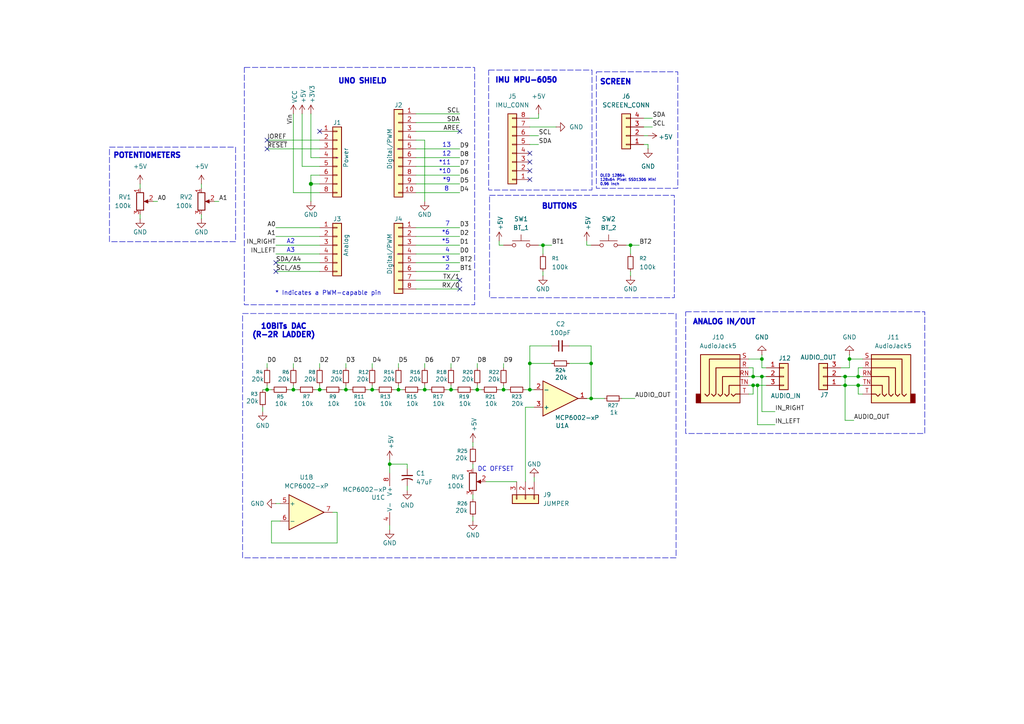
<source format=kicad_sch>
(kicad_sch
	(version 20250114)
	(generator "eeschema")
	(generator_version "9.0")
	(uuid "e63e39d7-6ac0-4ffd-8aa3-1841a4541b55")
	(paper "A4")
	(title_block
		(title "Uno Shield DSP")
		(date "2026-02-3")
		(rev "Version 1.1")
		(company "Michael Kurta")
	)
	(lib_symbols
		(symbol "Amplifier_Operational:MCP6002-xP"
			(pin_names
				(offset 0.127)
			)
			(exclude_from_sim no)
			(in_bom yes)
			(on_board yes)
			(property "Reference" "U"
				(at 0 5.08 0)
				(effects
					(font
						(size 1.27 1.27)
					)
					(justify left)
				)
			)
			(property "Value" "MCP6002-xP"
				(at 0 -5.08 0)
				(effects
					(font
						(size 1.27 1.27)
					)
					(justify left)
				)
			)
			(property "Footprint" ""
				(at 0 0 0)
				(effects
					(font
						(size 1.27 1.27)
					)
					(hide yes)
				)
			)
			(property "Datasheet" "http://ww1.microchip.com/downloads/en/DeviceDoc/21733j.pdf"
				(at 0 0 0)
				(effects
					(font
						(size 1.27 1.27)
					)
					(hide yes)
				)
			)
			(property "Description" "1MHz, Low-Power Op Amp, DIP-8"
				(at 0 0 0)
				(effects
					(font
						(size 1.27 1.27)
					)
					(hide yes)
				)
			)
			(property "ki_locked" ""
				(at 0 0 0)
				(effects
					(font
						(size 1.27 1.27)
					)
				)
			)
			(property "ki_keywords" "dual opamp"
				(at 0 0 0)
				(effects
					(font
						(size 1.27 1.27)
					)
					(hide yes)
				)
			)
			(property "ki_fp_filters" "SOIC*3.9x4.9mm*P1.27mm* DIP*W7.62mm* TO*99* OnSemi*Micro8* TSSOP*3x3mm*P0.65mm* TSSOP*4.4x3mm*P0.65mm* MSOP*3x3mm*P0.65mm* SSOP*3.9x4.9mm*P0.635mm* LFCSP*2x2mm*P0.5mm* *SIP* SOIC*5.3x6.2mm*P1.27mm*"
				(at 0 0 0)
				(effects
					(font
						(size 1.27 1.27)
					)
					(hide yes)
				)
			)
			(symbol "MCP6002-xP_1_1"
				(polyline
					(pts
						(xy -5.08 5.08) (xy 5.08 0) (xy -5.08 -5.08) (xy -5.08 5.08)
					)
					(stroke
						(width 0.254)
						(type default)
					)
					(fill
						(type background)
					)
				)
				(pin input line
					(at -7.62 2.54 0)
					(length 2.54)
					(name "+"
						(effects
							(font
								(size 1.27 1.27)
							)
						)
					)
					(number "3"
						(effects
							(font
								(size 1.27 1.27)
							)
						)
					)
				)
				(pin input line
					(at -7.62 -2.54 0)
					(length 2.54)
					(name "-"
						(effects
							(font
								(size 1.27 1.27)
							)
						)
					)
					(number "2"
						(effects
							(font
								(size 1.27 1.27)
							)
						)
					)
				)
				(pin output line
					(at 7.62 0 180)
					(length 2.54)
					(name "~"
						(effects
							(font
								(size 1.27 1.27)
							)
						)
					)
					(number "1"
						(effects
							(font
								(size 1.27 1.27)
							)
						)
					)
				)
			)
			(symbol "MCP6002-xP_2_1"
				(polyline
					(pts
						(xy -5.08 5.08) (xy 5.08 0) (xy -5.08 -5.08) (xy -5.08 5.08)
					)
					(stroke
						(width 0.254)
						(type default)
					)
					(fill
						(type background)
					)
				)
				(pin input line
					(at -7.62 2.54 0)
					(length 2.54)
					(name "+"
						(effects
							(font
								(size 1.27 1.27)
							)
						)
					)
					(number "5"
						(effects
							(font
								(size 1.27 1.27)
							)
						)
					)
				)
				(pin input line
					(at -7.62 -2.54 0)
					(length 2.54)
					(name "-"
						(effects
							(font
								(size 1.27 1.27)
							)
						)
					)
					(number "6"
						(effects
							(font
								(size 1.27 1.27)
							)
						)
					)
				)
				(pin output line
					(at 7.62 0 180)
					(length 2.54)
					(name "~"
						(effects
							(font
								(size 1.27 1.27)
							)
						)
					)
					(number "7"
						(effects
							(font
								(size 1.27 1.27)
							)
						)
					)
				)
			)
			(symbol "MCP6002-xP_3_1"
				(pin power_in line
					(at -2.54 7.62 270)
					(length 3.81)
					(name "V+"
						(effects
							(font
								(size 1.27 1.27)
							)
						)
					)
					(number "8"
						(effects
							(font
								(size 1.27 1.27)
							)
						)
					)
				)
				(pin power_in line
					(at -2.54 -7.62 90)
					(length 3.81)
					(name "V-"
						(effects
							(font
								(size 1.27 1.27)
							)
						)
					)
					(number "4"
						(effects
							(font
								(size 1.27 1.27)
							)
						)
					)
				)
			)
			(embedded_fonts no)
		)
		(symbol "AudioJack5_1"
			(exclude_from_sim no)
			(in_bom yes)
			(on_board yes)
			(property "Reference" "J10"
				(at -3.81 11.43 0)
				(effects
					(font
						(size 1.27 1.27)
					)
				)
			)
			(property "Value" "AudioJack5"
				(at -3.81 8.89 0)
				(effects
					(font
						(size 1.27 1.27)
					)
				)
			)
			(property "Footprint" "Connector_Audio:Jack_3.5mm_CUI_SJ1-3525N_Horizontal"
				(at 0 0 0)
				(effects
					(font
						(size 1.27 1.27)
					)
					(hide yes)
				)
			)
			(property "Datasheet" "~"
				(at 0 0 0)
				(effects
					(font
						(size 1.27 1.27)
					)
					(hide yes)
				)
			)
			(property "Description" "Audio Jack, 5 Poles (TRRRS)"
				(at 0 0 0)
				(effects
					(font
						(size 1.27 1.27)
					)
					(hide yes)
				)
			)
			(property "ki_keywords" "audio jack receptacle stereo headphones TRRRS connector"
				(at 0 0 0)
				(effects
					(font
						(size 1.27 1.27)
					)
					(hide yes)
				)
			)
			(property "ki_fp_filters" "Jack*"
				(at 0 0 0)
				(effects
					(font
						(size 1.27 1.27)
					)
					(hide yes)
				)
			)
			(symbol "AudioJack5_1_0_1"
				(rectangle
					(start -8.89 -5.08)
					(end -10.16 -7.62)
					(stroke
						(width 0.254)
						(type default)
					)
					(fill
						(type outline)
					)
				)
				(polyline
					(pts
						(xy -5.715 -5.08) (xy -5.08 -5.715) (xy -4.445 -5.08) (xy -4.445 2.54) (xy 2.54 2.54)
					)
					(stroke
						(width 0.254)
						(type default)
					)
					(fill
						(type none)
					)
				)
				(polyline
					(pts
						(xy -1.905 -5.08) (xy -1.27 -5.715) (xy -0.635 -5.08) (xy -0.635 -2.54) (xy 2.54 -2.54)
					)
					(stroke
						(width 0.254)
						(type default)
					)
					(fill
						(type none)
					)
				)
				(polyline
					(pts
						(xy 0 -5.08) (xy 0.635 -5.715) (xy 1.27 -5.08) (xy 2.54 -5.08)
					)
					(stroke
						(width 0.254)
						(type default)
					)
					(fill
						(type none)
					)
				)
				(rectangle
					(start 2.54 6.35)
					(end -8.89 -7.62)
					(stroke
						(width 0.254)
						(type default)
					)
					(fill
						(type background)
					)
				)
				(polyline
					(pts
						(xy 2.54 5.08) (xy -6.35 5.08) (xy -6.35 -5.08) (xy -6.985 -5.715) (xy -7.62 -5.08)
					)
					(stroke
						(width 0.254)
						(type default)
					)
					(fill
						(type none)
					)
				)
				(polyline
					(pts
						(xy 2.54 0) (xy -2.54 0) (xy -2.54 -5.08) (xy -3.175 -5.715) (xy -3.81 -5.08)
					)
					(stroke
						(width 0.254)
						(type default)
					)
					(fill
						(type none)
					)
				)
			)
			(symbol "AudioJack5_1_1_1"
				(pin passive line
					(at 5.08 5.08 180)
					(length 2.54)
					(name "~"
						(effects
							(font
								(size 1.27 1.27)
							)
						)
					)
					(number "S"
						(effects
							(font
								(size 1.27 1.27)
							)
						)
					)
				)
				(pin passive line
					(at 5.08 2.54 180)
					(length 2.54)
					(name "~"
						(effects
							(font
								(size 1.27 1.27)
							)
						)
					)
					(number "R"
						(effects
							(font
								(size 1.27 1.27)
							)
						)
					)
				)
				(pin passive line
					(at 5.08 0 180)
					(length 2.54)
					(name "~"
						(effects
							(font
								(size 1.27 1.27)
							)
						)
					)
					(number "RN"
						(effects
							(font
								(size 1.27 1.27)
							)
						)
					)
				)
				(pin passive line
					(at 5.08 -2.54 180)
					(length 2.54)
					(name "~"
						(effects
							(font
								(size 1.27 1.27)
							)
						)
					)
					(number "TN"
						(effects
							(font
								(size 1.27 1.27)
							)
						)
					)
				)
				(pin passive line
					(at 5.08 -5.08 180)
					(length 2.54)
					(name "~"
						(effects
							(font
								(size 1.27 1.27)
							)
						)
					)
					(number "T"
						(effects
							(font
								(size 1.27 1.27)
							)
						)
					)
				)
			)
			(embedded_fonts no)
		)
		(symbol "Connector_Generic:Conn_01x03"
			(pin_names
				(offset 1.016)
				(hide yes)
			)
			(exclude_from_sim no)
			(in_bom yes)
			(on_board yes)
			(property "Reference" "J"
				(at 0 5.08 0)
				(effects
					(font
						(size 1.27 1.27)
					)
				)
			)
			(property "Value" "Conn_01x03"
				(at 0 -5.08 0)
				(effects
					(font
						(size 1.27 1.27)
					)
				)
			)
			(property "Footprint" ""
				(at 0 0 0)
				(effects
					(font
						(size 1.27 1.27)
					)
					(hide yes)
				)
			)
			(property "Datasheet" "~"
				(at 0 0 0)
				(effects
					(font
						(size 1.27 1.27)
					)
					(hide yes)
				)
			)
			(property "Description" "Generic connector, single row, 01x03, script generated (kicad-library-utils/schlib/autogen/connector/)"
				(at 0 0 0)
				(effects
					(font
						(size 1.27 1.27)
					)
					(hide yes)
				)
			)
			(property "ki_keywords" "connector"
				(at 0 0 0)
				(effects
					(font
						(size 1.27 1.27)
					)
					(hide yes)
				)
			)
			(property "ki_fp_filters" "Connector*:*_1x??_*"
				(at 0 0 0)
				(effects
					(font
						(size 1.27 1.27)
					)
					(hide yes)
				)
			)
			(symbol "Conn_01x03_1_1"
				(rectangle
					(start -1.27 3.81)
					(end 1.27 -3.81)
					(stroke
						(width 0.254)
						(type default)
					)
					(fill
						(type background)
					)
				)
				(rectangle
					(start -1.27 2.667)
					(end 0 2.413)
					(stroke
						(width 0.1524)
						(type default)
					)
					(fill
						(type none)
					)
				)
				(rectangle
					(start -1.27 0.127)
					(end 0 -0.127)
					(stroke
						(width 0.1524)
						(type default)
					)
					(fill
						(type none)
					)
				)
				(rectangle
					(start -1.27 -2.413)
					(end 0 -2.667)
					(stroke
						(width 0.1524)
						(type default)
					)
					(fill
						(type none)
					)
				)
				(pin passive line
					(at -5.08 2.54 0)
					(length 3.81)
					(name "Pin_1"
						(effects
							(font
								(size 1.27 1.27)
							)
						)
					)
					(number "1"
						(effects
							(font
								(size 1.27 1.27)
							)
						)
					)
				)
				(pin passive line
					(at -5.08 0 0)
					(length 3.81)
					(name "Pin_2"
						(effects
							(font
								(size 1.27 1.27)
							)
						)
					)
					(number "2"
						(effects
							(font
								(size 1.27 1.27)
							)
						)
					)
				)
				(pin passive line
					(at -5.08 -2.54 0)
					(length 3.81)
					(name "Pin_3"
						(effects
							(font
								(size 1.27 1.27)
							)
						)
					)
					(number "3"
						(effects
							(font
								(size 1.27 1.27)
							)
						)
					)
				)
			)
			(embedded_fonts no)
		)
		(symbol "Connector_Generic:Conn_01x04"
			(pin_names
				(offset 1.016)
				(hide yes)
			)
			(exclude_from_sim no)
			(in_bom yes)
			(on_board yes)
			(property "Reference" "J"
				(at 0 5.08 0)
				(effects
					(font
						(size 1.27 1.27)
					)
				)
			)
			(property "Value" "Conn_01x04"
				(at 0 -7.62 0)
				(effects
					(font
						(size 1.27 1.27)
					)
				)
			)
			(property "Footprint" ""
				(at 0 0 0)
				(effects
					(font
						(size 1.27 1.27)
					)
					(hide yes)
				)
			)
			(property "Datasheet" "~"
				(at 0 0 0)
				(effects
					(font
						(size 1.27 1.27)
					)
					(hide yes)
				)
			)
			(property "Description" "Generic connector, single row, 01x04, script generated (kicad-library-utils/schlib/autogen/connector/)"
				(at 0 0 0)
				(effects
					(font
						(size 1.27 1.27)
					)
					(hide yes)
				)
			)
			(property "ki_keywords" "connector"
				(at 0 0 0)
				(effects
					(font
						(size 1.27 1.27)
					)
					(hide yes)
				)
			)
			(property "ki_fp_filters" "Connector*:*_1x??_*"
				(at 0 0 0)
				(effects
					(font
						(size 1.27 1.27)
					)
					(hide yes)
				)
			)
			(symbol "Conn_01x04_1_1"
				(rectangle
					(start -1.27 3.81)
					(end 1.27 -6.35)
					(stroke
						(width 0.254)
						(type default)
					)
					(fill
						(type background)
					)
				)
				(rectangle
					(start -1.27 2.667)
					(end 0 2.413)
					(stroke
						(width 0.1524)
						(type default)
					)
					(fill
						(type none)
					)
				)
				(rectangle
					(start -1.27 0.127)
					(end 0 -0.127)
					(stroke
						(width 0.1524)
						(type default)
					)
					(fill
						(type none)
					)
				)
				(rectangle
					(start -1.27 -2.413)
					(end 0 -2.667)
					(stroke
						(width 0.1524)
						(type default)
					)
					(fill
						(type none)
					)
				)
				(rectangle
					(start -1.27 -4.953)
					(end 0 -5.207)
					(stroke
						(width 0.1524)
						(type default)
					)
					(fill
						(type none)
					)
				)
				(pin passive line
					(at -5.08 2.54 0)
					(length 3.81)
					(name "Pin_1"
						(effects
							(font
								(size 1.27 1.27)
							)
						)
					)
					(number "1"
						(effects
							(font
								(size 1.27 1.27)
							)
						)
					)
				)
				(pin passive line
					(at -5.08 0 0)
					(length 3.81)
					(name "Pin_2"
						(effects
							(font
								(size 1.27 1.27)
							)
						)
					)
					(number "2"
						(effects
							(font
								(size 1.27 1.27)
							)
						)
					)
				)
				(pin passive line
					(at -5.08 -2.54 0)
					(length 3.81)
					(name "Pin_3"
						(effects
							(font
								(size 1.27 1.27)
							)
						)
					)
					(number "3"
						(effects
							(font
								(size 1.27 1.27)
							)
						)
					)
				)
				(pin passive line
					(at -5.08 -5.08 0)
					(length 3.81)
					(name "Pin_4"
						(effects
							(font
								(size 1.27 1.27)
							)
						)
					)
					(number "4"
						(effects
							(font
								(size 1.27 1.27)
							)
						)
					)
				)
			)
			(embedded_fonts no)
		)
		(symbol "Connector_Generic:Conn_01x06"
			(pin_names
				(offset 1.016)
				(hide yes)
			)
			(exclude_from_sim no)
			(in_bom yes)
			(on_board yes)
			(property "Reference" "J"
				(at 0 7.62 0)
				(effects
					(font
						(size 1.27 1.27)
					)
				)
			)
			(property "Value" "Conn_01x06"
				(at 0 -10.16 0)
				(effects
					(font
						(size 1.27 1.27)
					)
				)
			)
			(property "Footprint" ""
				(at 0 0 0)
				(effects
					(font
						(size 1.27 1.27)
					)
					(hide yes)
				)
			)
			(property "Datasheet" "~"
				(at 0 0 0)
				(effects
					(font
						(size 1.27 1.27)
					)
					(hide yes)
				)
			)
			(property "Description" "Generic connector, single row, 01x06, script generated (kicad-library-utils/schlib/autogen/connector/)"
				(at 0 0 0)
				(effects
					(font
						(size 1.27 1.27)
					)
					(hide yes)
				)
			)
			(property "ki_keywords" "connector"
				(at 0 0 0)
				(effects
					(font
						(size 1.27 1.27)
					)
					(hide yes)
				)
			)
			(property "ki_fp_filters" "Connector*:*_1x??_*"
				(at 0 0 0)
				(effects
					(font
						(size 1.27 1.27)
					)
					(hide yes)
				)
			)
			(symbol "Conn_01x06_1_1"
				(rectangle
					(start -1.27 6.35)
					(end 1.27 -8.89)
					(stroke
						(width 0.254)
						(type default)
					)
					(fill
						(type background)
					)
				)
				(rectangle
					(start -1.27 5.207)
					(end 0 4.953)
					(stroke
						(width 0.1524)
						(type default)
					)
					(fill
						(type none)
					)
				)
				(rectangle
					(start -1.27 2.667)
					(end 0 2.413)
					(stroke
						(width 0.1524)
						(type default)
					)
					(fill
						(type none)
					)
				)
				(rectangle
					(start -1.27 0.127)
					(end 0 -0.127)
					(stroke
						(width 0.1524)
						(type default)
					)
					(fill
						(type none)
					)
				)
				(rectangle
					(start -1.27 -2.413)
					(end 0 -2.667)
					(stroke
						(width 0.1524)
						(type default)
					)
					(fill
						(type none)
					)
				)
				(rectangle
					(start -1.27 -4.953)
					(end 0 -5.207)
					(stroke
						(width 0.1524)
						(type default)
					)
					(fill
						(type none)
					)
				)
				(rectangle
					(start -1.27 -7.493)
					(end 0 -7.747)
					(stroke
						(width 0.1524)
						(type default)
					)
					(fill
						(type none)
					)
				)
				(pin passive line
					(at -5.08 5.08 0)
					(length 3.81)
					(name "Pin_1"
						(effects
							(font
								(size 1.27 1.27)
							)
						)
					)
					(number "1"
						(effects
							(font
								(size 1.27 1.27)
							)
						)
					)
				)
				(pin passive line
					(at -5.08 2.54 0)
					(length 3.81)
					(name "Pin_2"
						(effects
							(font
								(size 1.27 1.27)
							)
						)
					)
					(number "2"
						(effects
							(font
								(size 1.27 1.27)
							)
						)
					)
				)
				(pin passive line
					(at -5.08 0 0)
					(length 3.81)
					(name "Pin_3"
						(effects
							(font
								(size 1.27 1.27)
							)
						)
					)
					(number "3"
						(effects
							(font
								(size 1.27 1.27)
							)
						)
					)
				)
				(pin passive line
					(at -5.08 -2.54 0)
					(length 3.81)
					(name "Pin_4"
						(effects
							(font
								(size 1.27 1.27)
							)
						)
					)
					(number "4"
						(effects
							(font
								(size 1.27 1.27)
							)
						)
					)
				)
				(pin passive line
					(at -5.08 -5.08 0)
					(length 3.81)
					(name "Pin_5"
						(effects
							(font
								(size 1.27 1.27)
							)
						)
					)
					(number "5"
						(effects
							(font
								(size 1.27 1.27)
							)
						)
					)
				)
				(pin passive line
					(at -5.08 -7.62 0)
					(length 3.81)
					(name "Pin_6"
						(effects
							(font
								(size 1.27 1.27)
							)
						)
					)
					(number "6"
						(effects
							(font
								(size 1.27 1.27)
							)
						)
					)
				)
			)
			(embedded_fonts no)
		)
		(symbol "Connector_Generic:Conn_01x08"
			(pin_names
				(offset 1.016)
				(hide yes)
			)
			(exclude_from_sim no)
			(in_bom yes)
			(on_board yes)
			(property "Reference" "J"
				(at 0 10.16 0)
				(effects
					(font
						(size 1.27 1.27)
					)
				)
			)
			(property "Value" "Conn_01x08"
				(at 0 -12.7 0)
				(effects
					(font
						(size 1.27 1.27)
					)
				)
			)
			(property "Footprint" ""
				(at 0 0 0)
				(effects
					(font
						(size 1.27 1.27)
					)
					(hide yes)
				)
			)
			(property "Datasheet" "~"
				(at 0 0 0)
				(effects
					(font
						(size 1.27 1.27)
					)
					(hide yes)
				)
			)
			(property "Description" "Generic connector, single row, 01x08, script generated (kicad-library-utils/schlib/autogen/connector/)"
				(at 0 0 0)
				(effects
					(font
						(size 1.27 1.27)
					)
					(hide yes)
				)
			)
			(property "ki_keywords" "connector"
				(at 0 0 0)
				(effects
					(font
						(size 1.27 1.27)
					)
					(hide yes)
				)
			)
			(property "ki_fp_filters" "Connector*:*_1x??_*"
				(at 0 0 0)
				(effects
					(font
						(size 1.27 1.27)
					)
					(hide yes)
				)
			)
			(symbol "Conn_01x08_1_1"
				(rectangle
					(start -1.27 8.89)
					(end 1.27 -11.43)
					(stroke
						(width 0.254)
						(type default)
					)
					(fill
						(type background)
					)
				)
				(rectangle
					(start -1.27 7.747)
					(end 0 7.493)
					(stroke
						(width 0.1524)
						(type default)
					)
					(fill
						(type none)
					)
				)
				(rectangle
					(start -1.27 5.207)
					(end 0 4.953)
					(stroke
						(width 0.1524)
						(type default)
					)
					(fill
						(type none)
					)
				)
				(rectangle
					(start -1.27 2.667)
					(end 0 2.413)
					(stroke
						(width 0.1524)
						(type default)
					)
					(fill
						(type none)
					)
				)
				(rectangle
					(start -1.27 0.127)
					(end 0 -0.127)
					(stroke
						(width 0.1524)
						(type default)
					)
					(fill
						(type none)
					)
				)
				(rectangle
					(start -1.27 -2.413)
					(end 0 -2.667)
					(stroke
						(width 0.1524)
						(type default)
					)
					(fill
						(type none)
					)
				)
				(rectangle
					(start -1.27 -4.953)
					(end 0 -5.207)
					(stroke
						(width 0.1524)
						(type default)
					)
					(fill
						(type none)
					)
				)
				(rectangle
					(start -1.27 -7.493)
					(end 0 -7.747)
					(stroke
						(width 0.1524)
						(type default)
					)
					(fill
						(type none)
					)
				)
				(rectangle
					(start -1.27 -10.033)
					(end 0 -10.287)
					(stroke
						(width 0.1524)
						(type default)
					)
					(fill
						(type none)
					)
				)
				(pin passive line
					(at -5.08 7.62 0)
					(length 3.81)
					(name "Pin_1"
						(effects
							(font
								(size 1.27 1.27)
							)
						)
					)
					(number "1"
						(effects
							(font
								(size 1.27 1.27)
							)
						)
					)
				)
				(pin passive line
					(at -5.08 5.08 0)
					(length 3.81)
					(name "Pin_2"
						(effects
							(font
								(size 1.27 1.27)
							)
						)
					)
					(number "2"
						(effects
							(font
								(size 1.27 1.27)
							)
						)
					)
				)
				(pin passive line
					(at -5.08 2.54 0)
					(length 3.81)
					(name "Pin_3"
						(effects
							(font
								(size 1.27 1.27)
							)
						)
					)
					(number "3"
						(effects
							(font
								(size 1.27 1.27)
							)
						)
					)
				)
				(pin passive line
					(at -5.08 0 0)
					(length 3.81)
					(name "Pin_4"
						(effects
							(font
								(size 1.27 1.27)
							)
						)
					)
					(number "4"
						(effects
							(font
								(size 1.27 1.27)
							)
						)
					)
				)
				(pin passive line
					(at -5.08 -2.54 0)
					(length 3.81)
					(name "Pin_5"
						(effects
							(font
								(size 1.27 1.27)
							)
						)
					)
					(number "5"
						(effects
							(font
								(size 1.27 1.27)
							)
						)
					)
				)
				(pin passive line
					(at -5.08 -5.08 0)
					(length 3.81)
					(name "Pin_6"
						(effects
							(font
								(size 1.27 1.27)
							)
						)
					)
					(number "6"
						(effects
							(font
								(size 1.27 1.27)
							)
						)
					)
				)
				(pin passive line
					(at -5.08 -7.62 0)
					(length 3.81)
					(name "Pin_7"
						(effects
							(font
								(size 1.27 1.27)
							)
						)
					)
					(number "7"
						(effects
							(font
								(size 1.27 1.27)
							)
						)
					)
				)
				(pin passive line
					(at -5.08 -10.16 0)
					(length 3.81)
					(name "Pin_8"
						(effects
							(font
								(size 1.27 1.27)
							)
						)
					)
					(number "8"
						(effects
							(font
								(size 1.27 1.27)
							)
						)
					)
				)
			)
			(embedded_fonts no)
		)
		(symbol "Connector_Generic:Conn_01x10"
			(pin_names
				(offset 1.016)
				(hide yes)
			)
			(exclude_from_sim no)
			(in_bom yes)
			(on_board yes)
			(property "Reference" "J"
				(at 0 12.7 0)
				(effects
					(font
						(size 1.27 1.27)
					)
				)
			)
			(property "Value" "Conn_01x10"
				(at 0 -15.24 0)
				(effects
					(font
						(size 1.27 1.27)
					)
				)
			)
			(property "Footprint" ""
				(at 0 0 0)
				(effects
					(font
						(size 1.27 1.27)
					)
					(hide yes)
				)
			)
			(property "Datasheet" "~"
				(at 0 0 0)
				(effects
					(font
						(size 1.27 1.27)
					)
					(hide yes)
				)
			)
			(property "Description" "Generic connector, single row, 01x10, script generated (kicad-library-utils/schlib/autogen/connector/)"
				(at 0 0 0)
				(effects
					(font
						(size 1.27 1.27)
					)
					(hide yes)
				)
			)
			(property "ki_keywords" "connector"
				(at 0 0 0)
				(effects
					(font
						(size 1.27 1.27)
					)
					(hide yes)
				)
			)
			(property "ki_fp_filters" "Connector*:*_1x??_*"
				(at 0 0 0)
				(effects
					(font
						(size 1.27 1.27)
					)
					(hide yes)
				)
			)
			(symbol "Conn_01x10_1_1"
				(rectangle
					(start -1.27 11.43)
					(end 1.27 -13.97)
					(stroke
						(width 0.254)
						(type default)
					)
					(fill
						(type background)
					)
				)
				(rectangle
					(start -1.27 10.287)
					(end 0 10.033)
					(stroke
						(width 0.1524)
						(type default)
					)
					(fill
						(type none)
					)
				)
				(rectangle
					(start -1.27 7.747)
					(end 0 7.493)
					(stroke
						(width 0.1524)
						(type default)
					)
					(fill
						(type none)
					)
				)
				(rectangle
					(start -1.27 5.207)
					(end 0 4.953)
					(stroke
						(width 0.1524)
						(type default)
					)
					(fill
						(type none)
					)
				)
				(rectangle
					(start -1.27 2.667)
					(end 0 2.413)
					(stroke
						(width 0.1524)
						(type default)
					)
					(fill
						(type none)
					)
				)
				(rectangle
					(start -1.27 0.127)
					(end 0 -0.127)
					(stroke
						(width 0.1524)
						(type default)
					)
					(fill
						(type none)
					)
				)
				(rectangle
					(start -1.27 -2.413)
					(end 0 -2.667)
					(stroke
						(width 0.1524)
						(type default)
					)
					(fill
						(type none)
					)
				)
				(rectangle
					(start -1.27 -4.953)
					(end 0 -5.207)
					(stroke
						(width 0.1524)
						(type default)
					)
					(fill
						(type none)
					)
				)
				(rectangle
					(start -1.27 -7.493)
					(end 0 -7.747)
					(stroke
						(width 0.1524)
						(type default)
					)
					(fill
						(type none)
					)
				)
				(rectangle
					(start -1.27 -10.033)
					(end 0 -10.287)
					(stroke
						(width 0.1524)
						(type default)
					)
					(fill
						(type none)
					)
				)
				(rectangle
					(start -1.27 -12.573)
					(end 0 -12.827)
					(stroke
						(width 0.1524)
						(type default)
					)
					(fill
						(type none)
					)
				)
				(pin passive line
					(at -5.08 10.16 0)
					(length 3.81)
					(name "Pin_1"
						(effects
							(font
								(size 1.27 1.27)
							)
						)
					)
					(number "1"
						(effects
							(font
								(size 1.27 1.27)
							)
						)
					)
				)
				(pin passive line
					(at -5.08 7.62 0)
					(length 3.81)
					(name "Pin_2"
						(effects
							(font
								(size 1.27 1.27)
							)
						)
					)
					(number "2"
						(effects
							(font
								(size 1.27 1.27)
							)
						)
					)
				)
				(pin passive line
					(at -5.08 5.08 0)
					(length 3.81)
					(name "Pin_3"
						(effects
							(font
								(size 1.27 1.27)
							)
						)
					)
					(number "3"
						(effects
							(font
								(size 1.27 1.27)
							)
						)
					)
				)
				(pin passive line
					(at -5.08 2.54 0)
					(length 3.81)
					(name "Pin_4"
						(effects
							(font
								(size 1.27 1.27)
							)
						)
					)
					(number "4"
						(effects
							(font
								(size 1.27 1.27)
							)
						)
					)
				)
				(pin passive line
					(at -5.08 0 0)
					(length 3.81)
					(name "Pin_5"
						(effects
							(font
								(size 1.27 1.27)
							)
						)
					)
					(number "5"
						(effects
							(font
								(size 1.27 1.27)
							)
						)
					)
				)
				(pin passive line
					(at -5.08 -2.54 0)
					(length 3.81)
					(name "Pin_6"
						(effects
							(font
								(size 1.27 1.27)
							)
						)
					)
					(number "6"
						(effects
							(font
								(size 1.27 1.27)
							)
						)
					)
				)
				(pin passive line
					(at -5.08 -5.08 0)
					(length 3.81)
					(name "Pin_7"
						(effects
							(font
								(size 1.27 1.27)
							)
						)
					)
					(number "7"
						(effects
							(font
								(size 1.27 1.27)
							)
						)
					)
				)
				(pin passive line
					(at -5.08 -7.62 0)
					(length 3.81)
					(name "Pin_8"
						(effects
							(font
								(size 1.27 1.27)
							)
						)
					)
					(number "8"
						(effects
							(font
								(size 1.27 1.27)
							)
						)
					)
				)
				(pin passive line
					(at -5.08 -10.16 0)
					(length 3.81)
					(name "Pin_9"
						(effects
							(font
								(size 1.27 1.27)
							)
						)
					)
					(number "9"
						(effects
							(font
								(size 1.27 1.27)
							)
						)
					)
				)
				(pin passive line
					(at -5.08 -12.7 0)
					(length 3.81)
					(name "Pin_10"
						(effects
							(font
								(size 1.27 1.27)
							)
						)
					)
					(number "10"
						(effects
							(font
								(size 1.27 1.27)
							)
						)
					)
				)
			)
			(embedded_fonts no)
		)
		(symbol "Device:C_Small"
			(pin_numbers
				(hide yes)
			)
			(pin_names
				(offset 0.254)
				(hide yes)
			)
			(exclude_from_sim no)
			(in_bom yes)
			(on_board yes)
			(property "Reference" "C"
				(at 0.254 1.778 0)
				(effects
					(font
						(size 1.27 1.27)
					)
					(justify left)
				)
			)
			(property "Value" "C_Small"
				(at 0.254 -2.032 0)
				(effects
					(font
						(size 1.27 1.27)
					)
					(justify left)
				)
			)
			(property "Footprint" ""
				(at 0 0 0)
				(effects
					(font
						(size 1.27 1.27)
					)
					(hide yes)
				)
			)
			(property "Datasheet" "~"
				(at 0 0 0)
				(effects
					(font
						(size 1.27 1.27)
					)
					(hide yes)
				)
			)
			(property "Description" "Unpolarized capacitor, small symbol"
				(at 0 0 0)
				(effects
					(font
						(size 1.27 1.27)
					)
					(hide yes)
				)
			)
			(property "ki_keywords" "capacitor cap"
				(at 0 0 0)
				(effects
					(font
						(size 1.27 1.27)
					)
					(hide yes)
				)
			)
			(property "ki_fp_filters" "C_*"
				(at 0 0 0)
				(effects
					(font
						(size 1.27 1.27)
					)
					(hide yes)
				)
			)
			(symbol "C_Small_0_1"
				(polyline
					(pts
						(xy -1.524 0.508) (xy 1.524 0.508)
					)
					(stroke
						(width 0.3048)
						(type default)
					)
					(fill
						(type none)
					)
				)
				(polyline
					(pts
						(xy -1.524 -0.508) (xy 1.524 -0.508)
					)
					(stroke
						(width 0.3302)
						(type default)
					)
					(fill
						(type none)
					)
				)
			)
			(symbol "C_Small_1_1"
				(pin passive line
					(at 0 2.54 270)
					(length 2.032)
					(name "~"
						(effects
							(font
								(size 1.27 1.27)
							)
						)
					)
					(number "1"
						(effects
							(font
								(size 1.27 1.27)
							)
						)
					)
				)
				(pin passive line
					(at 0 -2.54 90)
					(length 2.032)
					(name "~"
						(effects
							(font
								(size 1.27 1.27)
							)
						)
					)
					(number "2"
						(effects
							(font
								(size 1.27 1.27)
							)
						)
					)
				)
			)
			(embedded_fonts no)
		)
		(symbol "Device:C_Small_US"
			(pin_numbers
				(hide yes)
			)
			(pin_names
				(offset 0.254)
				(hide yes)
			)
			(exclude_from_sim no)
			(in_bom yes)
			(on_board yes)
			(property "Reference" "C"
				(at 0.254 1.778 0)
				(effects
					(font
						(size 1.27 1.27)
					)
					(justify left)
				)
			)
			(property "Value" "C_Small_US"
				(at 0.254 -2.032 0)
				(effects
					(font
						(size 1.27 1.27)
					)
					(justify left)
				)
			)
			(property "Footprint" ""
				(at 0 0 0)
				(effects
					(font
						(size 1.27 1.27)
					)
					(hide yes)
				)
			)
			(property "Datasheet" ""
				(at 0 0 0)
				(effects
					(font
						(size 1.27 1.27)
					)
					(hide yes)
				)
			)
			(property "Description" "capacitor, small US symbol"
				(at 0 0 0)
				(effects
					(font
						(size 1.27 1.27)
					)
					(hide yes)
				)
			)
			(property "ki_keywords" "cap capacitor"
				(at 0 0 0)
				(effects
					(font
						(size 1.27 1.27)
					)
					(hide yes)
				)
			)
			(property "ki_fp_filters" "C_*"
				(at 0 0 0)
				(effects
					(font
						(size 1.27 1.27)
					)
					(hide yes)
				)
			)
			(symbol "C_Small_US_0_1"
				(polyline
					(pts
						(xy -1.524 0.508) (xy 1.524 0.508)
					)
					(stroke
						(width 0.3048)
						(type default)
					)
					(fill
						(type none)
					)
				)
				(arc
					(start -1.524 -0.762)
					(mid 0 -0.3734)
					(end 1.524 -0.762)
					(stroke
						(width 0.3048)
						(type default)
					)
					(fill
						(type none)
					)
				)
			)
			(symbol "C_Small_US_1_1"
				(pin passive line
					(at 0 2.54 270)
					(length 2.032)
					(name "~"
						(effects
							(font
								(size 1.27 1.27)
							)
						)
					)
					(number "1"
						(effects
							(font
								(size 1.27 1.27)
							)
						)
					)
				)
				(pin passive line
					(at 0 -2.54 90)
					(length 2.032)
					(name "~"
						(effects
							(font
								(size 1.27 1.27)
							)
						)
					)
					(number "2"
						(effects
							(font
								(size 1.27 1.27)
							)
						)
					)
				)
			)
			(embedded_fonts no)
		)
		(symbol "Device:R_Potentiometer"
			(pin_names
				(offset 1.016)
				(hide yes)
			)
			(exclude_from_sim no)
			(in_bom yes)
			(on_board yes)
			(property "Reference" "RV"
				(at -4.445 0 90)
				(effects
					(font
						(size 1.27 1.27)
					)
				)
			)
			(property "Value" "R_Potentiometer"
				(at -2.54 0 90)
				(effects
					(font
						(size 1.27 1.27)
					)
				)
			)
			(property "Footprint" ""
				(at 0 0 0)
				(effects
					(font
						(size 1.27 1.27)
					)
					(hide yes)
				)
			)
			(property "Datasheet" "~"
				(at 0 0 0)
				(effects
					(font
						(size 1.27 1.27)
					)
					(hide yes)
				)
			)
			(property "Description" "Potentiometer"
				(at 0 0 0)
				(effects
					(font
						(size 1.27 1.27)
					)
					(hide yes)
				)
			)
			(property "ki_keywords" "resistor variable"
				(at 0 0 0)
				(effects
					(font
						(size 1.27 1.27)
					)
					(hide yes)
				)
			)
			(property "ki_fp_filters" "Potentiometer*"
				(at 0 0 0)
				(effects
					(font
						(size 1.27 1.27)
					)
					(hide yes)
				)
			)
			(symbol "R_Potentiometer_0_1"
				(rectangle
					(start 1.016 2.54)
					(end -1.016 -2.54)
					(stroke
						(width 0.254)
						(type default)
					)
					(fill
						(type none)
					)
				)
				(polyline
					(pts
						(xy 1.143 0) (xy 2.286 0.508) (xy 2.286 -0.508) (xy 1.143 0)
					)
					(stroke
						(width 0)
						(type default)
					)
					(fill
						(type outline)
					)
				)
				(polyline
					(pts
						(xy 2.54 0) (xy 1.524 0)
					)
					(stroke
						(width 0)
						(type default)
					)
					(fill
						(type none)
					)
				)
			)
			(symbol "R_Potentiometer_1_1"
				(pin passive line
					(at 0 3.81 270)
					(length 1.27)
					(name "1"
						(effects
							(font
								(size 1.27 1.27)
							)
						)
					)
					(number "1"
						(effects
							(font
								(size 1.27 1.27)
							)
						)
					)
				)
				(pin passive line
					(at 0 -3.81 90)
					(length 1.27)
					(name "3"
						(effects
							(font
								(size 1.27 1.27)
							)
						)
					)
					(number "3"
						(effects
							(font
								(size 1.27 1.27)
							)
						)
					)
				)
				(pin passive line
					(at 3.81 0 180)
					(length 1.27)
					(name "2"
						(effects
							(font
								(size 1.27 1.27)
							)
						)
					)
					(number "2"
						(effects
							(font
								(size 1.27 1.27)
							)
						)
					)
				)
			)
			(embedded_fonts no)
		)
		(symbol "Device:R_Small"
			(pin_numbers
				(hide yes)
			)
			(pin_names
				(offset 0.254)
				(hide yes)
			)
			(exclude_from_sim no)
			(in_bom yes)
			(on_board yes)
			(property "Reference" "R"
				(at 0 0 90)
				(effects
					(font
						(size 1.016 1.016)
					)
				)
			)
			(property "Value" "R_Small"
				(at 1.778 0 90)
				(effects
					(font
						(size 1.27 1.27)
					)
				)
			)
			(property "Footprint" ""
				(at 0 0 0)
				(effects
					(font
						(size 1.27 1.27)
					)
					(hide yes)
				)
			)
			(property "Datasheet" "~"
				(at 0 0 0)
				(effects
					(font
						(size 1.27 1.27)
					)
					(hide yes)
				)
			)
			(property "Description" "Resistor, small symbol"
				(at 0 0 0)
				(effects
					(font
						(size 1.27 1.27)
					)
					(hide yes)
				)
			)
			(property "ki_keywords" "R resistor"
				(at 0 0 0)
				(effects
					(font
						(size 1.27 1.27)
					)
					(hide yes)
				)
			)
			(property "ki_fp_filters" "R_*"
				(at 0 0 0)
				(effects
					(font
						(size 1.27 1.27)
					)
					(hide yes)
				)
			)
			(symbol "R_Small_0_1"
				(rectangle
					(start -0.762 1.778)
					(end 0.762 -1.778)
					(stroke
						(width 0.2032)
						(type default)
					)
					(fill
						(type none)
					)
				)
			)
			(symbol "R_Small_1_1"
				(pin passive line
					(at 0 2.54 270)
					(length 0.762)
					(name "~"
						(effects
							(font
								(size 1.27 1.27)
							)
						)
					)
					(number "1"
						(effects
							(font
								(size 1.27 1.27)
							)
						)
					)
				)
				(pin passive line
					(at 0 -2.54 90)
					(length 0.762)
					(name "~"
						(effects
							(font
								(size 1.27 1.27)
							)
						)
					)
					(number "2"
						(effects
							(font
								(size 1.27 1.27)
							)
						)
					)
				)
			)
			(embedded_fonts no)
		)
		(symbol "Switch:SW_Push"
			(pin_numbers
				(hide yes)
			)
			(pin_names
				(offset 1.016)
				(hide yes)
			)
			(exclude_from_sim no)
			(in_bom yes)
			(on_board yes)
			(property "Reference" "SW"
				(at 1.27 2.54 0)
				(effects
					(font
						(size 1.27 1.27)
					)
					(justify left)
				)
			)
			(property "Value" "SW_Push"
				(at 0 -1.524 0)
				(effects
					(font
						(size 1.27 1.27)
					)
				)
			)
			(property "Footprint" ""
				(at 0 5.08 0)
				(effects
					(font
						(size 1.27 1.27)
					)
					(hide yes)
				)
			)
			(property "Datasheet" "~"
				(at 0 5.08 0)
				(effects
					(font
						(size 1.27 1.27)
					)
					(hide yes)
				)
			)
			(property "Description" "Push button switch, generic, two pins"
				(at 0 0 0)
				(effects
					(font
						(size 1.27 1.27)
					)
					(hide yes)
				)
			)
			(property "ki_keywords" "switch normally-open pushbutton push-button"
				(at 0 0 0)
				(effects
					(font
						(size 1.27 1.27)
					)
					(hide yes)
				)
			)
			(symbol "SW_Push_0_1"
				(circle
					(center -2.032 0)
					(radius 0.508)
					(stroke
						(width 0)
						(type default)
					)
					(fill
						(type none)
					)
				)
				(polyline
					(pts
						(xy 0 1.27) (xy 0 3.048)
					)
					(stroke
						(width 0)
						(type default)
					)
					(fill
						(type none)
					)
				)
				(circle
					(center 2.032 0)
					(radius 0.508)
					(stroke
						(width 0)
						(type default)
					)
					(fill
						(type none)
					)
				)
				(polyline
					(pts
						(xy 2.54 1.27) (xy -2.54 1.27)
					)
					(stroke
						(width 0)
						(type default)
					)
					(fill
						(type none)
					)
				)
				(pin passive line
					(at -5.08 0 0)
					(length 2.54)
					(name "1"
						(effects
							(font
								(size 1.27 1.27)
							)
						)
					)
					(number "1"
						(effects
							(font
								(size 1.27 1.27)
							)
						)
					)
				)
				(pin passive line
					(at 5.08 0 180)
					(length 2.54)
					(name "2"
						(effects
							(font
								(size 1.27 1.27)
							)
						)
					)
					(number "2"
						(effects
							(font
								(size 1.27 1.27)
							)
						)
					)
				)
			)
			(embedded_fonts no)
		)
		(symbol "power:+3V3"
			(power)
			(pin_numbers
				(hide yes)
			)
			(pin_names
				(offset 0)
				(hide yes)
			)
			(exclude_from_sim no)
			(in_bom yes)
			(on_board yes)
			(property "Reference" "#PWR"
				(at 0 -3.81 0)
				(effects
					(font
						(size 1.27 1.27)
					)
					(hide yes)
				)
			)
			(property "Value" "+3V3"
				(at 0 3.556 0)
				(effects
					(font
						(size 1.27 1.27)
					)
				)
			)
			(property "Footprint" ""
				(at 0 0 0)
				(effects
					(font
						(size 1.27 1.27)
					)
					(hide yes)
				)
			)
			(property "Datasheet" ""
				(at 0 0 0)
				(effects
					(font
						(size 1.27 1.27)
					)
					(hide yes)
				)
			)
			(property "Description" "Power symbol creates a global label with name \"+3V3\""
				(at 0 0 0)
				(effects
					(font
						(size 1.27 1.27)
					)
					(hide yes)
				)
			)
			(property "ki_keywords" "global power"
				(at 0 0 0)
				(effects
					(font
						(size 1.27 1.27)
					)
					(hide yes)
				)
			)
			(symbol "+3V3_0_1"
				(polyline
					(pts
						(xy -0.762 1.27) (xy 0 2.54)
					)
					(stroke
						(width 0)
						(type default)
					)
					(fill
						(type none)
					)
				)
				(polyline
					(pts
						(xy 0 2.54) (xy 0.762 1.27)
					)
					(stroke
						(width 0)
						(type default)
					)
					(fill
						(type none)
					)
				)
				(polyline
					(pts
						(xy 0 0) (xy 0 2.54)
					)
					(stroke
						(width 0)
						(type default)
					)
					(fill
						(type none)
					)
				)
			)
			(symbol "+3V3_1_1"
				(pin power_in line
					(at 0 0 90)
					(length 0)
					(name "~"
						(effects
							(font
								(size 1.27 1.27)
							)
						)
					)
					(number "1"
						(effects
							(font
								(size 1.27 1.27)
							)
						)
					)
				)
			)
			(embedded_fonts no)
		)
		(symbol "power:+5V"
			(power)
			(pin_numbers
				(hide yes)
			)
			(pin_names
				(offset 0)
				(hide yes)
			)
			(exclude_from_sim no)
			(in_bom yes)
			(on_board yes)
			(property "Reference" "#PWR"
				(at 0 -3.81 0)
				(effects
					(font
						(size 1.27 1.27)
					)
					(hide yes)
				)
			)
			(property "Value" "+5V"
				(at 0 3.556 0)
				(effects
					(font
						(size 1.27 1.27)
					)
				)
			)
			(property "Footprint" ""
				(at 0 0 0)
				(effects
					(font
						(size 1.27 1.27)
					)
					(hide yes)
				)
			)
			(property "Datasheet" ""
				(at 0 0 0)
				(effects
					(font
						(size 1.27 1.27)
					)
					(hide yes)
				)
			)
			(property "Description" "Power symbol creates a global label with name \"+5V\""
				(at 0 0 0)
				(effects
					(font
						(size 1.27 1.27)
					)
					(hide yes)
				)
			)
			(property "ki_keywords" "global power"
				(at 0 0 0)
				(effects
					(font
						(size 1.27 1.27)
					)
					(hide yes)
				)
			)
			(symbol "+5V_0_1"
				(polyline
					(pts
						(xy -0.762 1.27) (xy 0 2.54)
					)
					(stroke
						(width 0)
						(type default)
					)
					(fill
						(type none)
					)
				)
				(polyline
					(pts
						(xy 0 2.54) (xy 0.762 1.27)
					)
					(stroke
						(width 0)
						(type default)
					)
					(fill
						(type none)
					)
				)
				(polyline
					(pts
						(xy 0 0) (xy 0 2.54)
					)
					(stroke
						(width 0)
						(type default)
					)
					(fill
						(type none)
					)
				)
			)
			(symbol "+5V_1_1"
				(pin power_in line
					(at 0 0 90)
					(length 0)
					(name "~"
						(effects
							(font
								(size 1.27 1.27)
							)
						)
					)
					(number "1"
						(effects
							(font
								(size 1.27 1.27)
							)
						)
					)
				)
			)
			(embedded_fonts no)
		)
		(symbol "power:GND"
			(power)
			(pin_numbers
				(hide yes)
			)
			(pin_names
				(offset 0)
				(hide yes)
			)
			(exclude_from_sim no)
			(in_bom yes)
			(on_board yes)
			(property "Reference" "#PWR"
				(at 0 -6.35 0)
				(effects
					(font
						(size 1.27 1.27)
					)
					(hide yes)
				)
			)
			(property "Value" "GND"
				(at 0 -3.81 0)
				(effects
					(font
						(size 1.27 1.27)
					)
				)
			)
			(property "Footprint" ""
				(at 0 0 0)
				(effects
					(font
						(size 1.27 1.27)
					)
					(hide yes)
				)
			)
			(property "Datasheet" ""
				(at 0 0 0)
				(effects
					(font
						(size 1.27 1.27)
					)
					(hide yes)
				)
			)
			(property "Description" "Power symbol creates a global label with name \"GND\" , ground"
				(at 0 0 0)
				(effects
					(font
						(size 1.27 1.27)
					)
					(hide yes)
				)
			)
			(property "ki_keywords" "global power"
				(at 0 0 0)
				(effects
					(font
						(size 1.27 1.27)
					)
					(hide yes)
				)
			)
			(symbol "GND_0_1"
				(polyline
					(pts
						(xy 0 0) (xy 0 -1.27) (xy 1.27 -1.27) (xy 0 -2.54) (xy -1.27 -1.27) (xy 0 -1.27)
					)
					(stroke
						(width 0)
						(type default)
					)
					(fill
						(type none)
					)
				)
			)
			(symbol "GND_1_1"
				(pin power_in line
					(at 0 0 270)
					(length 0)
					(name "~"
						(effects
							(font
								(size 1.27 1.27)
							)
						)
					)
					(number "1"
						(effects
							(font
								(size 1.27 1.27)
							)
						)
					)
				)
			)
			(embedded_fonts no)
		)
		(symbol "power:VCC"
			(power)
			(pin_numbers
				(hide yes)
			)
			(pin_names
				(offset 0)
				(hide yes)
			)
			(exclude_from_sim no)
			(in_bom yes)
			(on_board yes)
			(property "Reference" "#PWR"
				(at 0 -3.81 0)
				(effects
					(font
						(size 1.27 1.27)
					)
					(hide yes)
				)
			)
			(property "Value" "VCC"
				(at 0 3.556 0)
				(effects
					(font
						(size 1.27 1.27)
					)
				)
			)
			(property "Footprint" ""
				(at 0 0 0)
				(effects
					(font
						(size 1.27 1.27)
					)
					(hide yes)
				)
			)
			(property "Datasheet" ""
				(at 0 0 0)
				(effects
					(font
						(size 1.27 1.27)
					)
					(hide yes)
				)
			)
			(property "Description" "Power symbol creates a global label with name \"VCC\""
				(at 0 0 0)
				(effects
					(font
						(size 1.27 1.27)
					)
					(hide yes)
				)
			)
			(property "ki_keywords" "global power"
				(at 0 0 0)
				(effects
					(font
						(size 1.27 1.27)
					)
					(hide yes)
				)
			)
			(symbol "VCC_0_1"
				(polyline
					(pts
						(xy -0.762 1.27) (xy 0 2.54)
					)
					(stroke
						(width 0)
						(type default)
					)
					(fill
						(type none)
					)
				)
				(polyline
					(pts
						(xy 0 2.54) (xy 0.762 1.27)
					)
					(stroke
						(width 0)
						(type default)
					)
					(fill
						(type none)
					)
				)
				(polyline
					(pts
						(xy 0 0) (xy 0 2.54)
					)
					(stroke
						(width 0)
						(type default)
					)
					(fill
						(type none)
					)
				)
			)
			(symbol "VCC_1_1"
				(pin power_in line
					(at 0 0 90)
					(length 0)
					(name "~"
						(effects
							(font
								(size 1.27 1.27)
							)
						)
					)
					(number "1"
						(effects
							(font
								(size 1.27 1.27)
							)
						)
					)
				)
			)
			(embedded_fonts no)
		)
	)
	(rectangle
		(start 31.75 42.672)
		(end 68.326 70.104)
		(stroke
			(width 0)
			(type dash)
		)
		(fill
			(type none)
		)
		(uuid 15ea90b5-2504-4248-b556-2ebcd374f456)
	)
	(rectangle
		(start 198.882 90.424)
		(end 268.224 125.73)
		(stroke
			(width 0)
			(type dash)
		)
		(fill
			(type none)
		)
		(uuid 168ec468-3848-43ad-b6b8-8581a4ae1409)
	)
	(rectangle
		(start 70.866 19.558)
		(end 137.668 88.392)
		(stroke
			(width 0)
			(type dash)
		)
		(fill
			(type none)
		)
		(uuid 5d7a698b-7fd8-4a7c-901c-68dc5b8cb67e)
	)
	(rectangle
		(start 141.986 56.642)
		(end 195.58 86.36)
		(stroke
			(width 0)
			(type dash)
		)
		(fill
			(type none)
		)
		(uuid 6c78c56f-d4e0-4d63-8bdb-f10c812f260a)
	)
	(rectangle
		(start 141.732 20.32)
		(end 171.704 55.118)
		(stroke
			(width 0)
			(type dash)
		)
		(fill
			(type none)
		)
		(uuid 8ac7185d-4bf4-4031-8626-3b3e6d3b8c74)
	)
	(rectangle
		(start 70.358 90.932)
		(end 196.088 161.798)
		(stroke
			(width 0)
			(type dash)
		)
		(fill
			(type none)
		)
		(uuid 939678df-f6b2-4a40-88f4-74e0424eb009)
	)
	(rectangle
		(start 172.974 20.828)
		(end 196.596 54.61)
		(stroke
			(width 0)
			(type dash)
		)
		(fill
			(type none)
		)
		(uuid ea494455-fbff-4632-ae5f-899a8d66b3b7)
	)
	(text "*3"
		(exclude_from_sim no)
		(at 129.286 75.184 0)
		(effects
			(font
				(size 1.27 1.27)
			)
		)
		(uuid "0b2bfc1c-7265-4334-9666-a2ca47450f5f")
	)
	(text "4"
		(exclude_from_sim no)
		(at 129.794 72.644 0)
		(effects
			(font
				(size 1.27 1.27)
			)
		)
		(uuid "0c70cab6-bace-4554-bdcd-906f1eedeae5")
	)
	(text "7"
		(exclude_from_sim no)
		(at 129.794 65.024 0)
		(effects
			(font
				(size 1.27 1.27)
			)
		)
		(uuid "1676e588-c484-49d5-8aa4-5632c13fe8bf")
	)
	(text "BUTTONS"
		(exclude_from_sim no)
		(at 162.306 59.944 0)
		(effects
			(font
				(size 1.524 1.524)
				(thickness 0.4064)
				(bold yes)
			)
		)
		(uuid "18f14109-9c00-4dda-8811-b5f4dcc09c39")
	)
	(text "*9"
		(exclude_from_sim no)
		(at 129.54 52.324 0)
		(effects
			(font
				(size 1.27 1.27)
			)
		)
		(uuid "32d75c2a-3f21-4050-9640-01d18908aba6")
	)
	(text "IMU MPU-6050"
		(exclude_from_sim no)
		(at 152.654 23.368 0)
		(effects
			(font
				(size 1.524 1.524)
				(thickness 0.4064)
				(bold yes)
			)
		)
		(uuid "355a325c-83f1-4090-b555-96e2abbd63da")
	)
	(text "POTENTIOMETERS"
		(exclude_from_sim no)
		(at 42.672 45.212 0)
		(effects
			(font
				(size 1.524 1.524)
				(thickness 0.4064)
				(bold yes)
			)
		)
		(uuid "3e630e78-1f39-432e-87c1-9abcd83456d4")
	)
	(text "8"
		(exclude_from_sim no)
		(at 129.54 54.864 0)
		(effects
			(font
				(size 1.27 1.27)
			)
		)
		(uuid "4d312cc3-5bb6-4ebd-ae5a-0ed4a512fd71")
	)
	(text "12"
		(exclude_from_sim no)
		(at 129.54 44.704 0)
		(effects
			(font
				(size 1.27 1.27)
			)
		)
		(uuid "4d5484e4-8978-4f76-9600-4a0d8cd77cff")
	)
	(text "*5"
		(exclude_from_sim no)
		(at 129.286 70.104 0)
		(effects
			(font
				(size 1.27 1.27)
			)
		)
		(uuid "7c14941c-eba2-4c5b-9c05-d601d5f30d36")
	)
	(text "*11"
		(exclude_from_sim no)
		(at 129.032 47.244 0)
		(effects
			(font
				(size 1.27 1.27)
			)
		)
		(uuid "7cee29e2-18a8-429f-b89d-d205f526693a")
	)
	(text "DC OFFSET"
		(exclude_from_sim no)
		(at 143.764 136.144 0)
		(effects
			(font
				(size 1.27 1.27)
			)
		)
		(uuid "87d568c3-7d0a-4fcc-a51a-1b6f786fe4ff")
	)
	(text "*6\n"
		(exclude_from_sim no)
		(at 129.286 67.564 0)
		(effects
			(font
				(size 1.27 1.27)
			)
		)
		(uuid "9ef340a0-9bfc-4265-914b-5c3f81ca33cb")
	)
	(text "10BITs DAC\n(R-2R LADDER)"
		(exclude_from_sim no)
		(at 82.296 96.012 0)
		(effects
			(font
				(size 1.524 1.524)
				(thickness 0.4064)
				(bold yes)
			)
		)
		(uuid "a3a72725-4768-41ec-a286-01392aa29c39")
	)
	(text "ANALOG IN/OUT"
		(exclude_from_sim no)
		(at 210.058 93.472 0)
		(effects
			(font
				(size 1.524 1.524)
				(thickness 0.4064)
				(bold yes)
			)
		)
		(uuid "a846b38c-b32c-4096-8df2-296f473ec389")
	)
	(text "*10\n"
		(exclude_from_sim no)
		(at 129.032 49.784 0)
		(effects
			(font
				(size 1.27 1.27)
			)
		)
		(uuid "a8b69478-1c2c-482a-a9dd-0c9f111ccaad")
	)
	(text "OLED 12864 \n128x64 Pixel SSD1306 Mini\n0.96 Inch "
		(exclude_from_sim no)
		(at 173.99 52.324 0)
		(effects
			(font
				(size 0.762 0.762)
			)
			(justify left)
		)
		(uuid "b108a7ed-2ad0-4e31-8134-c27728bb934e")
	)
	(text "* Indicates a PWM-capable pin"
		(exclude_from_sim no)
		(at 79.756 85.852 0)
		(effects
			(font
				(size 1.27 1.27)
			)
			(justify left bottom)
		)
		(uuid "c364973a-9a67-4667-8185-a3a5c6c6cbdf")
	)
	(text "13"
		(exclude_from_sim no)
		(at 129.54 42.164 0)
		(effects
			(font
				(size 1.27 1.27)
			)
		)
		(uuid "de270ca5-0a71-4ca4-a7b2-bfcd43101a70")
	)
	(text "2"
		(exclude_from_sim no)
		(at 129.794 77.724 0)
		(effects
			(font
				(size 1.27 1.27)
			)
		)
		(uuid "df8cc01b-af95-47c7-b23b-4f768dc13113")
	)
	(text "A2\n"
		(exclude_from_sim no)
		(at 84.328 70.104 0)
		(effects
			(font
				(size 1.27 1.27)
			)
		)
		(uuid "dfe83550-275a-4335-8b53-c5594f391363")
	)
	(text "SCREEN"
		(exclude_from_sim no)
		(at 178.562 23.876 0)
		(effects
			(font
				(size 1.524 1.524)
				(thickness 0.4064)
				(bold yes)
			)
		)
		(uuid "ec82b027-949f-4f98-a95a-34c44f1f7b01")
	)
	(text "UNO SHIELD"
		(exclude_from_sim no)
		(at 105.156 23.622 0)
		(effects
			(font
				(size 1.524 1.524)
				(thickness 0.4064)
				(bold yes)
			)
		)
		(uuid "fa52b0f8-da1a-413f-94b0-f3999ae9d8ec")
	)
	(text "A3"
		(exclude_from_sim no)
		(at 84.328 72.644 0)
		(effects
			(font
				(size 1.27 1.27)
			)
		)
		(uuid "fc8ac8d8-2e14-4a4f-ab18-f058ee09465f")
	)
	(junction
		(at 92.71 113.03)
		(diameter 0)
		(color 0 0 0 0)
		(uuid "02353eac-e431-4a99-9abf-9d971e35a733")
	)
	(junction
		(at 77.47 113.03)
		(diameter 0)
		(color 0 0 0 0)
		(uuid "329f06bf-fc5d-4014-b948-9720eb672a67")
	)
	(junction
		(at 171.45 105.41)
		(diameter 0)
		(color 0 0 0 0)
		(uuid "330af6c1-9ff6-4956-bf95-7d0165186f11")
	)
	(junction
		(at 171.45 115.57)
		(diameter 0)
		(color 0 0 0 0)
		(uuid "35ac778b-2d02-4e9a-9c6c-8e9bbc867773")
	)
	(junction
		(at 182.88 71.12)
		(diameter 0)
		(color 0 0 0 0)
		(uuid "393acc4e-63cf-418b-8bc6-aab0de896f7b")
	)
	(junction
		(at 90.17 53.34)
		(diameter 1.016)
		(color 0 0 0 0)
		(uuid "3dcc657b-55a1-48e0-9667-e01e7b6b08b5")
	)
	(junction
		(at 218.44 111.76)
		(diameter 0)
		(color 0 0 0 0)
		(uuid "4876ef9a-9cf2-42b8-a0c6-65fbc7bc9b13")
	)
	(junction
		(at 220.98 104.14)
		(diameter 0)
		(color 0 0 0 0)
		(uuid "558f69b8-d4dc-459f-9f03-e9ade97b1ccd")
	)
	(junction
		(at 113.03 134.62)
		(diameter 0)
		(color 0 0 0 0)
		(uuid "582f21c5-2977-4d9d-93dc-a6c49a30ea81")
	)
	(junction
		(at 123.19 113.03)
		(diameter 0)
		(color 0 0 0 0)
		(uuid "5bb43274-7ede-4c19-b34a-112617230438")
	)
	(junction
		(at 115.57 113.03)
		(diameter 0)
		(color 0 0 0 0)
		(uuid "72471689-9a14-4884-86b8-fdf5da868785")
	)
	(junction
		(at 219.71 111.76)
		(diameter 0)
		(color 0 0 0 0)
		(uuid "7699e334-14e5-4178-b0ac-463d451f7a84")
	)
	(junction
		(at 153.67 113.03)
		(diameter 0)
		(color 0 0 0 0)
		(uuid "783a065f-8b3f-48f9-89f1-8c2f5f2a3a93")
	)
	(junction
		(at 157.48 71.12)
		(diameter 0)
		(color 0 0 0 0)
		(uuid "91395828-df61-48b1-97a5-140fcad237b1")
	)
	(junction
		(at 245.11 111.76)
		(diameter 0)
		(color 0 0 0 0)
		(uuid "91cbec4d-57aa-41fe-95b2-e48e8dd807c6")
	)
	(junction
		(at 100.33 113.03)
		(diameter 0)
		(color 0 0 0 0)
		(uuid "9290eaf8-ac32-475a-b8ad-55eb8ed33e62")
	)
	(junction
		(at 248.92 109.22)
		(diameter 0)
		(color 0 0 0 0)
		(uuid "9a77a9ae-e720-4ef7-8433-2b6c7d40049b")
	)
	(junction
		(at 245.11 109.22)
		(diameter 0)
		(color 0 0 0 0)
		(uuid "9c74f707-c33e-4bce-8527-9eef73a6d787")
	)
	(junction
		(at 138.43 113.03)
		(diameter 0)
		(color 0 0 0 0)
		(uuid "a2c034ef-eeae-40b3-84ec-67b86643ba54")
	)
	(junction
		(at 130.81 113.03)
		(diameter 0)
		(color 0 0 0 0)
		(uuid "a8a30c43-6651-4dd2-a78b-abe6c38164d5")
	)
	(junction
		(at 107.95 113.03)
		(diameter 0)
		(color 0 0 0 0)
		(uuid "b2bf43d4-c47e-4700-8cfb-204ff3fd5297")
	)
	(junction
		(at 85.09 113.03)
		(diameter 0)
		(color 0 0 0 0)
		(uuid "b68fb18c-9a77-4b24-95dd-d1ef84e64127")
	)
	(junction
		(at 153.67 105.41)
		(diameter 0)
		(color 0 0 0 0)
		(uuid "bba948d6-31e8-48ef-bc55-e466c5b54d2c")
	)
	(junction
		(at 220.98 109.22)
		(diameter 0)
		(color 0 0 0 0)
		(uuid "be19cb5c-048a-4d12-9d81-8b582b779c1f")
	)
	(junction
		(at 246.38 104.14)
		(diameter 0)
		(color 0 0 0 0)
		(uuid "dafcfd4c-f5c9-4cff-a952-8d759aa7dbc2")
	)
	(junction
		(at 248.92 111.76)
		(diameter 0)
		(color 0 0 0 0)
		(uuid "dcc5cbf6-8633-4523-9522-ea017e55665f")
	)
	(junction
		(at 218.44 109.22)
		(diameter 0)
		(color 0 0 0 0)
		(uuid "f3195ca4-adde-40c1-9dd9-68c0b5960cbb")
	)
	(junction
		(at 146.05 113.03)
		(diameter 0)
		(color 0 0 0 0)
		(uuid "fae388a9-0b61-45a7-b9a3-36f9598f612c")
	)
	(no_connect
		(at 133.35 38.1)
		(uuid "252cbf38-1ca3-440d-83b7-a76e6198c83d")
	)
	(no_connect
		(at 153.67 44.45)
		(uuid "2ad7e4ee-d60a-4008-a2dc-2bd584271758")
	)
	(no_connect
		(at 133.35 83.82)
		(uuid "32cd4aca-75aa-41cd-b392-7a9ae38b0996")
	)
	(no_connect
		(at 133.35 81.28)
		(uuid "7ee82c5c-05e5-458f-beca-f3f7bf112e1d")
	)
	(no_connect
		(at 80.01 76.2)
		(uuid "7f14540a-f469-4ff0-917e-8528a1edcac1")
	)
	(no_connect
		(at 80.01 78.74)
		(uuid "825b0a30-d6ec-4b3c-bd0c-fe6faa58dae4")
	)
	(no_connect
		(at 153.67 46.99)
		(uuid "9290c5cb-9cee-42e8-bf09-ba0617ad59d6")
	)
	(no_connect
		(at 153.67 52.07)
		(uuid "9462f54d-7297-4a90-a699-53b2f82d010e")
	)
	(no_connect
		(at 77.47 43.18)
		(uuid "974ce23b-0eb4-432e-92ff-677cd33c5a87")
	)
	(no_connect
		(at 153.67 49.53)
		(uuid "cfa3de58-6186-4b81-8847-783c1eff3654")
	)
	(no_connect
		(at 92.71 38.1)
		(uuid "d181157c-7812-47e5-a0cf-9580c905fc86")
	)
	(no_connect
		(at 77.47 40.64)
		(uuid "dc3e1f11-fca3-49ca-ae8d-96fb18140c81")
	)
	(wire
		(pts
			(xy 120.65 83.82) (xy 133.35 83.82)
		)
		(stroke
			(width 0)
			(type solid)
		)
		(uuid "010ba307-2067-49d3-b0fa-6414143f3fc2")
	)
	(wire
		(pts
			(xy 220.98 119.38) (xy 220.98 109.22)
		)
		(stroke
			(width 0)
			(type default)
		)
		(uuid "025f9a27-a5b8-4d77-ba6c-5be8b05158b8")
	)
	(wire
		(pts
			(xy 156.21 34.29) (xy 153.67 34.29)
		)
		(stroke
			(width 0)
			(type default)
		)
		(uuid "02e23138-1da4-475c-9d51-72a8f9989bf3")
	)
	(wire
		(pts
			(xy 160.02 100.33) (xy 153.67 100.33)
		)
		(stroke
			(width 0)
			(type default)
		)
		(uuid "059e88e7-b8fc-4049-9e95-b9f0a9363777")
	)
	(wire
		(pts
			(xy 245.11 109.22) (xy 248.92 109.22)
		)
		(stroke
			(width 0)
			(type default)
		)
		(uuid "06735a81-bd04-48b7-8602-9cb5056041a4")
	)
	(wire
		(pts
			(xy 120.65 50.8) (xy 133.35 50.8)
		)
		(stroke
			(width 0)
			(type solid)
		)
		(uuid "09480ba4-37da-45e3-b9fe-6beebf876349")
	)
	(wire
		(pts
			(xy 137.16 149.86) (xy 137.16 151.13)
		)
		(stroke
			(width 0)
			(type default)
		)
		(uuid "09f17973-a2cd-475b-ad44-d699eeb534bd")
	)
	(wire
		(pts
			(xy 77.47 111.76) (xy 77.47 113.03)
		)
		(stroke
			(width 0)
			(type default)
		)
		(uuid "0d099504-6274-4ad5-8956-d58d16794c78")
	)
	(wire
		(pts
			(xy 153.67 113.03) (xy 154.94 113.03)
		)
		(stroke
			(width 0)
			(type default)
		)
		(uuid "0e2bdb0e-a332-4457-b6ab-c04fa03824a3")
	)
	(wire
		(pts
			(xy 120.65 33.02) (xy 133.35 33.02)
		)
		(stroke
			(width 0)
			(type solid)
		)
		(uuid "0f5d2189-4ead-42fa-8f7a-cfa3af4de132")
	)
	(wire
		(pts
			(xy 152.4 113.03) (xy 153.67 113.03)
		)
		(stroke
			(width 0)
			(type default)
		)
		(uuid "1070861f-be20-4492-a8dc-96a31817ba70")
	)
	(wire
		(pts
			(xy 123.19 113.03) (xy 124.46 113.03)
		)
		(stroke
			(width 0)
			(type default)
		)
		(uuid "11a02890-10a3-403f-ad11-3598d9a25f5e")
	)
	(wire
		(pts
			(xy 100.33 105.41) (xy 100.33 106.68)
		)
		(stroke
			(width 0)
			(type default)
		)
		(uuid "14ad37cc-6230-4c6b-af2e-efa319468dbc")
	)
	(wire
		(pts
			(xy 186.69 39.37) (xy 187.96 39.37)
		)
		(stroke
			(width 0)
			(type default)
		)
		(uuid "155a3d4d-bb0d-48cb-b2f2-dd5b52f4816c")
	)
	(wire
		(pts
			(xy 218.44 109.22) (xy 218.44 106.68)
		)
		(stroke
			(width 0)
			(type default)
		)
		(uuid "155dfdb6-6c57-4c48-815d-1e393f2a2c15")
	)
	(wire
		(pts
			(xy 220.98 104.14) (xy 220.98 106.68)
		)
		(stroke
			(width 0)
			(type default)
		)
		(uuid "15c2405c-dccc-42f8-82f1-6ca6eb14e0a2")
	)
	(wire
		(pts
			(xy 121.92 113.03) (xy 123.19 113.03)
		)
		(stroke
			(width 0)
			(type default)
		)
		(uuid "18663c3c-c02b-4e65-a19f-0bc001988ff2")
	)
	(wire
		(pts
			(xy 171.45 71.12) (xy 170.18 71.12)
		)
		(stroke
			(width 0)
			(type default)
		)
		(uuid "1b7a80a7-f5c8-4889-8633-84e3fd79d084")
	)
	(wire
		(pts
			(xy 40.64 62.23) (xy 40.64 63.5)
		)
		(stroke
			(width 0)
			(type default)
		)
		(uuid "1b91db67-6f00-4259-aec0-2355c5de4d26")
	)
	(wire
		(pts
			(xy 90.17 50.8) (xy 90.17 53.34)
		)
		(stroke
			(width 0)
			(type solid)
		)
		(uuid "1c31b835-925f-4a5c-92df-8f2558bb711b")
	)
	(wire
		(pts
			(xy 144.78 71.12) (xy 144.78 69.85)
		)
		(stroke
			(width 0)
			(type default)
		)
		(uuid "1c83c089-70f2-4fd0-9db3-5b35cbbb4afe")
	)
	(wire
		(pts
			(xy 182.88 78.74) (xy 182.88 80.01)
		)
		(stroke
			(width 0)
			(type default)
		)
		(uuid "1d310c2f-242f-487f-969a-ebc2975ec8f8")
	)
	(wire
		(pts
			(xy 186.69 34.29) (xy 189.23 34.29)
		)
		(stroke
			(width 0)
			(type default)
		)
		(uuid "1d83dcff-5e02-42a3-bf50-6357d7a53d87")
	)
	(wire
		(pts
			(xy 80.01 78.74) (xy 92.71 78.74)
		)
		(stroke
			(width 0)
			(type solid)
		)
		(uuid "20854542-d0b0-4be7-af02-0e5fceb34e01")
	)
	(wire
		(pts
			(xy 243.84 109.22) (xy 245.11 109.22)
		)
		(stroke
			(width 0)
			(type default)
		)
		(uuid "20a5704d-8b68-4be3-8269-24b0c033c0cb")
	)
	(wire
		(pts
			(xy 76.2 113.03) (xy 77.47 113.03)
		)
		(stroke
			(width 0)
			(type default)
		)
		(uuid "227e996c-e75e-4b27-8e76-e10bd8007d92")
	)
	(wire
		(pts
			(xy 100.33 111.76) (xy 100.33 113.03)
		)
		(stroke
			(width 0)
			(type default)
		)
		(uuid "26393b0c-8518-4578-aff6-505622c2a723")
	)
	(wire
		(pts
			(xy 44.45 58.42) (xy 45.72 58.42)
		)
		(stroke
			(width 0)
			(type default)
		)
		(uuid "288f42c5-2061-45f0-8c21-bc882b5f8481")
	)
	(wire
		(pts
			(xy 40.64 53.34) (xy 40.64 54.61)
		)
		(stroke
			(width 0)
			(type default)
		)
		(uuid "2a058210-a213-4036-ab32-9e85a2f25a17")
	)
	(wire
		(pts
			(xy 97.79 148.59) (xy 96.52 148.59)
		)
		(stroke
			(width 0)
			(type default)
		)
		(uuid "2b5521b0-1dc0-4ce0-9748-280b916b134c")
	)
	(wire
		(pts
			(xy 156.21 33.02) (xy 156.21 34.29)
		)
		(stroke
			(width 0)
			(type default)
		)
		(uuid "2d236ca3-540b-4e14-9a20-03a2c68db0c4")
	)
	(wire
		(pts
			(xy 90.17 53.34) (xy 90.17 58.42)
		)
		(stroke
			(width 0)
			(type solid)
		)
		(uuid "2df788b2-ce68-49bc-a497-4b6570a17f30")
	)
	(wire
		(pts
			(xy 130.81 105.41) (xy 130.81 106.68)
		)
		(stroke
			(width 0)
			(type default)
		)
		(uuid "2fce2e30-8931-488f-b30a-1083fcd60cae")
	)
	(wire
		(pts
			(xy 90.17 45.72) (xy 92.71 45.72)
		)
		(stroke
			(width 0)
			(type solid)
		)
		(uuid "3334b11d-5a13-40b4-a117-d693c543e4ab")
	)
	(wire
		(pts
			(xy 91.44 113.03) (xy 92.71 113.03)
		)
		(stroke
			(width 0)
			(type default)
		)
		(uuid "34273f9b-a27e-40c7-9d33-57267572b1c8")
	)
	(wire
		(pts
			(xy 246.38 104.14) (xy 246.38 106.68)
		)
		(stroke
			(width 0)
			(type default)
		)
		(uuid "35888256-e890-424a-b862-7dc2eb274830")
	)
	(wire
		(pts
			(xy 137.16 128.27) (xy 137.16 129.54)
		)
		(stroke
			(width 0)
			(type default)
		)
		(uuid "358ad45b-1210-41f6-bdc4-2b7eab01fdb8")
	)
	(wire
		(pts
			(xy 85.09 113.03) (xy 86.36 113.03)
		)
		(stroke
			(width 0)
			(type default)
		)
		(uuid "35df8d1e-8aca-4e19-afa6-1eae73511a91")
	)
	(wire
		(pts
			(xy 87.63 48.26) (xy 92.71 48.26)
		)
		(stroke
			(width 0)
			(type solid)
		)
		(uuid "3661f80c-fef8-4441-83be-df8930b3b45e")
	)
	(wire
		(pts
			(xy 78.74 151.13) (xy 78.74 157.48)
		)
		(stroke
			(width 0)
			(type default)
		)
		(uuid "36be7845-5d63-4197-b21c-554349724fcf")
	)
	(wire
		(pts
			(xy 81.28 151.13) (xy 78.74 151.13)
		)
		(stroke
			(width 0)
			(type default)
		)
		(uuid "38267eb4-9da2-4d7b-94c0-5435bcf2af59")
	)
	(wire
		(pts
			(xy 220.98 102.87) (xy 220.98 104.14)
		)
		(stroke
			(width 0)
			(type default)
		)
		(uuid "38d0dedc-c850-4c04-a00f-c0b27f459657")
	)
	(wire
		(pts
			(xy 87.63 33.02) (xy 87.63 48.26)
		)
		(stroke
			(width 0)
			(type solid)
		)
		(uuid "392bf1f6-bf67-427d-8d4c-0a87cb757556")
	)
	(wire
		(pts
			(xy 152.4 118.11) (xy 154.94 118.11)
		)
		(stroke
			(width 0)
			(type default)
		)
		(uuid "3aaac75a-89ba-4466-b5af-82e8a0862081")
	)
	(wire
		(pts
			(xy 113.03 133.35) (xy 113.03 134.62)
		)
		(stroke
			(width 0)
			(type default)
		)
		(uuid "3cbaa14b-3f3d-4e28-a895-d9b4ab2f5a01")
	)
	(wire
		(pts
			(xy 97.79 157.48) (xy 97.79 148.59)
		)
		(stroke
			(width 0)
			(type default)
		)
		(uuid "3d9c60e4-6a57-4621-85e3-9a4f7338fe6d")
	)
	(wire
		(pts
			(xy 218.44 111.76) (xy 219.71 111.76)
		)
		(stroke
			(width 0)
			(type default)
		)
		(uuid "3ff1750f-3a51-418c-8ba1-ea04bfe10df2")
	)
	(wire
		(pts
			(xy 120.65 43.18) (xy 133.35 43.18)
		)
		(stroke
			(width 0)
			(type solid)
		)
		(uuid "4227fa6f-c399-4f14-8228-23e39d2b7e7d")
	)
	(wire
		(pts
			(xy 218.44 114.3) (xy 218.44 111.76)
		)
		(stroke
			(width 0)
			(type default)
		)
		(uuid "42ff8207-d55b-4e02-8f39-6d2915cc0849")
	)
	(wire
		(pts
			(xy 58.42 53.34) (xy 58.42 54.61)
		)
		(stroke
			(width 0)
			(type default)
		)
		(uuid "433d6d4f-a79d-49e5-be2d-4a3bb295bf5d")
	)
	(wire
		(pts
			(xy 90.17 33.02) (xy 90.17 45.72)
		)
		(stroke
			(width 0)
			(type solid)
		)
		(uuid "442fb4de-4d55-45de-bc27-3e6222ceb890")
	)
	(wire
		(pts
			(xy 120.65 66.04) (xy 133.35 66.04)
		)
		(stroke
			(width 0)
			(type solid)
		)
		(uuid "4455ee2e-5642-42c1-a83b-f7e65fa0c2f1")
	)
	(wire
		(pts
			(xy 245.11 121.92) (xy 245.11 111.76)
		)
		(stroke
			(width 0)
			(type default)
		)
		(uuid "469b816a-5225-4471-bdf1-4cad6006959b")
	)
	(wire
		(pts
			(xy 140.97 139.7) (xy 149.86 139.7)
		)
		(stroke
			(width 0)
			(type default)
		)
		(uuid "47d5873b-9512-4a70-a734-6d70620e899d")
	)
	(wire
		(pts
			(xy 219.71 111.76) (xy 222.25 111.76)
		)
		(stroke
			(width 0)
			(type default)
		)
		(uuid "489d5b14-8a13-4a70-a035-10977e5a3562")
	)
	(wire
		(pts
			(xy 120.65 45.72) (xy 133.35 45.72)
		)
		(stroke
			(width 0)
			(type solid)
		)
		(uuid "4a910b57-a5cd-4105-ab4f-bde2a80d4f00")
	)
	(wire
		(pts
			(xy 224.79 123.19) (xy 219.71 123.19)
		)
		(stroke
			(width 0)
			(type default)
		)
		(uuid "4b4b9304-2647-4af3-871f-f47170132374")
	)
	(wire
		(pts
			(xy 146.05 71.12) (xy 144.78 71.12)
		)
		(stroke
			(width 0)
			(type default)
		)
		(uuid "4c5f6a8f-a01b-4d8b-901d-bc44710c25fc")
	)
	(wire
		(pts
			(xy 120.65 68.58) (xy 133.35 68.58)
		)
		(stroke
			(width 0)
			(type solid)
		)
		(uuid "4e60e1af-19bd-45a0-b418-b7030b594dde")
	)
	(wire
		(pts
			(xy 138.43 111.76) (xy 138.43 113.03)
		)
		(stroke
			(width 0)
			(type default)
		)
		(uuid "4fb70b4e-0533-4db2-a953-be716cb976a2")
	)
	(wire
		(pts
			(xy 243.84 111.76) (xy 245.11 111.76)
		)
		(stroke
			(width 0)
			(type default)
		)
		(uuid "50d3d02a-8fa0-4676-8aee-fb5875be2394")
	)
	(wire
		(pts
			(xy 217.17 111.76) (xy 218.44 111.76)
		)
		(stroke
			(width 0)
			(type default)
		)
		(uuid "53d71c6d-3f28-4633-be5b-92f5a0073222")
	)
	(wire
		(pts
			(xy 92.71 105.41) (xy 92.71 106.68)
		)
		(stroke
			(width 0)
			(type default)
		)
		(uuid "546c69e8-6b05-423a-b4ca-91aa679885c0")
	)
	(wire
		(pts
			(xy 92.71 111.76) (xy 92.71 113.03)
		)
		(stroke
			(width 0)
			(type default)
		)
		(uuid "58bae45e-e5a0-4a6c-b66e-7666cb82268f")
	)
	(wire
		(pts
			(xy 246.38 106.68) (xy 243.84 106.68)
		)
		(stroke
			(width 0)
			(type default)
		)
		(uuid "596381f3-8b79-4f38-8806-5eef907a9cef")
	)
	(wire
		(pts
			(xy 78.74 157.48) (xy 97.79 157.48)
		)
		(stroke
			(width 0)
			(type default)
		)
		(uuid "597b1ffc-69c4-4e0d-8acc-ec12947c0a02")
	)
	(wire
		(pts
			(xy 157.48 71.12) (xy 160.02 71.12)
		)
		(stroke
			(width 0)
			(type default)
		)
		(uuid "5fac28fa-efc0-4929-a8df-14e8aa09ed7a")
	)
	(wire
		(pts
			(xy 137.16 134.62) (xy 137.16 135.89)
		)
		(stroke
			(width 0)
			(type default)
		)
		(uuid "63b3d55f-eefa-48c3-bb87-6229d6e34597")
	)
	(wire
		(pts
			(xy 120.65 53.34) (xy 133.35 53.34)
		)
		(stroke
			(width 0)
			(type solid)
		)
		(uuid "63f2b71b-521b-4210-bf06-ed65e330fccc")
	)
	(wire
		(pts
			(xy 220.98 109.22) (xy 222.25 109.22)
		)
		(stroke
			(width 0)
			(type default)
		)
		(uuid "64315dac-b94d-4a12-9022-e6100bb67806")
	)
	(wire
		(pts
			(xy 157.48 78.74) (xy 157.48 80.01)
		)
		(stroke
			(width 0)
			(type default)
		)
		(uuid "647bc20e-ff14-485a-9346-761c4edc98c9")
	)
	(wire
		(pts
			(xy 171.45 100.33) (xy 171.45 105.41)
		)
		(stroke
			(width 0)
			(type default)
		)
		(uuid "64b3abc7-f64e-45e4-a994-234901f9b62c")
	)
	(wire
		(pts
			(xy 180.34 115.57) (xy 184.15 115.57)
		)
		(stroke
			(width 0)
			(type default)
		)
		(uuid "66803b90-9177-4494-9cd0-ea095dab5747")
	)
	(wire
		(pts
			(xy 115.57 111.76) (xy 115.57 113.03)
		)
		(stroke
			(width 0)
			(type default)
		)
		(uuid "66feb36b-9243-4213-8099-5ca48dcd1023")
	)
	(wire
		(pts
			(xy 160.02 105.41) (xy 153.67 105.41)
		)
		(stroke
			(width 0)
			(type default)
		)
		(uuid "67bffa4a-32f5-4a7c-86fb-f42670d4e888")
	)
	(wire
		(pts
			(xy 120.65 73.66) (xy 133.35 73.66)
		)
		(stroke
			(width 0)
			(type solid)
		)
		(uuid "6bb3ea5f-9e60-4add-9d97-244be2cf61d2")
	)
	(wire
		(pts
			(xy 182.88 71.12) (xy 185.42 71.12)
		)
		(stroke
			(width 0)
			(type default)
		)
		(uuid "6e396641-1c6e-4bd1-a7a9-faf6c559a6e3")
	)
	(wire
		(pts
			(xy 248.92 114.3) (xy 248.92 111.76)
		)
		(stroke
			(width 0)
			(type default)
		)
		(uuid "6ebdde31-1101-4a98-8207-e97071410380")
	)
	(wire
		(pts
			(xy 115.57 105.41) (xy 115.57 106.68)
		)
		(stroke
			(width 0)
			(type default)
		)
		(uuid "704588f0-1221-492e-816e-edf3dfc5065b")
	)
	(wire
		(pts
			(xy 77.47 40.64) (xy 92.71 40.64)
		)
		(stroke
			(width 0)
			(type solid)
		)
		(uuid "73d4774c-1387-4550-b580-a1cc0ac89b89")
	)
	(wire
		(pts
			(xy 245.11 111.76) (xy 248.92 111.76)
		)
		(stroke
			(width 0)
			(type default)
		)
		(uuid "78e3dcd9-374c-4a03-9e56-ba8a251f1e35")
	)
	(wire
		(pts
			(xy 165.1 100.33) (xy 171.45 100.33)
		)
		(stroke
			(width 0)
			(type default)
		)
		(uuid "791ddebc-1796-4f07-9072-4175b9a175bc")
	)
	(wire
		(pts
			(xy 107.95 111.76) (xy 107.95 113.03)
		)
		(stroke
			(width 0)
			(type default)
		)
		(uuid "7be3bbea-a463-4bca-86f9-d2b0718e19b5")
	)
	(wire
		(pts
			(xy 220.98 106.68) (xy 222.25 106.68)
		)
		(stroke
			(width 0)
			(type default)
		)
		(uuid "7c3432a7-721d-4274-a40d-7a9870520a3e")
	)
	(wire
		(pts
			(xy 171.45 115.57) (xy 175.26 115.57)
		)
		(stroke
			(width 0)
			(type default)
		)
		(uuid "7c662d95-fe24-4729-930f-f9dc769e7729")
	)
	(wire
		(pts
			(xy 153.67 36.83) (xy 161.29 36.83)
		)
		(stroke
			(width 0)
			(type default)
		)
		(uuid "84786b34-f784-42f3-9187-96d62fb22b7f")
	)
	(wire
		(pts
			(xy 123.19 40.64) (xy 123.19 58.42)
		)
		(stroke
			(width 0)
			(type solid)
		)
		(uuid "84ce350c-b0c1-4e69-9ab2-f7ec7b8bb312")
	)
	(wire
		(pts
			(xy 114.3 113.03) (xy 115.57 113.03)
		)
		(stroke
			(width 0)
			(type default)
		)
		(uuid "85ebd68c-b5a0-49dd-b077-45dc247a378c")
	)
	(wire
		(pts
			(xy 146.05 111.76) (xy 146.05 113.03)
		)
		(stroke
			(width 0)
			(type default)
		)
		(uuid "8624f389-de63-4895-acf7-31dd3299af64")
	)
	(wire
		(pts
			(xy 154.94 138.43) (xy 154.94 139.7)
		)
		(stroke
			(width 0)
			(type default)
		)
		(uuid "87001083-0cb9-454f-a4d4-14ec95eb4874")
	)
	(wire
		(pts
			(xy 250.19 114.3) (xy 248.92 114.3)
		)
		(stroke
			(width 0)
			(type default)
		)
		(uuid "8761c5f1-7dc8-4874-9c81-5ee87f36af60")
	)
	(wire
		(pts
			(xy 123.19 111.76) (xy 123.19 113.03)
		)
		(stroke
			(width 0)
			(type default)
		)
		(uuid "88265482-7ba4-4999-a8d4-12a120cf8aed")
	)
	(wire
		(pts
			(xy 120.65 38.1) (xy 133.35 38.1)
		)
		(stroke
			(width 0)
			(type solid)
		)
		(uuid "8a3d35a2-f0f6-4dec-a606-7c8e288ca828")
	)
	(wire
		(pts
			(xy 153.67 100.33) (xy 153.67 105.41)
		)
		(stroke
			(width 0)
			(type default)
		)
		(uuid "8b3d5553-cbe9-465e-b81b-92cabbe3021f")
	)
	(wire
		(pts
			(xy 187.96 41.91) (xy 186.69 41.91)
		)
		(stroke
			(width 0)
			(type default)
		)
		(uuid "8b9bd5a3-b7e4-4302-bf43-6c5fa156e2fa")
	)
	(wire
		(pts
			(xy 129.54 113.03) (xy 130.81 113.03)
		)
		(stroke
			(width 0)
			(type default)
		)
		(uuid "8f5d7aa0-0192-4dbb-80f3-62c671dedc8e")
	)
	(wire
		(pts
			(xy 80.01 66.04) (xy 92.71 66.04)
		)
		(stroke
			(width 0)
			(type default)
		)
		(uuid "8f9f8fd6-d1e9-4f10-ab07-e30fb02cc9c6")
	)
	(wire
		(pts
			(xy 250.19 109.22) (xy 248.92 109.22)
		)
		(stroke
			(width 0)
			(type default)
		)
		(uuid "93062acd-abac-4b9a-9abb-6f2e42ab6e86")
	)
	(wire
		(pts
			(xy 92.71 71.12) (xy 80.01 71.12)
		)
		(stroke
			(width 0)
			(type solid)
		)
		(uuid "9377eb1a-3b12-438c-8ebd-f86ace1e8d25")
	)
	(wire
		(pts
			(xy 85.09 111.76) (xy 85.09 113.03)
		)
		(stroke
			(width 0)
			(type default)
		)
		(uuid "93b53fea-2d4e-4b7e-9406-150e7b9148bf")
	)
	(wire
		(pts
			(xy 77.47 43.18) (xy 92.71 43.18)
		)
		(stroke
			(width 0)
			(type solid)
		)
		(uuid "93e52853-9d1e-4afe-aee8-b825ab9f5d09")
	)
	(wire
		(pts
			(xy 152.4 139.7) (xy 152.4 118.11)
		)
		(stroke
			(width 0)
			(type default)
		)
		(uuid "94dc9233-1f70-48f5-9d63-81c2c7c4bd7f")
	)
	(wire
		(pts
			(xy 157.48 71.12) (xy 157.48 73.66)
		)
		(stroke
			(width 0)
			(type default)
		)
		(uuid "9535e52d-b5a5-4e8f-a8a1-fb3f15f09777")
	)
	(wire
		(pts
			(xy 92.71 53.34) (xy 90.17 53.34)
		)
		(stroke
			(width 0)
			(type solid)
		)
		(uuid "97df9ac9-dbb8-472e-b84f-3684d0eb5efc")
	)
	(wire
		(pts
			(xy 170.18 115.57) (xy 171.45 115.57)
		)
		(stroke
			(width 0)
			(type default)
		)
		(uuid "99d9bb6a-5205-4962-aabf-d6bdfdfddc75")
	)
	(wire
		(pts
			(xy 217.17 109.22) (xy 218.44 109.22)
		)
		(stroke
			(width 0)
			(type default)
		)
		(uuid "9bee1f05-f5b4-4abb-a060-dfbf898faf3a")
	)
	(wire
		(pts
			(xy 80.01 68.58) (xy 92.71 68.58)
		)
		(stroke
			(width 0)
			(type default)
		)
		(uuid "9c66dccd-1ad5-4f5b-8aef-da22d6bbc763")
	)
	(wire
		(pts
			(xy 118.11 140.97) (xy 118.11 142.24)
		)
		(stroke
			(width 0)
			(type default)
		)
		(uuid "9ea0c96f-56b5-459d-9351-007c1e372fc5")
	)
	(wire
		(pts
			(xy 77.47 105.41) (xy 77.47 106.68)
		)
		(stroke
			(width 0)
			(type default)
		)
		(uuid "9eef97be-5ce2-41e7-95fd-5f37f37ea918")
	)
	(wire
		(pts
			(xy 138.43 105.41) (xy 138.43 106.68)
		)
		(stroke
			(width 0)
			(type default)
		)
		(uuid "9f406149-9be8-41c6-abf1-5aa97638fc08")
	)
	(wire
		(pts
			(xy 171.45 115.57) (xy 171.45 105.41)
		)
		(stroke
			(width 0)
			(type default)
		)
		(uuid "9fea85fe-b116-4362-8d4b-4bdc0f8fe8cb")
	)
	(wire
		(pts
			(xy 144.78 113.03) (xy 146.05 113.03)
		)
		(stroke
			(width 0)
			(type default)
		)
		(uuid "a4e81758-626f-43b4-92ff-c078f74e1f5f")
	)
	(wire
		(pts
			(xy 107.95 105.41) (xy 107.95 106.68)
		)
		(stroke
			(width 0)
			(type default)
		)
		(uuid "a54beebb-cbcc-49d0-8b5b-54c833509ca2")
	)
	(wire
		(pts
			(xy 247.65 121.92) (xy 245.11 121.92)
		)
		(stroke
			(width 0)
			(type default)
		)
		(uuid "a59c6602-20fc-4250-9dba-e660aa18504b")
	)
	(wire
		(pts
			(xy 187.96 43.18) (xy 187.96 41.91)
		)
		(stroke
			(width 0)
			(type default)
		)
		(uuid "a5f80389-6777-41e5-98bb-02ccee951398")
	)
	(wire
		(pts
			(xy 62.23 58.42) (xy 63.5 58.42)
		)
		(stroke
			(width 0)
			(type default)
		)
		(uuid "a68d6153-eca9-49f1-a205-ef596ae88179")
	)
	(wire
		(pts
			(xy 92.71 55.88) (xy 85.09 55.88)
		)
		(stroke
			(width 0)
			(type solid)
		)
		(uuid "a7518f9d-05df-4211-ba17-5d615f04ec46")
	)
	(wire
		(pts
			(xy 156.21 71.12) (xy 157.48 71.12)
		)
		(stroke
			(width 0)
			(type default)
		)
		(uuid "a857dcfe-bc19-44ba-a3f7-bd096e48bcdc")
	)
	(wire
		(pts
			(xy 85.09 105.41) (xy 85.09 106.68)
		)
		(stroke
			(width 0)
			(type default)
		)
		(uuid "aa328eb6-3318-4b8e-bca9-57f5d6088f70")
	)
	(wire
		(pts
			(xy 245.11 109.22) (xy 245.11 111.76)
		)
		(stroke
			(width 0)
			(type default)
		)
		(uuid "ac721d3d-aaa3-4873-8af5-5ccfbc405879")
	)
	(wire
		(pts
			(xy 83.82 113.03) (xy 85.09 113.03)
		)
		(stroke
			(width 0)
			(type default)
		)
		(uuid "adf3ad0d-6655-4d42-bfd9-fa54fd9119fe")
	)
	(wire
		(pts
			(xy 92.71 113.03) (xy 93.98 113.03)
		)
		(stroke
			(width 0)
			(type default)
		)
		(uuid "ae228306-4f43-474e-81bc-cba4cd973cbd")
	)
	(wire
		(pts
			(xy 138.43 113.03) (xy 139.7 113.03)
		)
		(stroke
			(width 0)
			(type default)
		)
		(uuid "af770794-d8f3-428f-b1a9-9d9959fca82d")
	)
	(wire
		(pts
			(xy 77.47 113.03) (xy 78.74 113.03)
		)
		(stroke
			(width 0)
			(type default)
		)
		(uuid "b5f0ea8c-5020-4920-9a6b-6d46ad55e1a2")
	)
	(wire
		(pts
			(xy 248.92 109.22) (xy 248.92 106.68)
		)
		(stroke
			(width 0)
			(type default)
		)
		(uuid "b765e376-aab7-479a-a104-aed962d33034")
	)
	(wire
		(pts
			(xy 118.11 134.62) (xy 113.03 134.62)
		)
		(stroke
			(width 0)
			(type default)
		)
		(uuid "b86df431-e83f-44f1-baf1-b9ea0b09218a")
	)
	(wire
		(pts
			(xy 250.19 104.14) (xy 246.38 104.14)
		)
		(stroke
			(width 0)
			(type default)
		)
		(uuid "bb6794e2-0446-42cb-a77c-c834b723860a")
	)
	(wire
		(pts
			(xy 120.65 40.64) (xy 123.19 40.64)
		)
		(stroke
			(width 0)
			(type solid)
		)
		(uuid "bcbc7302-8a54-4b9b-98b9-f277f1b20941")
	)
	(wire
		(pts
			(xy 123.19 105.41) (xy 123.19 106.68)
		)
		(stroke
			(width 0)
			(type default)
		)
		(uuid "bf1a168c-5ce2-43d8-8b65-8838df5cafad")
	)
	(wire
		(pts
			(xy 146.05 113.03) (xy 147.32 113.03)
		)
		(stroke
			(width 0)
			(type default)
		)
		(uuid "c03f4d64-81ae-4bc9-80ba-f42a0b95a3ec")
	)
	(wire
		(pts
			(xy 92.71 50.8) (xy 90.17 50.8)
		)
		(stroke
			(width 0)
			(type solid)
		)
		(uuid "c12796ad-cf20-466f-9ab3-9cf441392c32")
	)
	(wire
		(pts
			(xy 130.81 111.76) (xy 130.81 113.03)
		)
		(stroke
			(width 0)
			(type default)
		)
		(uuid "c4f81d1c-8e56-4d59-8a5f-fdc68c6d8188")
	)
	(wire
		(pts
			(xy 217.17 114.3) (xy 218.44 114.3)
		)
		(stroke
			(width 0)
			(type default)
		)
		(uuid "c6c84b4b-1173-45ef-9965-64f94036b294")
	)
	(wire
		(pts
			(xy 120.65 48.26) (xy 133.35 48.26)
		)
		(stroke
			(width 0)
			(type solid)
		)
		(uuid "c722a1ff-12f1-49e5-88a4-44ffeb509ca2")
	)
	(wire
		(pts
			(xy 137.16 113.03) (xy 138.43 113.03)
		)
		(stroke
			(width 0)
			(type default)
		)
		(uuid "c989f551-5160-463d-a69b-21c257aefb0d")
	)
	(wire
		(pts
			(xy 80.01 146.05) (xy 81.28 146.05)
		)
		(stroke
			(width 0)
			(type default)
		)
		(uuid "cc0be45d-6389-490c-90b5-957fc733c83f")
	)
	(wire
		(pts
			(xy 113.03 152.4) (xy 113.03 153.67)
		)
		(stroke
			(width 0)
			(type default)
		)
		(uuid "cce34e82-a869-4145-bb64-00f4c93bccc6")
	)
	(wire
		(pts
			(xy 120.65 71.12) (xy 133.35 71.12)
		)
		(stroke
			(width 0)
			(type solid)
		)
		(uuid "cfe99980-2d98-4372-b495-04c53027340b")
	)
	(wire
		(pts
			(xy 146.05 105.41) (xy 146.05 106.68)
		)
		(stroke
			(width 0)
			(type default)
		)
		(uuid "d08c71c9-3fb7-4419-b261-c6a7a8b61cd1")
	)
	(wire
		(pts
			(xy 80.01 73.66) (xy 92.71 73.66)
		)
		(stroke
			(width 0)
			(type solid)
		)
		(uuid "d3042136-2605-44b2-aebb-5484a9c90933")
	)
	(wire
		(pts
			(xy 224.79 119.38) (xy 220.98 119.38)
		)
		(stroke
			(width 0)
			(type default)
		)
		(uuid "d4449e33-1343-44da-bcb8-23626d188d24")
	)
	(wire
		(pts
			(xy 248.92 111.76) (xy 250.19 111.76)
		)
		(stroke
			(width 0)
			(type default)
		)
		(uuid "d504deed-76cc-4371-8cb9-f7c324434400")
	)
	(wire
		(pts
			(xy 137.16 143.51) (xy 137.16 144.78)
		)
		(stroke
			(width 0)
			(type default)
		)
		(uuid "d80b7c24-6019-4ac5-a517-d1f735d50de3")
	)
	(wire
		(pts
			(xy 219.71 123.19) (xy 219.71 111.76)
		)
		(stroke
			(width 0)
			(type default)
		)
		(uuid "d9e34157-6c87-4373-bb04-878cde963c22")
	)
	(wire
		(pts
			(xy 218.44 109.22) (xy 220.98 109.22)
		)
		(stroke
			(width 0)
			(type default)
		)
		(uuid "da01da3e-dafe-48a7-83c7-eca93a839e4f")
	)
	(wire
		(pts
			(xy 107.95 113.03) (xy 109.22 113.03)
		)
		(stroke
			(width 0)
			(type default)
		)
		(uuid "dbc68112-1b4d-4c8d-a030-8b06d731aa37")
	)
	(wire
		(pts
			(xy 118.11 135.89) (xy 118.11 134.62)
		)
		(stroke
			(width 0)
			(type default)
		)
		(uuid "dd73c762-2f77-482d-8132-b995def89929")
	)
	(wire
		(pts
			(xy 246.38 102.87) (xy 246.38 104.14)
		)
		(stroke
			(width 0)
			(type default)
		)
		(uuid "e1e16c7e-0161-4548-8053-3c1cc73fcfdc")
	)
	(wire
		(pts
			(xy 217.17 104.14) (xy 220.98 104.14)
		)
		(stroke
			(width 0)
			(type default)
		)
		(uuid "e2b15a15-22b8-430b-8ca7-7fac78c9de86")
	)
	(wire
		(pts
			(xy 217.17 106.68) (xy 218.44 106.68)
		)
		(stroke
			(width 0)
			(type default)
		)
		(uuid "e4f34770-ea2f-4778-843e-c559c9fa44b1")
	)
	(wire
		(pts
			(xy 106.68 113.03) (xy 107.95 113.03)
		)
		(stroke
			(width 0)
			(type default)
		)
		(uuid "e53759de-1c05-4069-b29a-ec08874039bb")
	)
	(wire
		(pts
			(xy 120.65 35.56) (xy 133.35 35.56)
		)
		(stroke
			(width 0)
			(type solid)
		)
		(uuid "e7278977-132b-4777-9eb4-7d93363a4379")
	)
	(wire
		(pts
			(xy 100.33 113.03) (xy 101.6 113.03)
		)
		(stroke
			(width 0)
			(type default)
		)
		(uuid "e9b36d27-3bd3-4cac-9599-3f3fb72c6218")
	)
	(wire
		(pts
			(xy 120.65 78.74) (xy 133.35 78.74)
		)
		(stroke
			(width 0)
			(type solid)
		)
		(uuid "e9bdd59b-3252-4c44-a357-6fa1af0c210c")
	)
	(wire
		(pts
			(xy 113.03 134.62) (xy 113.03 137.16)
		)
		(stroke
			(width 0)
			(type default)
		)
		(uuid "eb83e362-113b-441c-91b5-6745413713d4")
	)
	(wire
		(pts
			(xy 115.57 113.03) (xy 116.84 113.03)
		)
		(stroke
			(width 0)
			(type default)
		)
		(uuid "eba9a80d-e386-4ae0-b0a9-4b46b869bb20")
	)
	(wire
		(pts
			(xy 120.65 76.2) (xy 133.35 76.2)
		)
		(stroke
			(width 0)
			(type solid)
		)
		(uuid "ec76dcc9-9949-4dda-bd76-046204829cb4")
	)
	(wire
		(pts
			(xy 130.81 113.03) (xy 132.08 113.03)
		)
		(stroke
			(width 0)
			(type default)
		)
		(uuid "ed735252-64d8-40b7-a63a-aecd2857fe29")
	)
	(wire
		(pts
			(xy 170.18 71.12) (xy 170.18 69.85)
		)
		(stroke
			(width 0)
			(type default)
		)
		(uuid "ee42dae0-009a-4db1-ad16-35c6ed4e8d38")
	)
	(wire
		(pts
			(xy 171.45 105.41) (xy 165.1 105.41)
		)
		(stroke
			(width 0)
			(type default)
		)
		(uuid "ef2a7c52-37b9-4208-940b-cd0db4a0c1f2")
	)
	(wire
		(pts
			(xy 153.67 41.91) (xy 156.21 41.91)
		)
		(stroke
			(width 0)
			(type default)
		)
		(uuid "efa5470c-853b-4abd-bb0a-2856aa4f18c4")
	)
	(wire
		(pts
			(xy 76.2 118.11) (xy 76.2 119.38)
		)
		(stroke
			(width 0)
			(type default)
		)
		(uuid "f0f992f4-f4c2-4e7c-b4cb-bdf9a02de370")
	)
	(wire
		(pts
			(xy 153.67 105.41) (xy 153.67 113.03)
		)
		(stroke
			(width 0)
			(type default)
		)
		(uuid "f1159b53-a410-4a8e-975c-8ecb902f9df1")
	)
	(wire
		(pts
			(xy 186.69 36.83) (xy 189.23 36.83)
		)
		(stroke
			(width 0)
			(type default)
		)
		(uuid "f121f269-3e36-46fb-a30d-cd4ebc77bad7")
	)
	(wire
		(pts
			(xy 153.67 39.37) (xy 156.21 39.37)
		)
		(stroke
			(width 0)
			(type default)
		)
		(uuid "f2285590-e7be-4a70-95e2-5fc289963a63")
	)
	(wire
		(pts
			(xy 99.06 113.03) (xy 100.33 113.03)
		)
		(stroke
			(width 0)
			(type default)
		)
		(uuid "f5c1b74d-e58d-4e78-8ec1-2ce01183a46a")
	)
	(wire
		(pts
			(xy 248.92 106.68) (xy 250.19 106.68)
		)
		(stroke
			(width 0)
			(type default)
		)
		(uuid "f6cafe17-6fd8-4566-aaca-dbc64a1c77f0")
	)
	(wire
		(pts
			(xy 181.61 71.12) (xy 182.88 71.12)
		)
		(stroke
			(width 0)
			(type default)
		)
		(uuid "f6f60157-5471-4133-982c-1447109060c3")
	)
	(wire
		(pts
			(xy 120.65 81.28) (xy 133.35 81.28)
		)
		(stroke
			(width 0)
			(type solid)
		)
		(uuid "f853d1d4-c722-44df-98bf-4a6114204628")
	)
	(wire
		(pts
			(xy 85.09 55.88) (xy 85.09 33.02)
		)
		(stroke
			(width 0)
			(type solid)
		)
		(uuid "f8de70cd-e47d-4e80-8f3a-077e9df93aa8")
	)
	(wire
		(pts
			(xy 58.42 62.23) (xy 58.42 63.5)
		)
		(stroke
			(width 0)
			(type default)
		)
		(uuid "fbdc614e-7574-4c22-aed4-8de94457e761")
	)
	(wire
		(pts
			(xy 92.71 76.2) (xy 80.01 76.2)
		)
		(stroke
			(width 0)
			(type solid)
		)
		(uuid "fc39c32d-65b8-4d16-9db5-de89c54a1206")
	)
	(wire
		(pts
			(xy 120.65 55.88) (xy 133.35 55.88)
		)
		(stroke
			(width 0)
			(type solid)
		)
		(uuid "fe837306-92d0-4847-ad21-76c47ae932d1")
	)
	(wire
		(pts
			(xy 182.88 71.12) (xy 182.88 73.66)
		)
		(stroke
			(width 0)
			(type default)
		)
		(uuid "ff645434-4850-4e32-b427-6edca366e5bc")
	)
	(label "RX{slash}0"
		(at 133.35 83.82 180)
		(effects
			(font
				(size 1.27 1.27)
			)
			(justify right bottom)
		)
		(uuid "01ea9310-cf66-436b-9b89-1a2f4237b59e")
	)
	(label "BT2"
		(at 133.35 76.2 0)
		(effects
			(font
				(size 1.27 1.27)
			)
			(justify left bottom)
		)
		(uuid "0974db73-68f7-4b96-bbdc-381bba48bb29")
	)
	(label "D8"
		(at 133.35 45.72 0)
		(effects
			(font
				(size 1.27 1.27)
			)
			(justify left bottom)
		)
		(uuid "0d31d764-f158-4f73-9ad8-8a7cccd93774")
	)
	(label "SDA"
		(at 156.21 41.91 0)
		(effects
			(font
				(size 1.27 1.27)
			)
			(justify left bottom)
		)
		(uuid "0e1792e1-cf3d-4353-bf6f-525b2435e879")
	)
	(label "SCL"
		(at 189.23 36.83 0)
		(effects
			(font
				(size 1.27 1.27)
			)
			(justify left bottom)
		)
		(uuid "0efb6fc5-af74-48cd-82a3-f4613b59f6cf")
	)
	(label "IN_RIGHT"
		(at 80.01 71.12 180)
		(effects
			(font
				(size 1.27 1.27)
			)
			(justify right bottom)
		)
		(uuid "0ffe9e94-1e81-4745-ae18-b505ba7946d9")
	)
	(label "D2"
		(at 92.71 105.41 0)
		(effects
			(font
				(size 1.27 1.27)
			)
			(justify left bottom)
		)
		(uuid "180d0022-64e9-4e52-8188-d97217314519")
	)
	(label "SCL"
		(at 156.21 39.37 0)
		(effects
			(font
				(size 1.27 1.27)
			)
			(justify left bottom)
		)
		(uuid "27ab5693-bd08-4bea-9837-18bb9a383bfb")
	)
	(label "IN_RIGHT"
		(at 224.79 119.38 0)
		(effects
			(font
				(size 1.27 1.27)
			)
			(justify left bottom)
		)
		(uuid "315354c7-79e4-4c82-baab-061af78e0a59")
	)
	(label "AUDIO_OUT"
		(at 184.15 115.57 0)
		(effects
			(font
				(size 1.27 1.27)
			)
			(justify left bottom)
		)
		(uuid "33a70b11-2317-4e7a-97e5-c5e7a3cd0baa")
	)
	(label "IN_LEFT"
		(at 224.79 123.19 0)
		(effects
			(font
				(size 1.27 1.27)
			)
			(justify left bottom)
		)
		(uuid "42f5fc62-9621-49d3-a60a-3b729c4e3cb2")
	)
	(label "~{RESET}"
		(at 77.47 43.18 0)
		(effects
			(font
				(size 1.27 1.27)
			)
			(justify left bottom)
		)
		(uuid "49585dba-cfa7-4813-841e-9d900d43ecf4")
	)
	(label "BT1"
		(at 133.35 78.74 0)
		(effects
			(font
				(size 1.27 1.27)
			)
			(justify left bottom)
		)
		(uuid "4e5638c4-1608-4e00-8683-798b9e94ae95")
	)
	(label "D6"
		(at 133.35 50.8 0)
		(effects
			(font
				(size 1.27 1.27)
			)
			(justify left bottom)
		)
		(uuid "5e62f2fe-a218-433e-9280-a8e8c72ddf08")
	)
	(label "D3"
		(at 133.35 66.04 0)
		(effects
			(font
				(size 1.27 1.27)
			)
			(justify left bottom)
		)
		(uuid "6425959b-107e-4fd2-87c5-cdf7d1f61e79")
	)
	(label "SDA"
		(at 189.23 34.29 0)
		(effects
			(font
				(size 1.27 1.27)
			)
			(justify left bottom)
		)
		(uuid "74cbaefb-3823-406c-adb2-db0689911a27")
	)
	(label "BT2"
		(at 185.42 71.12 0)
		(effects
			(font
				(size 1.27 1.27)
			)
			(justify left bottom)
		)
		(uuid "7be47d4e-777f-4c53-a31f-5fa1dd0f84c5")
	)
	(label "D6"
		(at 123.19 105.41 0)
		(effects
			(font
				(size 1.27 1.27)
			)
			(justify left bottom)
		)
		(uuid "85a3571b-df2a-487a-85ef-c07dc5fb0338")
	)
	(label "SDA"
		(at 133.35 35.56 180)
		(effects
			(font
				(size 1.27 1.27)
			)
			(justify right bottom)
		)
		(uuid "8885a9dc-224d-44c5-8601-05c1d9983e09")
	)
	(label "BT1"
		(at 160.02 71.12 0)
		(effects
			(font
				(size 1.27 1.27)
			)
			(justify left bottom)
		)
		(uuid "88ca8912-54b3-405d-93dc-1cdabe5195e6")
	)
	(label "D5"
		(at 133.35 53.34 0)
		(effects
			(font
				(size 1.27 1.27)
			)
			(justify left bottom)
		)
		(uuid "8caebff4-e875-4be2-b970-d34540321891")
	)
	(label "D9"
		(at 146.05 105.41 0)
		(effects
			(font
				(size 1.27 1.27)
			)
			(justify left bottom)
		)
		(uuid "93f33e2c-8247-4967-a832-ec6055d51a54")
	)
	(label "D8"
		(at 138.43 105.41 0)
		(effects
			(font
				(size 1.27 1.27)
			)
			(justify left bottom)
		)
		(uuid "977e6e62-14b4-4650-9ec3-b94ef8bb09c4")
	)
	(label "D4"
		(at 107.95 105.41 0)
		(effects
			(font
				(size 1.27 1.27)
			)
			(justify left bottom)
		)
		(uuid "978cce32-3ec8-4c37-a25f-921c6ef7cf71")
	)
	(label "D0"
		(at 133.35 73.66 0)
		(effects
			(font
				(size 1.27 1.27)
			)
			(justify left bottom)
		)
		(uuid "9c17c6cd-dd5d-4ad1-8bc0-1eaf5bc9d940")
	)
	(label "D1"
		(at 133.35 71.12 0)
		(effects
			(font
				(size 1.27 1.27)
			)
			(justify left bottom)
		)
		(uuid "a2d9795f-91ea-4cdf-953c-0f4390bc334b")
	)
	(label "A1"
		(at 80.01 68.58 180)
		(effects
			(font
				(size 1.27 1.27)
			)
			(justify right bottom)
		)
		(uuid "acc9991b-1bdd-4544-9a08-4037937485cb")
	)
	(label "D3"
		(at 100.33 105.41 0)
		(effects
			(font
				(size 1.27 1.27)
			)
			(justify left bottom)
		)
		(uuid "ad80c263-7e55-4414-b84c-da4e7ea76616")
	)
	(label "TX{slash}1"
		(at 133.35 81.28 180)
		(effects
			(font
				(size 1.27 1.27)
			)
			(justify right bottom)
		)
		(uuid "ae2c9582-b445-44bd-b371-7fc74f6cf852")
	)
	(label "D5"
		(at 115.57 105.41 0)
		(effects
			(font
				(size 1.27 1.27)
			)
			(justify left bottom)
		)
		(uuid "aee2e90f-64b0-475c-9eac-a2d78f651ed5")
	)
	(label "A0"
		(at 80.01 66.04 180)
		(effects
			(font
				(size 1.27 1.27)
			)
			(justify right bottom)
		)
		(uuid "ba02dc27-26a3-4648-b0aa-06b6dcaf001f")
	)
	(label "AREF"
		(at 133.35 38.1 180)
		(effects
			(font
				(size 1.27 1.27)
			)
			(justify right bottom)
		)
		(uuid "bbf52cf8-6d97-4499-a9ee-3657cebcdabf")
	)
	(label "D2"
		(at 133.35 68.58 0)
		(effects
			(font
				(size 1.27 1.27)
			)
			(justify left bottom)
		)
		(uuid "c24145ab-3b6b-4066-92d0-ea45832abff0")
	)
	(label "Vin"
		(at 85.09 33.02 270)
		(effects
			(font
				(size 1.27 1.27)
			)
			(justify right bottom)
		)
		(uuid "c348793d-eec0-4f33-9b91-2cae8b4224a4")
	)
	(label "D0"
		(at 77.47 105.41 0)
		(effects
			(font
				(size 1.27 1.27)
			)
			(justify left bottom)
		)
		(uuid "c5c46072-1b37-49fe-b6bb-2225b956acc1")
	)
	(label "SCL"
		(at 133.35 33.02 180)
		(effects
			(font
				(size 1.27 1.27)
			)
			(justify right bottom)
		)
		(uuid "cba886fc-172a-42fe-8e4c-daace6eaef8e")
	)
	(label "AUDIO_OUT"
		(at 247.65 121.92 0)
		(effects
			(font
				(size 1.27 1.27)
			)
			(justify left bottom)
		)
		(uuid "ccb73207-a096-4694-bb7b-4a056a0eb70f")
	)
	(label "D7"
		(at 133.35 48.26 0)
		(effects
			(font
				(size 1.27 1.27)
			)
			(justify left bottom)
		)
		(uuid "ce6b6696-fb6f-43dd-8166-cc331e7ce561")
	)
	(label "IN_LEFT"
		(at 80.01 73.66 180)
		(effects
			(font
				(size 1.27 1.27)
			)
			(justify right bottom)
		)
		(uuid "dd94cf39-c02e-4057-b685-6bca41bf488f")
	)
	(label "IOREF"
		(at 77.47 40.64 0)
		(effects
			(font
				(size 1.27 1.27)
			)
			(justify left bottom)
		)
		(uuid "de819ae4-b245-474b-a426-865ba877b8a2")
	)
	(label "SDA{slash}A4"
		(at 80.01 76.2 0)
		(effects
			(font
				(size 1.27 1.27)
			)
			(justify left bottom)
		)
		(uuid "e7ce99b8-ca22-4c56-9e55-39d32c709f3c")
	)
	(label "SCL{slash}A5"
		(at 80.01 78.74 0)
		(effects
			(font
				(size 1.27 1.27)
			)
			(justify left bottom)
		)
		(uuid "ea5aa60b-a25e-41a1-9e06-c7b6f957567f")
	)
	(label "D1"
		(at 85.09 105.41 0)
		(effects
			(font
				(size 1.27 1.27)
			)
			(justify left bottom)
		)
		(uuid "efa193b9-89ac-46ec-bc80-7ea1303b73aa")
	)
	(label "A0"
		(at 45.72 58.42 0)
		(effects
			(font
				(size 1.27 1.27)
			)
			(justify left bottom)
		)
		(uuid "f026897a-6a5a-4889-89f6-545816a9db8c")
	)
	(label "D9"
		(at 133.35 43.18 0)
		(effects
			(font
				(size 1.27 1.27)
			)
			(justify left bottom)
		)
		(uuid "f2934cd2-f418-4e29-91ee-365260a46cad")
	)
	(label "D4"
		(at 133.35 55.88 0)
		(effects
			(font
				(size 1.27 1.27)
			)
			(justify left bottom)
		)
		(uuid "f91617c5-6090-4658-bc23-241b42ddd96c")
	)
	(label "A1"
		(at 63.5 58.42 0)
		(effects
			(font
				(size 1.27 1.27)
			)
			(justify left bottom)
		)
		(uuid "fdd11eb8-e559-440d-b282-1646f21678ea")
	)
	(label "D7"
		(at 130.81 105.41 0)
		(effects
			(font
				(size 1.27 1.27)
			)
			(justify left bottom)
		)
		(uuid "ff6ad42d-6a5b-4d6d-9c09-ed31c50d2829")
	)
	(symbol
		(lib_id "Connector_Generic:Conn_01x08")
		(at 97.79 45.72 0)
		(unit 1)
		(exclude_from_sim no)
		(in_bom yes)
		(on_board yes)
		(dnp no)
		(uuid "00000000-0000-0000-0000-000056d71773")
		(property "Reference" "J1"
			(at 97.79 35.56 0)
			(effects
				(font
					(size 1.27 1.27)
				)
			)
		)
		(property "Value" "Power"
			(at 100.33 45.72 90)
			(effects
				(font
					(size 1.27 1.27)
				)
			)
		)
		(property "Footprint" "Connector_PinSocket_2.54mm:PinSocket_1x08_P2.54mm_Vertical"
			(at 97.79 45.72 0)
			(effects
				(font
					(size 1.27 1.27)
				)
				(hide yes)
			)
		)
		(property "Datasheet" "~"
			(at 97.79 45.72 0)
			(effects
				(font
					(size 1.27 1.27)
				)
			)
		)
		(property "Description" "Generic connector, single row, 01x08, script generated (kicad-library-utils/schlib/autogen/connector/)"
			(at 97.79 45.72 0)
			(effects
				(font
					(size 1.27 1.27)
				)
				(hide yes)
			)
		)
		(pin "1"
			(uuid "d4c02b7e-3be7-4193-a989-fb40130f3319")
		)
		(pin "2"
			(uuid "1d9f20f8-8d42-4e3d-aece-4c12cc80d0d3")
		)
		(pin "3"
			(uuid "4801b550-c773-45a3-9bc6-15a3e9341f08")
		)
		(pin "4"
			(uuid "fbe5a73e-5be6-45ba-85f2-2891508cd936")
		)
		(pin "5"
			(uuid "8f0d2977-6611-4bfc-9a74-1791861e9159")
		)
		(pin "6"
			(uuid "270f30a7-c159-467b-ab5f-aee66a24a8c7")
		)
		(pin "7"
			(uuid "760eb2a5-8bbd-4298-88f0-2b1528e020ff")
		)
		(pin "8"
			(uuid "6a44a55c-6ae0-4d79-b4a1-52d3e48a7065")
		)
		(instances
			(project "Arduino_Uno"
				(path "/e63e39d7-6ac0-4ffd-8aa3-1841a4541b55"
					(reference "J1")
					(unit 1)
				)
			)
		)
	)
	(symbol
		(lib_id "power:+3V3")
		(at 90.17 33.02 0)
		(unit 1)
		(exclude_from_sim no)
		(in_bom yes)
		(on_board yes)
		(dnp no)
		(uuid "00000000-0000-0000-0000-000056d71aa9")
		(property "Reference" "#PWR03"
			(at 90.17 36.83 0)
			(effects
				(font
					(size 1.27 1.27)
				)
				(hide yes)
			)
		)
		(property "Value" "+3V3"
			(at 90.551 29.972 90)
			(effects
				(font
					(size 1.27 1.27)
				)
				(justify left)
			)
		)
		(property "Footprint" ""
			(at 90.17 33.02 0)
			(effects
				(font
					(size 1.27 1.27)
				)
			)
		)
		(property "Datasheet" ""
			(at 90.17 33.02 0)
			(effects
				(font
					(size 1.27 1.27)
				)
			)
		)
		(property "Description" "Power symbol creates a global label with name \"+3V3\""
			(at 90.17 33.02 0)
			(effects
				(font
					(size 1.27 1.27)
				)
				(hide yes)
			)
		)
		(pin "1"
			(uuid "25f7f7e2-1fc6-41d8-a14b-2d2742e98c50")
		)
		(instances
			(project "Arduino_Uno"
				(path "/e63e39d7-6ac0-4ffd-8aa3-1841a4541b55"
					(reference "#PWR03")
					(unit 1)
				)
			)
		)
	)
	(symbol
		(lib_id "power:+5V")
		(at 87.63 33.02 0)
		(unit 1)
		(exclude_from_sim no)
		(in_bom yes)
		(on_board yes)
		(dnp no)
		(uuid "00000000-0000-0000-0000-000056d71d10")
		(property "Reference" "#PWR02"
			(at 87.63 36.83 0)
			(effects
				(font
					(size 1.27 1.27)
				)
				(hide yes)
			)
		)
		(property "Value" "+5V"
			(at 87.9856 29.972 90)
			(effects
				(font
					(size 1.27 1.27)
				)
				(justify left)
			)
		)
		(property "Footprint" ""
			(at 87.63 33.02 0)
			(effects
				(font
					(size 1.27 1.27)
				)
			)
		)
		(property "Datasheet" ""
			(at 87.63 33.02 0)
			(effects
				(font
					(size 1.27 1.27)
				)
			)
		)
		(property "Description" "Power symbol creates a global label with name \"+5V\""
			(at 87.63 33.02 0)
			(effects
				(font
					(size 1.27 1.27)
				)
				(hide yes)
			)
		)
		(pin "1"
			(uuid "fdd33dcf-399e-4ac6-99f5-9ccff615cf55")
		)
		(instances
			(project "Arduino_Uno"
				(path "/e63e39d7-6ac0-4ffd-8aa3-1841a4541b55"
					(reference "#PWR02")
					(unit 1)
				)
			)
		)
	)
	(symbol
		(lib_id "power:GND")
		(at 90.17 58.42 0)
		(unit 1)
		(exclude_from_sim no)
		(in_bom yes)
		(on_board yes)
		(dnp no)
		(uuid "00000000-0000-0000-0000-000056d721e6")
		(property "Reference" "#PWR04"
			(at 90.17 64.77 0)
			(effects
				(font
					(size 1.27 1.27)
				)
				(hide yes)
			)
		)
		(property "Value" "GND"
			(at 90.17 62.23 0)
			(effects
				(font
					(size 1.27 1.27)
				)
			)
		)
		(property "Footprint" ""
			(at 90.17 58.42 0)
			(effects
				(font
					(size 1.27 1.27)
				)
			)
		)
		(property "Datasheet" ""
			(at 90.17 58.42 0)
			(effects
				(font
					(size 1.27 1.27)
				)
			)
		)
		(property "Description" "Power symbol creates a global label with name \"GND\" , ground"
			(at 90.17 58.42 0)
			(effects
				(font
					(size 1.27 1.27)
				)
				(hide yes)
			)
		)
		(pin "1"
			(uuid "87fd47b6-2ebb-4b03-a4f0-be8b5717bf68")
		)
		(instances
			(project "Arduino_Uno"
				(path "/e63e39d7-6ac0-4ffd-8aa3-1841a4541b55"
					(reference "#PWR04")
					(unit 1)
				)
			)
		)
	)
	(symbol
		(lib_id "Connector_Generic:Conn_01x10")
		(at 115.57 43.18 0)
		(mirror y)
		(unit 1)
		(exclude_from_sim no)
		(in_bom yes)
		(on_board yes)
		(dnp no)
		(uuid "00000000-0000-0000-0000-000056d72368")
		(property "Reference" "J2"
			(at 115.57 30.48 0)
			(effects
				(font
					(size 1.27 1.27)
				)
			)
		)
		(property "Value" "Digital/PWM"
			(at 113.03 43.18 90)
			(effects
				(font
					(size 1.27 1.27)
				)
			)
		)
		(property "Footprint" "Connector_PinSocket_2.54mm:PinSocket_1x10_P2.54mm_Vertical"
			(at 115.57 43.18 0)
			(effects
				(font
					(size 1.27 1.27)
				)
				(hide yes)
			)
		)
		(property "Datasheet" "~"
			(at 115.57 43.18 0)
			(effects
				(font
					(size 1.27 1.27)
				)
			)
		)
		(property "Description" "Generic connector, single row, 01x10, script generated (kicad-library-utils/schlib/autogen/connector/)"
			(at 115.57 43.18 0)
			(effects
				(font
					(size 1.27 1.27)
				)
				(hide yes)
			)
		)
		(pin "1"
			(uuid "479c0210-c5dd-4420-aa63-d8c5247cc255")
		)
		(pin "10"
			(uuid "69b11fa8-6d66-48cf-aa54-1a3009033625")
		)
		(pin "2"
			(uuid "013a3d11-607f-4568-bbac-ce1ce9ce9f7a")
		)
		(pin "3"
			(uuid "92bea09f-8c05-493b-981e-5298e629b225")
		)
		(pin "4"
			(uuid "66c1cab1-9206-4430-914c-14dcf23db70f")
		)
		(pin "5"
			(uuid "e264de4a-49ca-4afe-b718-4f94ad734148")
		)
		(pin "6"
			(uuid "03467115-7f58-481b-9fbc-afb2550dd13c")
		)
		(pin "7"
			(uuid "9aa9dec0-f260-4bba-a6cf-25f804e6b111")
		)
		(pin "8"
			(uuid "a3a57bae-7391-4e6d-b628-e6aff8f8ed86")
		)
		(pin "9"
			(uuid "00a2e9f5-f40a-49ba-91e4-cbef19d3b42b")
		)
		(instances
			(project "Arduino_Uno"
				(path "/e63e39d7-6ac0-4ffd-8aa3-1841a4541b55"
					(reference "J2")
					(unit 1)
				)
			)
		)
	)
	(symbol
		(lib_id "power:GND")
		(at 123.19 58.42 0)
		(unit 1)
		(exclude_from_sim no)
		(in_bom yes)
		(on_board yes)
		(dnp no)
		(uuid "00000000-0000-0000-0000-000056d72a3d")
		(property "Reference" "#PWR05"
			(at 123.19 64.77 0)
			(effects
				(font
					(size 1.27 1.27)
				)
				(hide yes)
			)
		)
		(property "Value" "GND"
			(at 123.19 62.23 0)
			(effects
				(font
					(size 1.27 1.27)
				)
			)
		)
		(property "Footprint" ""
			(at 123.19 58.42 0)
			(effects
				(font
					(size 1.27 1.27)
				)
			)
		)
		(property "Datasheet" ""
			(at 123.19 58.42 0)
			(effects
				(font
					(size 1.27 1.27)
				)
			)
		)
		(property "Description" "Power symbol creates a global label with name \"GND\" , ground"
			(at 123.19 58.42 0)
			(effects
				(font
					(size 1.27 1.27)
				)
				(hide yes)
			)
		)
		(pin "1"
			(uuid "dcc7d892-ae5b-4d8f-ab19-e541f0cf0497")
		)
		(instances
			(project "Arduino_Uno"
				(path "/e63e39d7-6ac0-4ffd-8aa3-1841a4541b55"
					(reference "#PWR05")
					(unit 1)
				)
			)
		)
	)
	(symbol
		(lib_id "Connector_Generic:Conn_01x06")
		(at 97.79 71.12 0)
		(unit 1)
		(exclude_from_sim no)
		(in_bom yes)
		(on_board yes)
		(dnp no)
		(uuid "00000000-0000-0000-0000-000056d72f1c")
		(property "Reference" "J3"
			(at 97.79 63.5 0)
			(effects
				(font
					(size 1.27 1.27)
				)
			)
		)
		(property "Value" "Analog"
			(at 100.33 71.12 90)
			(effects
				(font
					(size 1.27 1.27)
				)
			)
		)
		(property "Footprint" "Connector_PinSocket_2.54mm:PinSocket_1x06_P2.54mm_Vertical"
			(at 97.79 71.12 0)
			(effects
				(font
					(size 1.27 1.27)
				)
				(hide yes)
			)
		)
		(property "Datasheet" "~"
			(at 97.79 71.12 0)
			(effects
				(font
					(size 1.27 1.27)
				)
				(hide yes)
			)
		)
		(property "Description" "Generic connector, single row, 01x06, script generated (kicad-library-utils/schlib/autogen/connector/)"
			(at 97.79 71.12 0)
			(effects
				(font
					(size 1.27 1.27)
				)
				(hide yes)
			)
		)
		(pin "1"
			(uuid "1e1d0a18-dba5-42d5-95e9-627b560e331d")
		)
		(pin "2"
			(uuid "11423bda-2cc6-48db-b907-033a5ced98b7")
		)
		(pin "3"
			(uuid "20a4b56c-be89-418e-a029-3b98e8beca2b")
		)
		(pin "4"
			(uuid "163db149-f951-4db7-8045-a808c21d7a66")
		)
		(pin "5"
			(uuid "d47b8a11-7971-42ed-a188-2ff9f0b98c7a")
		)
		(pin "6"
			(uuid "57b1224b-fab7-4047-863e-42b792ecf64b")
		)
		(instances
			(project "Arduino_Uno"
				(path "/e63e39d7-6ac0-4ffd-8aa3-1841a4541b55"
					(reference "J3")
					(unit 1)
				)
			)
		)
	)
	(symbol
		(lib_id "Connector_Generic:Conn_01x08")
		(at 115.57 73.66 0)
		(mirror y)
		(unit 1)
		(exclude_from_sim no)
		(in_bom yes)
		(on_board yes)
		(dnp no)
		(uuid "00000000-0000-0000-0000-000056d734d0")
		(property "Reference" "J4"
			(at 115.57 63.5 0)
			(effects
				(font
					(size 1.27 1.27)
				)
			)
		)
		(property "Value" "Digital/PWM"
			(at 113.03 73.66 90)
			(effects
				(font
					(size 1.27 1.27)
				)
			)
		)
		(property "Footprint" "Connector_PinSocket_2.54mm:PinSocket_1x08_P2.54mm_Vertical"
			(at 115.57 73.66 0)
			(effects
				(font
					(size 1.27 1.27)
				)
				(hide yes)
			)
		)
		(property "Datasheet" "~"
			(at 115.57 73.66 0)
			(effects
				(font
					(size 1.27 1.27)
				)
			)
		)
		(property "Description" "Generic connector, single row, 01x08, script generated (kicad-library-utils/schlib/autogen/connector/)"
			(at 115.57 73.66 0)
			(effects
				(font
					(size 1.27 1.27)
				)
				(hide yes)
			)
		)
		(pin "1"
			(uuid "5381a37b-26e9-4dc5-a1df-d5846cca7e02")
		)
		(pin "2"
			(uuid "a4e4eabd-ecd9-495d-83e1-d1e1e828ff74")
		)
		(pin "3"
			(uuid "b659d690-5ae4-4e88-8049-6e4694137cd1")
		)
		(pin "4"
			(uuid "01e4a515-1e76-4ac0-8443-cb9dae94686e")
		)
		(pin "5"
			(uuid "fadf7cf0-7a5e-4d79-8b36-09596a4f1208")
		)
		(pin "6"
			(uuid "848129ec-e7db-4164-95a7-d7b289ecb7c4")
		)
		(pin "7"
			(uuid "b7a20e44-a4b2-4578-93ae-e5a04c1f0135")
		)
		(pin "8"
			(uuid "c0cfa2f9-a894-4c72-b71e-f8c87c0a0712")
		)
		(instances
			(project "Arduino_Uno"
				(path "/e63e39d7-6ac0-4ffd-8aa3-1841a4541b55"
					(reference "J4")
					(unit 1)
				)
			)
		)
	)
	(symbol
		(lib_id "power:GND")
		(at 118.11 142.24 0)
		(unit 1)
		(exclude_from_sim no)
		(in_bom yes)
		(on_board yes)
		(dnp no)
		(uuid "008dd7f3-a0a8-4cff-a750-d57fad9ff26d")
		(property "Reference" "#PWR023"
			(at 118.11 148.59 0)
			(effects
				(font
					(size 1.27 1.27)
				)
				(hide yes)
			)
		)
		(property "Value" "GND"
			(at 118.11 146.558 0)
			(effects
				(font
					(size 1.27 1.27)
				)
			)
		)
		(property "Footprint" ""
			(at 118.11 142.24 0)
			(effects
				(font
					(size 1.27 1.27)
				)
			)
		)
		(property "Datasheet" ""
			(at 118.11 142.24 0)
			(effects
				(font
					(size 1.27 1.27)
				)
			)
		)
		(property "Description" "Power symbol creates a global label with name \"GND\" , ground"
			(at 118.11 142.24 0)
			(effects
				(font
					(size 1.27 1.27)
				)
				(hide yes)
			)
		)
		(pin "1"
			(uuid "8159e569-2293-4b65-a3b2-8ba0048120a2")
		)
		(instances
			(project "Uno_Shield_DSP_Class_v1"
				(path "/e63e39d7-6ac0-4ffd-8aa3-1841a4541b55"
					(reference "#PWR023")
					(unit 1)
				)
			)
		)
	)
	(symbol
		(lib_id "power:GND")
		(at 40.64 63.5 0)
		(unit 1)
		(exclude_from_sim no)
		(in_bom yes)
		(on_board yes)
		(dnp no)
		(uuid "009dd4f9-af10-4c53-8abb-2a452326e50f")
		(property "Reference" "#PWR09"
			(at 40.64 69.85 0)
			(effects
				(font
					(size 1.27 1.27)
				)
				(hide yes)
			)
		)
		(property "Value" "GND"
			(at 40.64 67.31 0)
			(effects
				(font
					(size 1.27 1.27)
				)
			)
		)
		(property "Footprint" ""
			(at 40.64 63.5 0)
			(effects
				(font
					(size 1.27 1.27)
				)
			)
		)
		(property "Datasheet" ""
			(at 40.64 63.5 0)
			(effects
				(font
					(size 1.27 1.27)
				)
			)
		)
		(property "Description" "Power symbol creates a global label with name \"GND\" , ground"
			(at 40.64 63.5 0)
			(effects
				(font
					(size 1.27 1.27)
				)
				(hide yes)
			)
		)
		(pin "1"
			(uuid "298d3905-c22b-412b-8918-33cd9be9451b")
		)
		(instances
			(project "Uno_Shield_DSP_Class_v1"
				(path "/e63e39d7-6ac0-4ffd-8aa3-1841a4541b55"
					(reference "#PWR09")
					(unit 1)
				)
			)
		)
	)
	(symbol
		(lib_id "power:+5V")
		(at 156.21 33.02 0)
		(unit 1)
		(exclude_from_sim no)
		(in_bom yes)
		(on_board yes)
		(dnp no)
		(fields_autoplaced yes)
		(uuid "00dbd799-6841-4361-a709-e2dae9f97732")
		(property "Reference" "#PWR07"
			(at 156.21 36.83 0)
			(effects
				(font
					(size 1.27 1.27)
				)
				(hide yes)
			)
		)
		(property "Value" "+5V"
			(at 156.21 27.94 0)
			(effects
				(font
					(size 1.27 1.27)
				)
			)
		)
		(property "Footprint" ""
			(at 156.21 33.02 0)
			(effects
				(font
					(size 1.27 1.27)
				)
				(hide yes)
			)
		)
		(property "Datasheet" ""
			(at 156.21 33.02 0)
			(effects
				(font
					(size 1.27 1.27)
				)
				(hide yes)
			)
		)
		(property "Description" "Power symbol creates a global label with name \"+5V\""
			(at 156.21 33.02 0)
			(effects
				(font
					(size 1.27 1.27)
				)
				(hide yes)
			)
		)
		(pin "1"
			(uuid "c34b75ae-7789-4cec-b8aa-472dc96c1f5b")
		)
		(instances
			(project ""
				(path "/e63e39d7-6ac0-4ffd-8aa3-1841a4541b55"
					(reference "#PWR07")
					(unit 1)
				)
			)
		)
	)
	(symbol
		(lib_id "power:GND")
		(at 76.2 119.38 0)
		(unit 1)
		(exclude_from_sim no)
		(in_bom yes)
		(on_board yes)
		(dnp no)
		(uuid "0544f969-84ec-47e1-8f6a-3001b1b56a64")
		(property "Reference" "#PWR024"
			(at 76.2 125.73 0)
			(effects
				(font
					(size 1.27 1.27)
				)
				(hide yes)
			)
		)
		(property "Value" "GND"
			(at 76.2 123.444 0)
			(effects
				(font
					(size 1.27 1.27)
				)
			)
		)
		(property "Footprint" ""
			(at 76.2 119.38 0)
			(effects
				(font
					(size 1.27 1.27)
				)
			)
		)
		(property "Datasheet" ""
			(at 76.2 119.38 0)
			(effects
				(font
					(size 1.27 1.27)
				)
			)
		)
		(property "Description" "Power symbol creates a global label with name \"GND\" , ground"
			(at 76.2 119.38 0)
			(effects
				(font
					(size 1.27 1.27)
				)
				(hide yes)
			)
		)
		(pin "1"
			(uuid "ac91d5df-b60f-444e-a59e-3d728fe5f34f")
		)
		(instances
			(project "Uno_Shield_DSP_Class_v1"
				(path "/e63e39d7-6ac0-4ffd-8aa3-1841a4541b55"
					(reference "#PWR024")
					(unit 1)
				)
			)
		)
	)
	(symbol
		(lib_id "Connector_Generic:Conn_01x08")
		(at 148.59 44.45 180)
		(unit 1)
		(exclude_from_sim no)
		(in_bom yes)
		(on_board yes)
		(dnp no)
		(fields_autoplaced yes)
		(uuid "06bd99d3-a100-451e-9bc7-d858f1573b42")
		(property "Reference" "J5"
			(at 148.59 27.94 0)
			(effects
				(font
					(size 1.27 1.27)
				)
			)
		)
		(property "Value" "IMU_CONN"
			(at 148.59 30.48 0)
			(effects
				(font
					(size 1.27 1.27)
				)
			)
		)
		(property "Footprint" "Connector_PinSocket_2.54mm:PinSocket_1x08_P2.54mm_Vertical"
			(at 148.59 44.45 0)
			(effects
				(font
					(size 1.27 1.27)
				)
				(hide yes)
			)
		)
		(property "Datasheet" "~"
			(at 148.59 44.45 0)
			(effects
				(font
					(size 1.27 1.27)
				)
				(hide yes)
			)
		)
		(property "Description" "Generic connector, single row, 01x08, script generated (kicad-library-utils/schlib/autogen/connector/)"
			(at 148.59 44.45 0)
			(effects
				(font
					(size 1.27 1.27)
				)
				(hide yes)
			)
		)
		(pin "2"
			(uuid "4705c068-cc86-45e0-9914-59af3a1593db")
		)
		(pin "1"
			(uuid "1c31f2ed-050a-4e6a-a637-25d139064eee")
		)
		(pin "3"
			(uuid "26a6bb3d-9b7f-446f-8efc-ac10ab03722b")
		)
		(pin "4"
			(uuid "c964a0c3-c699-40ec-85d5-7e85fed93533")
		)
		(pin "6"
			(uuid "9225ea83-78e9-4351-a96e-75954cd535fe")
		)
		(pin "7"
			(uuid "cf4651e1-ffc3-469c-97a2-14091f9e03bb")
		)
		(pin "8"
			(uuid "a37ebbd9-d3e2-4e19-995e-ff55246aa161")
		)
		(pin "5"
			(uuid "84d2b115-8a8c-4a17-995c-87004b5e2a98")
		)
		(instances
			(project ""
				(path "/e63e39d7-6ac0-4ffd-8aa3-1841a4541b55"
					(reference "J5")
					(unit 1)
				)
			)
		)
	)
	(symbol
		(lib_id "Device:R_Potentiometer")
		(at 137.16 139.7 0)
		(unit 1)
		(exclude_from_sim no)
		(in_bom yes)
		(on_board yes)
		(dnp no)
		(fields_autoplaced yes)
		(uuid "0b2cb8ea-00e3-4e57-a59f-0c69fa11ccc6")
		(property "Reference" "RV3"
			(at 134.62 138.4299 0)
			(effects
				(font
					(size 1.27 1.27)
				)
				(justify right)
			)
		)
		(property "Value" "100k"
			(at 134.62 140.9699 0)
			(effects
				(font
					(size 1.27 1.27)
				)
				(justify right)
			)
		)
		(property "Footprint" "Potentiometer_THT:Potentiometer_Bourns_3386P_Vertical"
			(at 137.16 139.7 0)
			(effects
				(font
					(size 1.27 1.27)
				)
				(hide yes)
			)
		)
		(property "Datasheet" "~"
			(at 137.16 139.7 0)
			(effects
				(font
					(size 1.27 1.27)
				)
				(hide yes)
			)
		)
		(property "Description" "Potentiometer"
			(at 137.16 139.7 0)
			(effects
				(font
					(size 1.27 1.27)
				)
				(hide yes)
			)
		)
		(pin "1"
			(uuid "988f1e7c-c90d-44a9-9630-59c297e593a3")
		)
		(pin "2"
			(uuid "44e13048-ac45-4242-b862-2594252b4705")
		)
		(pin "3"
			(uuid "9eb32a7c-b5af-498f-bb29-f872720320d7")
		)
		(instances
			(project "Uno_Shield_DSP_Class_v1"
				(path "/e63e39d7-6ac0-4ffd-8aa3-1841a4541b55"
					(reference "RV3")
					(unit 1)
				)
			)
		)
	)
	(symbol
		(lib_id "Device:R_Potentiometer")
		(at 40.64 58.42 0)
		(unit 1)
		(exclude_from_sim no)
		(in_bom yes)
		(on_board yes)
		(dnp no)
		(fields_autoplaced yes)
		(uuid "0cab5c10-2e5e-410d-8020-685ba4df198d")
		(property "Reference" "RV1"
			(at 38.1 57.1499 0)
			(effects
				(font
					(size 1.27 1.27)
				)
				(justify right)
			)
		)
		(property "Value" "100k"
			(at 38.1 59.6899 0)
			(effects
				(font
					(size 1.27 1.27)
				)
				(justify right)
			)
		)
		(property "Footprint" "Potentiometer_THT:Potentiometer_Bourns_3386P_Vertical"
			(at 40.64 58.42 0)
			(effects
				(font
					(size 1.27 1.27)
				)
				(hide yes)
			)
		)
		(property "Datasheet" "~"
			(at 40.64 58.42 0)
			(effects
				(font
					(size 1.27 1.27)
				)
				(hide yes)
			)
		)
		(property "Description" "Potentiometer"
			(at 40.64 58.42 0)
			(effects
				(font
					(size 1.27 1.27)
				)
				(hide yes)
			)
		)
		(pin "1"
			(uuid "d3d70918-d216-47a5-be1b-8a4980e9e836")
		)
		(pin "2"
			(uuid "c8cd4bee-3069-4254-839e-0f39da7ff46b")
		)
		(pin "3"
			(uuid "8364fda1-f4f6-4ba8-9ff2-5426f0043487")
		)
		(instances
			(project ""
				(path "/e63e39d7-6ac0-4ffd-8aa3-1841a4541b55"
					(reference "RV1")
					(unit 1)
				)
			)
		)
	)
	(symbol
		(lib_id "Device:R_Small")
		(at 177.8 115.57 270)
		(unit 1)
		(exclude_from_sim no)
		(in_bom yes)
		(on_board yes)
		(dnp no)
		(uuid "114c3958-bb9d-44bd-a949-a5658d12f09a")
		(property "Reference" "R27"
			(at 177.8 117.602 90)
			(effects
				(font
					(size 1.016 1.016)
				)
			)
		)
		(property "Value" "1k"
			(at 178.054 119.634 90)
			(effects
				(font
					(size 1.27 1.27)
				)
			)
		)
		(property "Footprint" "Resistor_THT:R_Axial_DIN0309_L9.0mm_D3.2mm_P2.54mm_Vertical"
			(at 177.8 115.57 0)
			(effects
				(font
					(size 1.27 1.27)
				)
				(hide yes)
			)
		)
		(property "Datasheet" "~"
			(at 177.8 115.57 0)
			(effects
				(font
					(size 1.27 1.27)
				)
				(hide yes)
			)
		)
		(property "Description" "Resistor, small symbol"
			(at 177.8 115.57 0)
			(effects
				(font
					(size 1.27 1.27)
				)
				(hide yes)
			)
		)
		(pin "2"
			(uuid "b072ec60-27d1-41e9-bc9f-7ad6113c5202")
		)
		(pin "1"
			(uuid "e5da251e-40af-4e39-a282-22f191483d1d")
		)
		(instances
			(project "Uno_Shield_DSP_Class_v1"
				(path "/e63e39d7-6ac0-4ffd-8aa3-1841a4541b55"
					(reference "R27")
					(unit 1)
				)
			)
		)
	)
	(symbol
		(lib_id "Device:C_Small")
		(at 162.56 100.33 90)
		(unit 1)
		(exclude_from_sim no)
		(in_bom yes)
		(on_board yes)
		(dnp no)
		(fields_autoplaced yes)
		(uuid "152c6071-c78b-4c64-8361-593c83431af5")
		(property "Reference" "C2"
			(at 162.5663 93.98 90)
			(effects
				(font
					(size 1.27 1.27)
				)
			)
		)
		(property "Value" "100pF"
			(at 162.5663 96.52 90)
			(effects
				(font
					(size 1.27 1.27)
				)
			)
		)
		(property "Footprint" "Capacitor_THT:C_Disc_D5.0mm_W2.5mm_P2.50mm"
			(at 162.56 100.33 0)
			(effects
				(font
					(size 1.27 1.27)
				)
				(hide yes)
			)
		)
		(property "Datasheet" "~"
			(at 162.56 100.33 0)
			(effects
				(font
					(size 1.27 1.27)
				)
				(hide yes)
			)
		)
		(property "Description" "Unpolarized capacitor, small symbol"
			(at 162.56 100.33 0)
			(effects
				(font
					(size 1.27 1.27)
				)
				(hide yes)
			)
		)
		(pin "1"
			(uuid "761e5e6c-aa33-4d1e-8154-7cfe8ab80274")
		)
		(pin "2"
			(uuid "c03a8b9c-86e6-467e-b854-955f059c0bbf")
		)
		(instances
			(project ""
				(path "/e63e39d7-6ac0-4ffd-8aa3-1841a4541b55"
					(reference "C2")
					(unit 1)
				)
			)
		)
	)
	(symbol
		(lib_id "power:GND")
		(at 161.29 36.83 90)
		(unit 1)
		(exclude_from_sim no)
		(in_bom yes)
		(on_board yes)
		(dnp no)
		(fields_autoplaced yes)
		(uuid "16c8bd83-04a8-4c1f-8759-0e1a2fd00b25")
		(property "Reference" "#PWR06"
			(at 167.64 36.83 0)
			(effects
				(font
					(size 1.27 1.27)
				)
				(hide yes)
			)
		)
		(property "Value" "GND"
			(at 165.1 36.8299 90)
			(effects
				(font
					(size 1.27 1.27)
				)
				(justify right)
			)
		)
		(property "Footprint" ""
			(at 161.29 36.83 0)
			(effects
				(font
					(size 1.27 1.27)
				)
				(hide yes)
			)
		)
		(property "Datasheet" ""
			(at 161.29 36.83 0)
			(effects
				(font
					(size 1.27 1.27)
				)
				(hide yes)
			)
		)
		(property "Description" "Power symbol creates a global label with name \"GND\" , ground"
			(at 161.29 36.83 0)
			(effects
				(font
					(size 1.27 1.27)
				)
				(hide yes)
			)
		)
		(pin "1"
			(uuid "7cdd073b-c9a3-4217-bec5-2d3825b2085e")
		)
		(instances
			(project ""
				(path "/e63e39d7-6ac0-4ffd-8aa3-1841a4541b55"
					(reference "#PWR06")
					(unit 1)
				)
			)
		)
	)
	(symbol
		(lib_id "Device:R_Small")
		(at 142.24 113.03 270)
		(unit 1)
		(exclude_from_sim no)
		(in_bom yes)
		(on_board yes)
		(dnp no)
		(uuid "1e75eb87-4005-4991-b8a8-e939f178a2cb")
		(property "Reference" "R21"
			(at 142.24 115.062 90)
			(effects
				(font
					(size 1.016 1.016)
				)
			)
		)
		(property "Value" "10k"
			(at 142.494 117.094 90)
			(effects
				(font
					(size 1.27 1.27)
				)
			)
		)
		(property "Footprint" "Resistor_THT:R_Axial_DIN0309_L9.0mm_D3.2mm_P2.54mm_Vertical"
			(at 142.24 113.03 0)
			(effects
				(font
					(size 1.27 1.27)
				)
				(hide yes)
			)
		)
		(property "Datasheet" "~"
			(at 142.24 113.03 0)
			(effects
				(font
					(size 1.27 1.27)
				)
				(hide yes)
			)
		)
		(property "Description" "Resistor, small symbol"
			(at 142.24 113.03 0)
			(effects
				(font
					(size 1.27 1.27)
				)
				(hide yes)
			)
		)
		(pin "2"
			(uuid "e568aa7a-42a8-496c-a5fe-3b6ecf8efc9c")
		)
		(pin "1"
			(uuid "167a7a0f-55da-4c5e-bf60-9a2def56e0f0")
		)
		(instances
			(project "Uno_Shield_DSP_Class_v1"
				(path "/e63e39d7-6ac0-4ffd-8aa3-1841a4541b55"
					(reference "R21")
					(unit 1)
				)
			)
		)
	)
	(symbol
		(lib_id "power:GND")
		(at 187.96 43.18 0)
		(unit 1)
		(exclude_from_sim no)
		(in_bom yes)
		(on_board yes)
		(dnp no)
		(fields_autoplaced yes)
		(uuid "2062f53f-a177-418d-a4a6-03920a17413f")
		(property "Reference" "#PWR016"
			(at 187.96 49.53 0)
			(effects
				(font
					(size 1.27 1.27)
				)
				(hide yes)
			)
		)
		(property "Value" "GND"
			(at 187.96 48.26 0)
			(effects
				(font
					(size 1.27 1.27)
				)
			)
		)
		(property "Footprint" ""
			(at 187.96 43.18 0)
			(effects
				(font
					(size 1.27 1.27)
				)
				(hide yes)
			)
		)
		(property "Datasheet" ""
			(at 187.96 43.18 0)
			(effects
				(font
					(size 1.27 1.27)
				)
				(hide yes)
			)
		)
		(property "Description" "Power symbol creates a global label with name \"GND\" , ground"
			(at 187.96 43.18 0)
			(effects
				(font
					(size 1.27 1.27)
				)
				(hide yes)
			)
		)
		(pin "1"
			(uuid "c3825ed9-665a-4fb0-8f81-b3914d58413c")
		)
		(instances
			(project "Uno_Shield_DSP_Class_v1"
				(path "/e63e39d7-6ac0-4ffd-8aa3-1841a4541b55"
					(reference "#PWR016")
					(unit 1)
				)
			)
		)
	)
	(symbol
		(lib_id "Device:R_Small")
		(at 76.2 115.57 180)
		(unit 1)
		(exclude_from_sim no)
		(in_bom yes)
		(on_board yes)
		(dnp no)
		(uuid "241935e7-7860-4874-b6c0-d1da2c958d8f")
		(property "Reference" "R3"
			(at 72.644 114.3 0)
			(effects
				(font
					(size 1.016 1.016)
				)
				(justify right)
			)
		)
		(property "Value" "20k"
			(at 71.374 116.332 0)
			(effects
				(font
					(size 1.27 1.27)
				)
				(justify right)
			)
		)
		(property "Footprint" "Resistor_THT:R_Axial_DIN0309_L9.0mm_D3.2mm_P2.54mm_Vertical"
			(at 76.2 115.57 0)
			(effects
				(font
					(size 1.27 1.27)
				)
				(hide yes)
			)
		)
		(property "Datasheet" "~"
			(at 76.2 115.57 0)
			(effects
				(font
					(size 1.27 1.27)
				)
				(hide yes)
			)
		)
		(property "Description" "Resistor, small symbol"
			(at 76.2 115.57 0)
			(effects
				(font
					(size 1.27 1.27)
				)
				(hide yes)
			)
		)
		(pin "2"
			(uuid "9e525e03-684b-4a81-94a4-ff840b8d5289")
		)
		(pin "1"
			(uuid "b0e076de-248f-4998-8821-1e6450de3db3")
		)
		(instances
			(project "Uno_Shield_DSP_Class_v1"
				(path "/e63e39d7-6ac0-4ffd-8aa3-1841a4541b55"
					(reference "R3")
					(unit 1)
				)
			)
		)
	)
	(symbol
		(lib_id "Device:R_Small")
		(at 88.9 113.03 270)
		(unit 1)
		(exclude_from_sim no)
		(in_bom yes)
		(on_board yes)
		(dnp no)
		(uuid "24a16b70-09cd-478e-a2cc-6d8685426055")
		(property "Reference" "R7"
			(at 88.9 115.062 90)
			(effects
				(font
					(size 1.016 1.016)
				)
			)
		)
		(property "Value" "10k"
			(at 89.154 117.094 90)
			(effects
				(font
					(size 1.27 1.27)
				)
			)
		)
		(property "Footprint" "Resistor_THT:R_Axial_DIN0309_L9.0mm_D3.2mm_P2.54mm_Vertical"
			(at 88.9 113.03 0)
			(effects
				(font
					(size 1.27 1.27)
				)
				(hide yes)
			)
		)
		(property "Datasheet" "~"
			(at 88.9 113.03 0)
			(effects
				(font
					(size 1.27 1.27)
				)
				(hide yes)
			)
		)
		(property "Description" "Resistor, small symbol"
			(at 88.9 113.03 0)
			(effects
				(font
					(size 1.27 1.27)
				)
				(hide yes)
			)
		)
		(pin "2"
			(uuid "43ee0992-0a9e-4c65-acf4-d272b2f55587")
		)
		(pin "1"
			(uuid "f7822cc3-96aa-4665-8e8c-4e50db135d85")
		)
		(instances
			(project "Uno_Shield_DSP_Class_v1"
				(path "/e63e39d7-6ac0-4ffd-8aa3-1841a4541b55"
					(reference "R7")
					(unit 1)
				)
			)
		)
	)
	(symbol
		(lib_id "power:+5V")
		(at 187.96 39.37 270)
		(unit 1)
		(exclude_from_sim no)
		(in_bom yes)
		(on_board yes)
		(dnp no)
		(uuid "283dc3aa-0ada-4041-a5da-71ae2b4a8379")
		(property "Reference" "#PWR017"
			(at 184.15 39.37 0)
			(effects
				(font
					(size 1.27 1.27)
				)
				(hide yes)
			)
		)
		(property "Value" "+5V"
			(at 191.008 39.7256 90)
			(effects
				(font
					(size 1.27 1.27)
				)
				(justify left)
			)
		)
		(property "Footprint" ""
			(at 187.96 39.37 0)
			(effects
				(font
					(size 1.27 1.27)
				)
			)
		)
		(property "Datasheet" ""
			(at 187.96 39.37 0)
			(effects
				(font
					(size 1.27 1.27)
				)
			)
		)
		(property "Description" "Power symbol creates a global label with name \"+5V\""
			(at 187.96 39.37 0)
			(effects
				(font
					(size 1.27 1.27)
				)
				(hide yes)
			)
		)
		(pin "1"
			(uuid "c567fbf3-bd56-4674-ae06-17e5e6969424")
		)
		(instances
			(project "Uno_Shield_DSP_Class_v1"
				(path "/e63e39d7-6ac0-4ffd-8aa3-1841a4541b55"
					(reference "#PWR017")
					(unit 1)
				)
			)
		)
	)
	(symbol
		(lib_id "Connector_Generic:Conn_01x03")
		(at 238.76 109.22 180)
		(unit 1)
		(exclude_from_sim no)
		(in_bom yes)
		(on_board yes)
		(dnp no)
		(uuid "2a05c1fb-a3f2-433b-9fe2-5b08c2fe4d05")
		(property "Reference" "J7"
			(at 240.284 114.554 0)
			(effects
				(font
					(size 1.27 1.27)
				)
				(justify left)
			)
		)
		(property "Value" "AUDIO_OUT"
			(at 242.57 103.632 0)
			(effects
				(font
					(size 1.27 1.27)
				)
				(justify left)
			)
		)
		(property "Footprint" "Connector_PinHeader_2.54mm:PinHeader_1x03_P2.54mm_Vertical"
			(at 238.76 109.22 0)
			(effects
				(font
					(size 1.27 1.27)
				)
				(hide yes)
			)
		)
		(property "Datasheet" "~"
			(at 238.76 109.22 0)
			(effects
				(font
					(size 1.27 1.27)
				)
				(hide yes)
			)
		)
		(property "Description" "Generic connector, single row, 01x03, script generated (kicad-library-utils/schlib/autogen/connector/)"
			(at 238.76 109.22 0)
			(effects
				(font
					(size 1.27 1.27)
				)
				(hide yes)
			)
		)
		(pin "3"
			(uuid "102c01f1-d874-4cb2-865f-8363d12c16ed")
		)
		(pin "1"
			(uuid "a48f8d57-fb71-40dd-a066-72685c94bbc7")
		)
		(pin "2"
			(uuid "5e034697-cc6c-42b1-82db-12587f144af4")
		)
		(instances
			(project "Uno_Shield_DSP_Class_v1"
				(path "/e63e39d7-6ac0-4ffd-8aa3-1841a4541b55"
					(reference "J7")
					(unit 1)
				)
			)
		)
	)
	(symbol
		(lib_id "Device:R_Small")
		(at 100.33 109.22 180)
		(unit 1)
		(exclude_from_sim no)
		(in_bom yes)
		(on_board yes)
		(dnp no)
		(uuid "2a548f0d-b687-4a98-9b3b-4ed7dfc9fdd8")
		(property "Reference" "R10"
			(at 96.266 107.95 0)
			(effects
				(font
					(size 1.016 1.016)
				)
				(justify right)
			)
		)
		(property "Value" "20k"
			(at 95.758 109.982 0)
			(effects
				(font
					(size 1.27 1.27)
				)
				(justify right)
			)
		)
		(property "Footprint" "Resistor_THT:R_Axial_DIN0309_L9.0mm_D3.2mm_P2.54mm_Vertical"
			(at 100.33 109.22 0)
			(effects
				(font
					(size 1.27 1.27)
				)
				(hide yes)
			)
		)
		(property "Datasheet" "~"
			(at 100.33 109.22 0)
			(effects
				(font
					(size 1.27 1.27)
				)
				(hide yes)
			)
		)
		(property "Description" "Resistor, small symbol"
			(at 100.33 109.22 0)
			(effects
				(font
					(size 1.27 1.27)
				)
				(hide yes)
			)
		)
		(pin "2"
			(uuid "b2865d7a-661a-4fc1-bc7a-cf7d9ccd03e4")
		)
		(pin "1"
			(uuid "f53b9b29-1948-4157-8abe-23d08f27c208")
		)
		(instances
			(project "Uno_Shield_DSP_Class_v1"
				(path "/e63e39d7-6ac0-4ffd-8aa3-1841a4541b55"
					(reference "R10")
					(unit 1)
				)
			)
		)
	)
	(symbol
		(lib_id "Device:R_Small")
		(at 130.81 109.22 180)
		(unit 1)
		(exclude_from_sim no)
		(in_bom yes)
		(on_board yes)
		(dnp no)
		(uuid "2b1efae6-d462-4740-a942-80075c17a82c")
		(property "Reference" "R18"
			(at 126.492 107.95 0)
			(effects
				(font
					(size 1.016 1.016)
				)
				(justify right)
			)
		)
		(property "Value" "20k"
			(at 126.238 109.982 0)
			(effects
				(font
					(size 1.27 1.27)
				)
				(justify right)
			)
		)
		(property "Footprint" "Resistor_THT:R_Axial_DIN0309_L9.0mm_D3.2mm_P2.54mm_Vertical"
			(at 130.81 109.22 0)
			(effects
				(font
					(size 1.27 1.27)
				)
				(hide yes)
			)
		)
		(property "Datasheet" "~"
			(at 130.81 109.22 0)
			(effects
				(font
					(size 1.27 1.27)
				)
				(hide yes)
			)
		)
		(property "Description" "Resistor, small symbol"
			(at 130.81 109.22 0)
			(effects
				(font
					(size 1.27 1.27)
				)
				(hide yes)
			)
		)
		(pin "2"
			(uuid "5e95a766-7452-4371-9c39-4793e9a5a8c8")
		)
		(pin "1"
			(uuid "09f77681-dcef-4569-b02b-d268f769626e")
		)
		(instances
			(project "Uno_Shield_DSP_Class_v1"
				(path "/e63e39d7-6ac0-4ffd-8aa3-1841a4541b55"
					(reference "R18")
					(unit 1)
				)
			)
		)
	)
	(symbol
		(lib_id "power:+5V")
		(at 113.03 133.35 0)
		(unit 1)
		(exclude_from_sim no)
		(in_bom yes)
		(on_board yes)
		(dnp no)
		(uuid "2b5e967a-da2c-48ff-a846-82c0461e1da3")
		(property "Reference" "#PWR022"
			(at 113.03 137.16 0)
			(effects
				(font
					(size 1.27 1.27)
				)
				(hide yes)
			)
		)
		(property "Value" "+5V"
			(at 113.3856 130.302 90)
			(effects
				(font
					(size 1.27 1.27)
				)
				(justify left)
			)
		)
		(property "Footprint" ""
			(at 113.03 133.35 0)
			(effects
				(font
					(size 1.27 1.27)
				)
			)
		)
		(property "Datasheet" ""
			(at 113.03 133.35 0)
			(effects
				(font
					(size 1.27 1.27)
				)
			)
		)
		(property "Description" "Power symbol creates a global label with name \"+5V\""
			(at 113.03 133.35 0)
			(effects
				(font
					(size 1.27 1.27)
				)
				(hide yes)
			)
		)
		(pin "1"
			(uuid "c908eafe-1b4b-4ae4-bcbb-0077978a3489")
		)
		(instances
			(project "Uno_Shield_DSP_Class_v1"
				(path "/e63e39d7-6ac0-4ffd-8aa3-1841a4541b55"
					(reference "#PWR022")
					(unit 1)
				)
			)
		)
	)
	(symbol
		(lib_id "Connector_Generic:Conn_01x03")
		(at 152.4 144.78 270)
		(unit 1)
		(exclude_from_sim no)
		(in_bom yes)
		(on_board yes)
		(dnp no)
		(fields_autoplaced yes)
		(uuid "2ec4dd66-9af4-41f0-8f32-0c8248197c84")
		(property "Reference" "J9"
			(at 157.48 143.5099 90)
			(effects
				(font
					(size 1.27 1.27)
				)
				(justify left)
			)
		)
		(property "Value" "JUMPER"
			(at 157.48 146.0499 90)
			(effects
				(font
					(size 1.27 1.27)
				)
				(justify left)
			)
		)
		(property "Footprint" "Connector_PinHeader_2.54mm:PinHeader_1x03_P2.54mm_Vertical"
			(at 152.4 144.78 0)
			(effects
				(font
					(size 1.27 1.27)
				)
				(hide yes)
			)
		)
		(property "Datasheet" "~"
			(at 152.4 144.78 0)
			(effects
				(font
					(size 1.27 1.27)
				)
				(hide yes)
			)
		)
		(property "Description" "Generic connector, single row, 01x03, script generated (kicad-library-utils/schlib/autogen/connector/)"
			(at 152.4 144.78 0)
			(effects
				(font
					(size 1.27 1.27)
				)
				(hide yes)
			)
		)
		(pin "3"
			(uuid "044e344f-bc88-45c1-b8bd-2d6731f080bf")
		)
		(pin "1"
			(uuid "5567eb69-ac6e-491e-bf21-f981d60ff0ac")
		)
		(pin "2"
			(uuid "9c0d052c-498c-4dc0-a4cd-a6c4a665f7b1")
		)
		(instances
			(project ""
				(path "/e63e39d7-6ac0-4ffd-8aa3-1841a4541b55"
					(reference "J9")
					(unit 1)
				)
			)
		)
	)
	(symbol
		(lib_id "Device:R_Small")
		(at 182.88 76.2 0)
		(unit 1)
		(exclude_from_sim no)
		(in_bom yes)
		(on_board yes)
		(dnp no)
		(fields_autoplaced yes)
		(uuid "3026faf8-2eec-4180-ae49-c7bc3168a7fe")
		(property "Reference" "R2"
			(at 185.42 74.9299 0)
			(effects
				(font
					(size 1.016 1.016)
				)
				(justify left)
			)
		)
		(property "Value" "100k"
			(at 185.42 77.4699 0)
			(effects
				(font
					(size 1.27 1.27)
				)
				(justify left)
			)
		)
		(property "Footprint" "Resistor_THT:R_Axial_DIN0309_L9.0mm_D3.2mm_P2.54mm_Vertical"
			(at 182.88 76.2 0)
			(effects
				(font
					(size 1.27 1.27)
				)
				(hide yes)
			)
		)
		(property "Datasheet" "~"
			(at 182.88 76.2 0)
			(effects
				(font
					(size 1.27 1.27)
				)
				(hide yes)
			)
		)
		(property "Description" "Resistor, small symbol"
			(at 182.88 76.2 0)
			(effects
				(font
					(size 1.27 1.27)
				)
				(hide yes)
			)
		)
		(pin "2"
			(uuid "71881eb0-0b57-4802-8126-dd31e2dd36a2")
		)
		(pin "1"
			(uuid "29200cf3-daa8-418a-bfba-c3511759ac11")
		)
		(instances
			(project "Uno_Shield_DSP_Class_v1"
				(path "/e63e39d7-6ac0-4ffd-8aa3-1841a4541b55"
					(reference "R2")
					(unit 1)
				)
			)
		)
	)
	(symbol
		(lib_id "Amplifier_Operational:MCP6002-xP")
		(at 88.9 148.59 0)
		(unit 2)
		(exclude_from_sim no)
		(in_bom yes)
		(on_board yes)
		(dnp no)
		(fields_autoplaced yes)
		(uuid "306d1f26-4a4f-4591-a978-79f0c8237245")
		(property "Reference" "U1"
			(at 88.9 138.43 0)
			(effects
				(font
					(size 1.27 1.27)
				)
			)
		)
		(property "Value" "MCP6002-xP"
			(at 88.9 140.97 0)
			(effects
				(font
					(size 1.27 1.27)
				)
			)
		)
		(property "Footprint" "Package_DIP:DIP-8_W7.62mm_Socket_LongPads"
			(at 88.9 148.59 0)
			(effects
				(font
					(size 1.27 1.27)
				)
				(hide yes)
			)
		)
		(property "Datasheet" "http://ww1.microchip.com/downloads/en/DeviceDoc/21733j.pdf"
			(at 88.9 148.59 0)
			(effects
				(font
					(size 1.27 1.27)
				)
				(hide yes)
			)
		)
		(property "Description" "1MHz, Low-Power Op Amp, DIP-8"
			(at 88.9 148.59 0)
			(effects
				(font
					(size 1.27 1.27)
				)
				(hide yes)
			)
		)
		(pin "4"
			(uuid "31dc5d2d-e2c8-4b26-ae18-3fcf9434af43")
		)
		(pin "3"
			(uuid "fb9f2e3c-cfe6-4ddd-9cc5-92635a6bf40b")
		)
		(pin "8"
			(uuid "63172d49-3a9c-448b-b534-6617eeb55afa")
		)
		(pin "6"
			(uuid "9e9774f0-ffb5-4bac-a5c7-3665f0782e1b")
		)
		(pin "1"
			(uuid "eaeb5a54-7a39-4ee7-b9f0-73e001c1f66d")
		)
		(pin "5"
			(uuid "5a548f4e-b4f6-4859-b70a-e2b3fc537078")
		)
		(pin "7"
			(uuid "6d4cb2eb-f1a9-4d62-93f3-139e2f61df13")
		)
		(pin "2"
			(uuid "1801ccc4-ed62-495a-a307-ec49f17fd850")
		)
		(instances
			(project ""
				(path "/e63e39d7-6ac0-4ffd-8aa3-1841a4541b55"
					(reference "U1")
					(unit 2)
				)
			)
		)
	)
	(symbol
		(lib_id "power:GND")
		(at 246.38 102.87 180)
		(unit 1)
		(exclude_from_sim no)
		(in_bom yes)
		(on_board yes)
		(dnp no)
		(fields_autoplaced yes)
		(uuid "322b58e6-11ef-460f-876d-5d4cb458d247")
		(property "Reference" "#PWR018"
			(at 246.38 96.52 0)
			(effects
				(font
					(size 1.27 1.27)
				)
				(hide yes)
			)
		)
		(property "Value" "GND"
			(at 246.38 97.79 0)
			(effects
				(font
					(size 1.27 1.27)
				)
			)
		)
		(property "Footprint" ""
			(at 246.38 102.87 0)
			(effects
				(font
					(size 1.27 1.27)
				)
				(hide yes)
			)
		)
		(property "Datasheet" ""
			(at 246.38 102.87 0)
			(effects
				(font
					(size 1.27 1.27)
				)
				(hide yes)
			)
		)
		(property "Description" "Power symbol creates a global label with name \"GND\" , ground"
			(at 246.38 102.87 0)
			(effects
				(font
					(size 1.27 1.27)
				)
				(hide yes)
			)
		)
		(pin "1"
			(uuid "b85b0707-03ee-4a4c-a566-9541b0c3d5fb")
		)
		(instances
			(project "Uno_Shield_DSP_Class_v1"
				(path "/e63e39d7-6ac0-4ffd-8aa3-1841a4541b55"
					(reference "#PWR018")
					(unit 1)
				)
			)
		)
	)
	(symbol
		(lib_id "Switch:SW_Push")
		(at 176.53 71.12 0)
		(unit 1)
		(exclude_from_sim no)
		(in_bom yes)
		(on_board yes)
		(dnp no)
		(fields_autoplaced yes)
		(uuid "35905933-514a-4923-9771-fe97b0cd859e")
		(property "Reference" "SW2"
			(at 176.53 63.5 0)
			(effects
				(font
					(size 1.27 1.27)
				)
			)
		)
		(property "Value" "BT_2"
			(at 176.53 66.04 0)
			(effects
				(font
					(size 1.27 1.27)
				)
			)
		)
		(property "Footprint" "Button_Switch_THT:SW_PUSH_6mm"
			(at 176.53 66.04 0)
			(effects
				(font
					(size 1.27 1.27)
				)
				(hide yes)
			)
		)
		(property "Datasheet" "~"
			(at 176.53 66.04 0)
			(effects
				(font
					(size 1.27 1.27)
				)
				(hide yes)
			)
		)
		(property "Description" "Push button switch, generic, two pins"
			(at 176.53 71.12 0)
			(effects
				(font
					(size 1.27 1.27)
				)
				(hide yes)
			)
		)
		(pin "1"
			(uuid "a40fe5ed-8f97-46b1-9d81-3659948aae98")
		)
		(pin "2"
			(uuid "5a11b1bf-aa65-471a-9df7-bb5834ca08c7")
		)
		(instances
			(project "Uno_Shield_DSP_Class_v1"
				(path "/e63e39d7-6ac0-4ffd-8aa3-1841a4541b55"
					(reference "SW2")
					(unit 1)
				)
			)
		)
	)
	(symbol
		(lib_id "Device:R_Small")
		(at 77.47 109.22 180)
		(unit 1)
		(exclude_from_sim no)
		(in_bom yes)
		(on_board yes)
		(dnp no)
		(uuid "3ad2a827-7598-469b-a47a-cbfc018b5dea")
		(property "Reference" "R4"
			(at 74.168 107.95 0)
			(effects
				(font
					(size 1.016 1.016)
				)
				(justify right)
			)
		)
		(property "Value" "20k"
			(at 72.898 109.982 0)
			(effects
				(font
					(size 1.27 1.27)
				)
				(justify right)
			)
		)
		(property "Footprint" "Resistor_THT:R_Axial_DIN0309_L9.0mm_D3.2mm_P2.54mm_Vertical"
			(at 77.47 109.22 0)
			(effects
				(font
					(size 1.27 1.27)
				)
				(hide yes)
			)
		)
		(property "Datasheet" "~"
			(at 77.47 109.22 0)
			(effects
				(font
					(size 1.27 1.27)
				)
				(hide yes)
			)
		)
		(property "Description" "Resistor, small symbol"
			(at 77.47 109.22 0)
			(effects
				(font
					(size 1.27 1.27)
				)
				(hide yes)
			)
		)
		(pin "2"
			(uuid "23ece59a-78f6-4e72-b3d6-a0b06fe778de")
		)
		(pin "1"
			(uuid "ad195514-b516-4a35-881f-c43e579651cd")
		)
		(instances
			(project "Uno_Shield_DSP_Class_v1"
				(path "/e63e39d7-6ac0-4ffd-8aa3-1841a4541b55"
					(reference "R4")
					(unit 1)
				)
			)
		)
	)
	(symbol
		(lib_id "power:GND")
		(at 113.03 153.67 0)
		(unit 1)
		(exclude_from_sim no)
		(in_bom yes)
		(on_board yes)
		(dnp no)
		(uuid "3f7cf64d-7387-44a5-94f3-f10cb63ff0f1")
		(property "Reference" "#PWR021"
			(at 113.03 160.02 0)
			(effects
				(font
					(size 1.27 1.27)
				)
				(hide yes)
			)
		)
		(property "Value" "GND"
			(at 113.03 157.48 0)
			(effects
				(font
					(size 1.27 1.27)
				)
			)
		)
		(property "Footprint" ""
			(at 113.03 153.67 0)
			(effects
				(font
					(size 1.27 1.27)
				)
			)
		)
		(property "Datasheet" ""
			(at 113.03 153.67 0)
			(effects
				(font
					(size 1.27 1.27)
				)
			)
		)
		(property "Description" "Power symbol creates a global label with name \"GND\" , ground"
			(at 113.03 153.67 0)
			(effects
				(font
					(size 1.27 1.27)
				)
				(hide yes)
			)
		)
		(pin "1"
			(uuid "59dbf48f-b350-4745-b5c8-1526a98b2fa9")
		)
		(instances
			(project "Uno_Shield_DSP_Class_v1"
				(path "/e63e39d7-6ac0-4ffd-8aa3-1841a4541b55"
					(reference "#PWR021")
					(unit 1)
				)
			)
		)
	)
	(symbol
		(lib_id "Device:R_Small")
		(at 104.14 113.03 270)
		(unit 1)
		(exclude_from_sim no)
		(in_bom yes)
		(on_board yes)
		(dnp no)
		(uuid "3f8b4842-dd46-465e-89b7-d35e604ea333")
		(property "Reference" "R11"
			(at 104.14 115.062 90)
			(effects
				(font
					(size 1.016 1.016)
				)
			)
		)
		(property "Value" "10k"
			(at 104.394 117.094 90)
			(effects
				(font
					(size 1.27 1.27)
				)
			)
		)
		(property "Footprint" "Resistor_THT:R_Axial_DIN0309_L9.0mm_D3.2mm_P2.54mm_Vertical"
			(at 104.14 113.03 0)
			(effects
				(font
					(size 1.27 1.27)
				)
				(hide yes)
			)
		)
		(property "Datasheet" "~"
			(at 104.14 113.03 0)
			(effects
				(font
					(size 1.27 1.27)
				)
				(hide yes)
			)
		)
		(property "Description" "Resistor, small symbol"
			(at 104.14 113.03 0)
			(effects
				(font
					(size 1.27 1.27)
				)
				(hide yes)
			)
		)
		(pin "2"
			(uuid "9af63b22-dc47-4295-b9b0-2d6cbe3232fc")
		)
		(pin "1"
			(uuid "424f2b0c-7e27-4d13-87f4-55abbb1c876b")
		)
		(instances
			(project "Uno_Shield_DSP_Class_v1"
				(path "/e63e39d7-6ac0-4ffd-8aa3-1841a4541b55"
					(reference "R11")
					(unit 1)
				)
			)
		)
	)
	(symbol
		(lib_id "Device:R_Small")
		(at 107.95 109.22 180)
		(unit 1)
		(exclude_from_sim no)
		(in_bom yes)
		(on_board yes)
		(dnp no)
		(uuid "45119612-62bf-4768-9b9f-e116e78b7bb9")
		(property "Reference" "R12"
			(at 103.886 107.95 0)
			(effects
				(font
					(size 1.016 1.016)
				)
				(justify right)
			)
		)
		(property "Value" "20k"
			(at 103.378 109.982 0)
			(effects
				(font
					(size 1.27 1.27)
				)
				(justify right)
			)
		)
		(property "Footprint" "Resistor_THT:R_Axial_DIN0309_L9.0mm_D3.2mm_P2.54mm_Vertical"
			(at 107.95 109.22 0)
			(effects
				(font
					(size 1.27 1.27)
				)
				(hide yes)
			)
		)
		(property "Datasheet" "~"
			(at 107.95 109.22 0)
			(effects
				(font
					(size 1.27 1.27)
				)
				(hide yes)
			)
		)
		(property "Description" "Resistor, small symbol"
			(at 107.95 109.22 0)
			(effects
				(font
					(size 1.27 1.27)
				)
				(hide yes)
			)
		)
		(pin "2"
			(uuid "9ef1aa6b-0830-4a9a-be2f-48983579d0b1")
		)
		(pin "1"
			(uuid "cec3fadc-4840-4960-818b-400838ed84b4")
		)
		(instances
			(project "Uno_Shield_DSP_Class_v1"
				(path "/e63e39d7-6ac0-4ffd-8aa3-1841a4541b55"
					(reference "R12")
					(unit 1)
				)
			)
		)
	)
	(symbol
		(lib_id "power:+5V")
		(at 137.16 128.27 0)
		(unit 1)
		(exclude_from_sim no)
		(in_bom yes)
		(on_board yes)
		(dnp no)
		(uuid "4931cbe6-b0de-4f56-ae18-adce17a73cbd")
		(property "Reference" "#PWR026"
			(at 137.16 132.08 0)
			(effects
				(font
					(size 1.27 1.27)
				)
				(hide yes)
			)
		)
		(property "Value" "+5V"
			(at 137.5156 125.222 90)
			(effects
				(font
					(size 1.27 1.27)
				)
				(justify left)
			)
		)
		(property "Footprint" ""
			(at 137.16 128.27 0)
			(effects
				(font
					(size 1.27 1.27)
				)
			)
		)
		(property "Datasheet" ""
			(at 137.16 128.27 0)
			(effects
				(font
					(size 1.27 1.27)
				)
			)
		)
		(property "Description" "Power symbol creates a global label with name \"+5V\""
			(at 137.16 128.27 0)
			(effects
				(font
					(size 1.27 1.27)
				)
				(hide yes)
			)
		)
		(pin "1"
			(uuid "4f001fb2-bb7d-44ad-a72d-07361607d8b0")
		)
		(instances
			(project "Uno_Shield_DSP_Class_v1"
				(path "/e63e39d7-6ac0-4ffd-8aa3-1841a4541b55"
					(reference "#PWR026")
					(unit 1)
				)
			)
		)
	)
	(symbol
		(lib_id "Device:R_Small")
		(at 137.16 132.08 0)
		(unit 1)
		(exclude_from_sim no)
		(in_bom yes)
		(on_board yes)
		(dnp no)
		(uuid "49374b05-0e8c-4536-8260-b0cb66500083")
		(property "Reference" "R25"
			(at 134.112 130.81 0)
			(effects
				(font
					(size 1.016 1.016)
				)
			)
		)
		(property "Value" "20k"
			(at 133.858 132.842 0)
			(effects
				(font
					(size 1.27 1.27)
				)
			)
		)
		(property "Footprint" "Resistor_THT:R_Axial_DIN0309_L9.0mm_D3.2mm_P2.54mm_Vertical"
			(at 137.16 132.08 0)
			(effects
				(font
					(size 1.27 1.27)
				)
				(hide yes)
			)
		)
		(property "Datasheet" "~"
			(at 137.16 132.08 0)
			(effects
				(font
					(size 1.27 1.27)
				)
				(hide yes)
			)
		)
		(property "Description" "Resistor, small symbol"
			(at 137.16 132.08 0)
			(effects
				(font
					(size 1.27 1.27)
				)
				(hide yes)
			)
		)
		(pin "2"
			(uuid "ea71fc45-a431-40fa-9c85-2049aabb6edf")
		)
		(pin "1"
			(uuid "c82b9071-3d43-4baa-a3ec-ee4171ee45b7")
		)
		(instances
			(project "Uno_Shield_DSP_Class_v1"
				(path "/e63e39d7-6ac0-4ffd-8aa3-1841a4541b55"
					(reference "R25")
					(unit 1)
				)
			)
		)
	)
	(symbol
		(lib_name "AudioJack5_1")
		(lib_id "Connector_Audio:AudioJack5")
		(at 212.09 109.22 0)
		(unit 1)
		(exclude_from_sim no)
		(in_bom yes)
		(on_board yes)
		(dnp no)
		(fields_autoplaced yes)
		(uuid "4b551766-1d5f-48d6-87ff-b445fed6bd04")
		(property "Reference" "J10"
			(at 208.28 97.79 0)
			(effects
				(font
					(size 1.27 1.27)
				)
			)
		)
		(property "Value" "AudioJack5"
			(at 208.28 100.33 0)
			(effects
				(font
					(size 1.27 1.27)
				)
			)
		)
		(property "Footprint" "Connector_Audio:Jack_3.5mm_CUI_SJ1-3525N_Horizontal"
			(at 212.09 109.22 0)
			(effects
				(font
					(size 1.27 1.27)
				)
				(hide yes)
			)
		)
		(property "Datasheet" "~"
			(at 212.09 109.22 0)
			(effects
				(font
					(size 1.27 1.27)
				)
				(hide yes)
			)
		)
		(property "Description" "Audio Jack, 5 Poles (TRRRS)"
			(at 212.09 109.22 0)
			(effects
				(font
					(size 1.27 1.27)
				)
				(hide yes)
			)
		)
		(pin "S"
			(uuid "d89a7265-d994-40be-8d56-014a10f07297")
		)
		(pin "T"
			(uuid "d842c5fa-bc04-41d3-bdfe-ad0f721f6edb")
		)
		(pin "RN"
			(uuid "01d11bd8-f83a-477e-bb3c-dc391192718d")
		)
		(pin "R"
			(uuid "9e398835-d258-4a78-80de-40d9b5f449b3")
		)
		(pin "TN"
			(uuid "110c43b7-86f3-46a1-a02e-2c495e18d071")
		)
		(instances
			(project ""
				(path "/e63e39d7-6ac0-4ffd-8aa3-1841a4541b55"
					(reference "J10")
					(unit 1)
				)
			)
		)
	)
	(symbol
		(lib_id "Connector_Generic:Conn_01x03")
		(at 227.33 109.22 0)
		(unit 1)
		(exclude_from_sim no)
		(in_bom yes)
		(on_board yes)
		(dnp no)
		(uuid "4cbb1814-8cfc-41e7-8f1f-9c2c17e38521")
		(property "Reference" "J12"
			(at 225.806 103.886 0)
			(effects
				(font
					(size 1.27 1.27)
				)
				(justify left)
			)
		)
		(property "Value" "AUDIO_IN"
			(at 223.52 114.808 0)
			(effects
				(font
					(size 1.27 1.27)
				)
				(justify left)
			)
		)
		(property "Footprint" "Connector_PinHeader_2.54mm:PinHeader_1x03_P2.54mm_Vertical"
			(at 227.33 109.22 0)
			(effects
				(font
					(size 1.27 1.27)
				)
				(hide yes)
			)
		)
		(property "Datasheet" "~"
			(at 227.33 109.22 0)
			(effects
				(font
					(size 1.27 1.27)
				)
				(hide yes)
			)
		)
		(property "Description" "Generic connector, single row, 01x03, script generated (kicad-library-utils/schlib/autogen/connector/)"
			(at 227.33 109.22 0)
			(effects
				(font
					(size 1.27 1.27)
				)
				(hide yes)
			)
		)
		(pin "3"
			(uuid "2f32523c-c85a-4aca-b37d-1f7ffff2e047")
		)
		(pin "1"
			(uuid "71011a3e-234a-492d-9883-17602bbf1929")
		)
		(pin "2"
			(uuid "9e9d60aa-0eb5-4ceb-937f-37c1992e199b")
		)
		(instances
			(project "Uno_Shield_DSP_Class_v1"
				(path "/e63e39d7-6ac0-4ffd-8aa3-1841a4541b55"
					(reference "J12")
					(unit 1)
				)
			)
		)
	)
	(symbol
		(lib_id "Device:R_Small")
		(at 127 113.03 270)
		(unit 1)
		(exclude_from_sim no)
		(in_bom yes)
		(on_board yes)
		(dnp no)
		(uuid "4f64491c-6169-4ae0-baa4-9bbfd2460df5")
		(property "Reference" "R17"
			(at 127 115.062 90)
			(effects
				(font
					(size 1.016 1.016)
				)
			)
		)
		(property "Value" "10k"
			(at 127.254 117.094 90)
			(effects
				(font
					(size 1.27 1.27)
				)
			)
		)
		(property "Footprint" "Resistor_THT:R_Axial_DIN0309_L9.0mm_D3.2mm_P2.54mm_Vertical"
			(at 127 113.03 0)
			(effects
				(font
					(size 1.27 1.27)
				)
				(hide yes)
			)
		)
		(property "Datasheet" "~"
			(at 127 113.03 0)
			(effects
				(font
					(size 1.27 1.27)
				)
				(hide yes)
			)
		)
		(property "Description" "Resistor, small symbol"
			(at 127 113.03 0)
			(effects
				(font
					(size 1.27 1.27)
				)
				(hide yes)
			)
		)
		(pin "2"
			(uuid "a42a4db1-2046-49e2-bcf5-2379acad5973")
		)
		(pin "1"
			(uuid "d93c47f7-91bd-484f-a25e-279d123481f4")
		)
		(instances
			(project "Uno_Shield_DSP_Class_v1"
				(path "/e63e39d7-6ac0-4ffd-8aa3-1841a4541b55"
					(reference "R17")
					(unit 1)
				)
			)
		)
	)
	(symbol
		(lib_name "AudioJack5_1")
		(lib_id "Connector_Audio:AudioJack5")
		(at 255.27 109.22 0)
		(mirror y)
		(unit 1)
		(exclude_from_sim no)
		(in_bom yes)
		(on_board yes)
		(dnp no)
		(fields_autoplaced yes)
		(uuid "56b18c15-1309-4462-9f8f-b85d0e8ed446")
		(property "Reference" "J11"
			(at 259.08 97.79 0)
			(effects
				(font
					(size 1.27 1.27)
				)
			)
		)
		(property "Value" "AudioJack5"
			(at 259.08 100.33 0)
			(effects
				(font
					(size 1.27 1.27)
				)
			)
		)
		(property "Footprint" "Connector_Audio:Jack_3.5mm_CUI_SJ1-3525N_Horizontal"
			(at 255.27 109.22 0)
			(effects
				(font
					(size 1.27 1.27)
				)
				(hide yes)
			)
		)
		(property "Datasheet" "~"
			(at 255.27 109.22 0)
			(effects
				(font
					(size 1.27 1.27)
				)
				(hide yes)
			)
		)
		(property "Description" "Audio Jack, 5 Poles (TRRRS)"
			(at 255.27 109.22 0)
			(effects
				(font
					(size 1.27 1.27)
				)
				(hide yes)
			)
		)
		(pin "S"
			(uuid "93a690b4-be73-4b03-a460-6fce9b0adfd4")
		)
		(pin "T"
			(uuid "16a743ab-58ca-4903-8ea0-d982c0c70160")
		)
		(pin "RN"
			(uuid "c8f9e450-0cfa-4723-a770-da84773505d4")
		)
		(pin "R"
			(uuid "31b13cc3-7fcd-4dbb-8ed5-56641331c8e5")
		)
		(pin "TN"
			(uuid "2ad8d9a2-4fdf-4c58-8780-a3dd28ad8b0c")
		)
		(instances
			(project "Uno_Shield_DSP_Class_v1"
				(path "/e63e39d7-6ac0-4ffd-8aa3-1841a4541b55"
					(reference "J11")
					(unit 1)
				)
			)
		)
	)
	(symbol
		(lib_id "power:+5V")
		(at 40.64 53.34 0)
		(unit 1)
		(exclude_from_sim no)
		(in_bom yes)
		(on_board yes)
		(dnp no)
		(fields_autoplaced yes)
		(uuid "58c7f712-f3c9-4491-96da-ec27d74bb13b")
		(property "Reference" "#PWR08"
			(at 40.64 57.15 0)
			(effects
				(font
					(size 1.27 1.27)
				)
				(hide yes)
			)
		)
		(property "Value" "+5V"
			(at 40.64 48.26 0)
			(effects
				(font
					(size 1.27 1.27)
				)
			)
		)
		(property "Footprint" ""
			(at 40.64 53.34 0)
			(effects
				(font
					(size 1.27 1.27)
				)
				(hide yes)
			)
		)
		(property "Datasheet" ""
			(at 40.64 53.34 0)
			(effects
				(font
					(size 1.27 1.27)
				)
				(hide yes)
			)
		)
		(property "Description" "Power symbol creates a global label with name \"+5V\""
			(at 40.64 53.34 0)
			(effects
				(font
					(size 1.27 1.27)
				)
				(hide yes)
			)
		)
		(pin "1"
			(uuid "b5578a67-3c94-4b94-b12d-3ef882a2638c")
		)
		(instances
			(project "Uno_Shield_DSP_Class_v1"
				(path "/e63e39d7-6ac0-4ffd-8aa3-1841a4541b55"
					(reference "#PWR08")
					(unit 1)
				)
			)
		)
	)
	(symbol
		(lib_id "power:VCC")
		(at 85.09 33.02 0)
		(unit 1)
		(exclude_from_sim no)
		(in_bom yes)
		(on_board yes)
		(dnp no)
		(uuid "5ca20c89-dc15-4322-ac65-caf5d0f5fcce")
		(property "Reference" "#PWR01"
			(at 85.09 36.83 0)
			(effects
				(font
					(size 1.27 1.27)
				)
				(hide yes)
			)
		)
		(property "Value" "VCC"
			(at 85.471 29.972 90)
			(effects
				(font
					(size 1.27 1.27)
				)
				(justify left)
			)
		)
		(property "Footprint" ""
			(at 85.09 33.02 0)
			(effects
				(font
					(size 1.27 1.27)
				)
				(hide yes)
			)
		)
		(property "Datasheet" ""
			(at 85.09 33.02 0)
			(effects
				(font
					(size 1.27 1.27)
				)
				(hide yes)
			)
		)
		(property "Description" "Power symbol creates a global label with name \"VCC\""
			(at 85.09 33.02 0)
			(effects
				(font
					(size 1.27 1.27)
				)
				(hide yes)
			)
		)
		(pin "1"
			(uuid "6bd03990-0c6f-47aa-a191-9be4dd5032ee")
		)
		(instances
			(project "Arduino_Uno"
				(path "/e63e39d7-6ac0-4ffd-8aa3-1841a4541b55"
					(reference "#PWR01")
					(unit 1)
				)
			)
		)
	)
	(symbol
		(lib_id "power:GND")
		(at 157.48 80.01 0)
		(unit 1)
		(exclude_from_sim no)
		(in_bom yes)
		(on_board yes)
		(dnp no)
		(uuid "64b37e8d-52ad-474b-bdb3-cad3f4e0144b")
		(property "Reference" "#PWR012"
			(at 157.48 86.36 0)
			(effects
				(font
					(size 1.27 1.27)
				)
				(hide yes)
			)
		)
		(property "Value" "GND"
			(at 157.48 83.82 0)
			(effects
				(font
					(size 1.27 1.27)
				)
			)
		)
		(property "Footprint" ""
			(at 157.48 80.01 0)
			(effects
				(font
					(size 1.27 1.27)
				)
			)
		)
		(property "Datasheet" ""
			(at 157.48 80.01 0)
			(effects
				(font
					(size 1.27 1.27)
				)
			)
		)
		(property "Description" "Power symbol creates a global label with name \"GND\" , ground"
			(at 157.48 80.01 0)
			(effects
				(font
					(size 1.27 1.27)
				)
				(hide yes)
			)
		)
		(pin "1"
			(uuid "e2d1a25b-8a15-438c-ae45-9c6cc8fa8f40")
		)
		(instances
			(project "Uno_Shield_DSP_Class_v1"
				(path "/e63e39d7-6ac0-4ffd-8aa3-1841a4541b55"
					(reference "#PWR012")
					(unit 1)
				)
			)
		)
	)
	(symbol
		(lib_id "Switch:SW_Push")
		(at 151.13 71.12 0)
		(unit 1)
		(exclude_from_sim no)
		(in_bom yes)
		(on_board yes)
		(dnp no)
		(fields_autoplaced yes)
		(uuid "6a9cd6d5-84da-42bc-89f1-99845a5fc915")
		(property "Reference" "SW1"
			(at 151.13 63.5 0)
			(effects
				(font
					(size 1.27 1.27)
				)
			)
		)
		(property "Value" "BT_1"
			(at 151.13 66.04 0)
			(effects
				(font
					(size 1.27 1.27)
				)
			)
		)
		(property "Footprint" "Button_Switch_THT:SW_PUSH_6mm"
			(at 151.13 66.04 0)
			(effects
				(font
					(size 1.27 1.27)
				)
				(hide yes)
			)
		)
		(property "Datasheet" "~"
			(at 151.13 66.04 0)
			(effects
				(font
					(size 1.27 1.27)
				)
				(hide yes)
			)
		)
		(property "Description" "Push button switch, generic, two pins"
			(at 151.13 71.12 0)
			(effects
				(font
					(size 1.27 1.27)
				)
				(hide yes)
			)
		)
		(pin "1"
			(uuid "a4022ec1-bf85-4724-a6a5-7c70329276b0")
		)
		(pin "2"
			(uuid "70b3d6cc-2675-4461-b55f-bec538bbb2e4")
		)
		(instances
			(project ""
				(path "/e63e39d7-6ac0-4ffd-8aa3-1841a4541b55"
					(reference "SW1")
					(unit 1)
				)
			)
		)
	)
	(symbol
		(lib_id "Device:R_Small")
		(at 111.76 113.03 270)
		(unit 1)
		(exclude_from_sim no)
		(in_bom yes)
		(on_board yes)
		(dnp no)
		(uuid "6c288945-4f48-48a1-9676-c3337761820e")
		(property "Reference" "R13"
			(at 111.76 115.062 90)
			(effects
				(font
					(size 1.016 1.016)
				)
			)
		)
		(property "Value" "10k"
			(at 112.014 117.094 90)
			(effects
				(font
					(size 1.27 1.27)
				)
			)
		)
		(property "Footprint" "Resistor_THT:R_Axial_DIN0309_L9.0mm_D3.2mm_P2.54mm_Vertical"
			(at 111.76 113.03 0)
			(effects
				(font
					(size 1.27 1.27)
				)
				(hide yes)
			)
		)
		(property "Datasheet" "~"
			(at 111.76 113.03 0)
			(effects
				(font
					(size 1.27 1.27)
				)
				(hide yes)
			)
		)
		(property "Description" "Resistor, small symbol"
			(at 111.76 113.03 0)
			(effects
				(font
					(size 1.27 1.27)
				)
				(hide yes)
			)
		)
		(pin "2"
			(uuid "e1934f5c-ee25-490e-9797-5f2bf5ed8521")
		)
		(pin "1"
			(uuid "83c5d414-aa75-4bb4-9e44-d28d6d276072")
		)
		(instances
			(project "Uno_Shield_DSP_Class_v1"
				(path "/e63e39d7-6ac0-4ffd-8aa3-1841a4541b55"
					(reference "R13")
					(unit 1)
				)
			)
		)
	)
	(symbol
		(lib_id "Device:R_Small")
		(at 138.43 109.22 180)
		(unit 1)
		(exclude_from_sim no)
		(in_bom yes)
		(on_board yes)
		(dnp no)
		(uuid "6d4c48c6-839a-4b05-90df-834a5ab56416")
		(property "Reference" "R20"
			(at 134.112 107.95 0)
			(effects
				(font
					(size 1.016 1.016)
				)
				(justify right)
			)
		)
		(property "Value" "20k"
			(at 133.858 109.982 0)
			(effects
				(font
					(size 1.27 1.27)
				)
				(justify right)
			)
		)
		(property "Footprint" "Resistor_THT:R_Axial_DIN0309_L9.0mm_D3.2mm_P2.54mm_Vertical"
			(at 138.43 109.22 0)
			(effects
				(font
					(size 1.27 1.27)
				)
				(hide yes)
			)
		)
		(property "Datasheet" "~"
			(at 138.43 109.22 0)
			(effects
				(font
					(size 1.27 1.27)
				)
				(hide yes)
			)
		)
		(property "Description" "Resistor, small symbol"
			(at 138.43 109.22 0)
			(effects
				(font
					(size 1.27 1.27)
				)
				(hide yes)
			)
		)
		(pin "2"
			(uuid "abfd7fcb-911f-479c-9672-20b042441d05")
		)
		(pin "1"
			(uuid "10643a5e-7c1c-4f59-9b43-ac91e63a766b")
		)
		(instances
			(project "Uno_Shield_DSP_Class_v1"
				(path "/e63e39d7-6ac0-4ffd-8aa3-1841a4541b55"
					(reference "R20")
					(unit 1)
				)
			)
		)
	)
	(symbol
		(lib_id "Amplifier_Operational:MCP6002-xP")
		(at 115.57 144.78 0)
		(unit 3)
		(exclude_from_sim no)
		(in_bom yes)
		(on_board yes)
		(dnp no)
		(uuid "6d654725-fc42-4761-af46-a5c61db650a1")
		(property "Reference" "U1"
			(at 107.696 144.272 0)
			(effects
				(font
					(size 1.27 1.27)
				)
				(justify left)
			)
		)
		(property "Value" "MCP6002-xP"
			(at 99.314 141.986 0)
			(effects
				(font
					(size 1.27 1.27)
				)
				(justify left)
			)
		)
		(property "Footprint" "Package_DIP:DIP-8_W7.62mm_Socket_LongPads"
			(at 115.57 144.78 0)
			(effects
				(font
					(size 1.27 1.27)
				)
				(hide yes)
			)
		)
		(property "Datasheet" "http://ww1.microchip.com/downloads/en/DeviceDoc/21733j.pdf"
			(at 115.57 144.78 0)
			(effects
				(font
					(size 1.27 1.27)
				)
				(hide yes)
			)
		)
		(property "Description" "1MHz, Low-Power Op Amp, DIP-8"
			(at 115.57 144.78 0)
			(effects
				(font
					(size 1.27 1.27)
				)
				(hide yes)
			)
		)
		(pin "4"
			(uuid "31dc5d2d-e2c8-4b26-ae18-3fcf9434af44")
		)
		(pin "3"
			(uuid "fb9f2e3c-cfe6-4ddd-9cc5-92635a6bf40c")
		)
		(pin "8"
			(uuid "63172d49-3a9c-448b-b534-6617eeb55afb")
		)
		(pin "6"
			(uuid "9e9774f0-ffb5-4bac-a5c7-3665f0782e1c")
		)
		(pin "1"
			(uuid "eaeb5a54-7a39-4ee7-b9f0-73e001c1f66e")
		)
		(pin "5"
			(uuid "5a548f4e-b4f6-4859-b70a-e2b3fc537079")
		)
		(pin "7"
			(uuid "6d4cb2eb-f1a9-4d62-93f3-139e2f61df14")
		)
		(pin "2"
			(uuid "1801ccc4-ed62-495a-a307-ec49f17fd851")
		)
		(instances
			(project ""
				(path "/e63e39d7-6ac0-4ffd-8aa3-1841a4541b55"
					(reference "U1")
					(unit 3)
				)
			)
		)
	)
	(symbol
		(lib_id "power:GND")
		(at 137.16 151.13 0)
		(unit 1)
		(exclude_from_sim no)
		(in_bom yes)
		(on_board yes)
		(dnp no)
		(uuid "6e091fb8-0c77-4694-88b7-8d2b0417a283")
		(property "Reference" "#PWR025"
			(at 137.16 157.48 0)
			(effects
				(font
					(size 1.27 1.27)
				)
				(hide yes)
			)
		)
		(property "Value" "GND"
			(at 137.16 155.194 0)
			(effects
				(font
					(size 1.27 1.27)
				)
			)
		)
		(property "Footprint" ""
			(at 137.16 151.13 0)
			(effects
				(font
					(size 1.27 1.27)
				)
			)
		)
		(property "Datasheet" ""
			(at 137.16 151.13 0)
			(effects
				(font
					(size 1.27 1.27)
				)
			)
		)
		(property "Description" "Power symbol creates a global label with name \"GND\" , ground"
			(at 137.16 151.13 0)
			(effects
				(font
					(size 1.27 1.27)
				)
				(hide yes)
			)
		)
		(pin "1"
			(uuid "fbeb86df-a876-4d2a-a81e-c42acfbd806f")
		)
		(instances
			(project "Uno_Shield_DSP_Class_v1"
				(path "/e63e39d7-6ac0-4ffd-8aa3-1841a4541b55"
					(reference "#PWR025")
					(unit 1)
				)
			)
		)
	)
	(symbol
		(lib_id "Device:R_Small")
		(at 123.19 109.22 180)
		(unit 1)
		(exclude_from_sim no)
		(in_bom yes)
		(on_board yes)
		(dnp no)
		(uuid "7087e333-e436-4386-b89d-e829cc419dd2")
		(property "Reference" "R16"
			(at 118.872 107.95 0)
			(effects
				(font
					(size 1.016 1.016)
				)
				(justify right)
			)
		)
		(property "Value" "20k"
			(at 118.618 109.982 0)
			(effects
				(font
					(size 1.27 1.27)
				)
				(justify right)
			)
		)
		(property "Footprint" "Resistor_THT:R_Axial_DIN0309_L9.0mm_D3.2mm_P2.54mm_Vertical"
			(at 123.19 109.22 0)
			(effects
				(font
					(size 1.27 1.27)
				)
				(hide yes)
			)
		)
		(property "Datasheet" "~"
			(at 123.19 109.22 0)
			(effects
				(font
					(size 1.27 1.27)
				)
				(hide yes)
			)
		)
		(property "Description" "Resistor, small symbol"
			(at 123.19 109.22 0)
			(effects
				(font
					(size 1.27 1.27)
				)
				(hide yes)
			)
		)
		(pin "2"
			(uuid "62ca5713-76e5-45c4-a3a4-653d0b264a9a")
		)
		(pin "1"
			(uuid "c400405e-5bb6-4f95-a47b-1a4d6547e61a")
		)
		(instances
			(project "Uno_Shield_DSP_Class_v1"
				(path "/e63e39d7-6ac0-4ffd-8aa3-1841a4541b55"
					(reference "R16")
					(unit 1)
				)
			)
		)
	)
	(symbol
		(lib_id "power:GND")
		(at 154.94 138.43 180)
		(unit 1)
		(exclude_from_sim no)
		(in_bom yes)
		(on_board yes)
		(dnp no)
		(uuid "70aee9ec-ac53-4bf7-be1b-80831977e09e")
		(property "Reference" "#PWR027"
			(at 154.94 132.08 0)
			(effects
				(font
					(size 1.27 1.27)
				)
				(hide yes)
			)
		)
		(property "Value" "GND"
			(at 154.94 134.62 0)
			(effects
				(font
					(size 1.27 1.27)
				)
			)
		)
		(property "Footprint" ""
			(at 154.94 138.43 0)
			(effects
				(font
					(size 1.27 1.27)
				)
			)
		)
		(property "Datasheet" ""
			(at 154.94 138.43 0)
			(effects
				(font
					(size 1.27 1.27)
				)
			)
		)
		(property "Description" "Power symbol creates a global label with name \"GND\" , ground"
			(at 154.94 138.43 0)
			(effects
				(font
					(size 1.27 1.27)
				)
				(hide yes)
			)
		)
		(pin "1"
			(uuid "c5604cdb-a91a-4f8c-aecf-1abc4ee3db9a")
		)
		(instances
			(project "Uno_Shield_DSP_Class_v1"
				(path "/e63e39d7-6ac0-4ffd-8aa3-1841a4541b55"
					(reference "#PWR027")
					(unit 1)
				)
			)
		)
	)
	(symbol
		(lib_id "Device:R_Small")
		(at 137.16 147.32 0)
		(unit 1)
		(exclude_from_sim no)
		(in_bom yes)
		(on_board yes)
		(dnp no)
		(uuid "7568e4db-3700-4cbb-8581-c8a3a108d6c3")
		(property "Reference" "R26"
			(at 134.112 146.05 0)
			(effects
				(font
					(size 1.016 1.016)
				)
			)
		)
		(property "Value" "20k"
			(at 133.858 148.082 0)
			(effects
				(font
					(size 1.27 1.27)
				)
			)
		)
		(property "Footprint" "Resistor_THT:R_Axial_DIN0309_L9.0mm_D3.2mm_P2.54mm_Vertical"
			(at 137.16 147.32 0)
			(effects
				(font
					(size 1.27 1.27)
				)
				(hide yes)
			)
		)
		(property "Datasheet" "~"
			(at 137.16 147.32 0)
			(effects
				(font
					(size 1.27 1.27)
				)
				(hide yes)
			)
		)
		(property "Description" "Resistor, small symbol"
			(at 137.16 147.32 0)
			(effects
				(font
					(size 1.27 1.27)
				)
				(hide yes)
			)
		)
		(pin "2"
			(uuid "f2c70a01-df82-47b0-a69b-d0e7d7a44b6d")
		)
		(pin "1"
			(uuid "dce5cf78-c7c7-4852-8d21-11f9be3c58fa")
		)
		(instances
			(project "Uno_Shield_DSP_Class_v1"
				(path "/e63e39d7-6ac0-4ffd-8aa3-1841a4541b55"
					(reference "R26")
					(unit 1)
				)
			)
		)
	)
	(symbol
		(lib_id "Amplifier_Operational:MCP6002-xP")
		(at 162.56 115.57 0)
		(mirror x)
		(unit 1)
		(exclude_from_sim no)
		(in_bom yes)
		(on_board yes)
		(dnp no)
		(uuid "7aebccfb-a19b-4336-93ef-2750e4777aed")
		(property "Reference" "U1"
			(at 163.068 123.444 0)
			(effects
				(font
					(size 1.27 1.27)
				)
			)
		)
		(property "Value" "MCP6002-xP"
			(at 167.386 121.158 0)
			(effects
				(font
					(size 1.27 1.27)
				)
			)
		)
		(property "Footprint" "Package_DIP:DIP-8_W7.62mm_Socket_LongPads"
			(at 162.56 115.57 0)
			(effects
				(font
					(size 1.27 1.27)
				)
				(hide yes)
			)
		)
		(property "Datasheet" "http://ww1.microchip.com/downloads/en/DeviceDoc/21733j.pdf"
			(at 162.56 115.57 0)
			(effects
				(font
					(size 1.27 1.27)
				)
				(hide yes)
			)
		)
		(property "Description" "1MHz, Low-Power Op Amp, DIP-8"
			(at 162.56 115.57 0)
			(effects
				(font
					(size 1.27 1.27)
				)
				(hide yes)
			)
		)
		(pin "4"
			(uuid "31dc5d2d-e2c8-4b26-ae18-3fcf9434af45")
		)
		(pin "3"
			(uuid "fb9f2e3c-cfe6-4ddd-9cc5-92635a6bf40d")
		)
		(pin "8"
			(uuid "63172d49-3a9c-448b-b534-6617eeb55afc")
		)
		(pin "6"
			(uuid "9e9774f0-ffb5-4bac-a5c7-3665f0782e1d")
		)
		(pin "1"
			(uuid "eaeb5a54-7a39-4ee7-b9f0-73e001c1f66f")
		)
		(pin "5"
			(uuid "5a548f4e-b4f6-4859-b70a-e2b3fc53707a")
		)
		(pin "7"
			(uuid "6d4cb2eb-f1a9-4d62-93f3-139e2f61df15")
		)
		(pin "2"
			(uuid "1801ccc4-ed62-495a-a307-ec49f17fd852")
		)
		(instances
			(project ""
				(path "/e63e39d7-6ac0-4ffd-8aa3-1841a4541b55"
					(reference "U1")
					(unit 1)
				)
			)
		)
	)
	(symbol
		(lib_id "Device:R_Small")
		(at 157.48 76.2 0)
		(unit 1)
		(exclude_from_sim no)
		(in_bom yes)
		(on_board yes)
		(dnp no)
		(fields_autoplaced yes)
		(uuid "7c534b1e-1565-44e8-9505-86290d1bbd8e")
		(property "Reference" "R1"
			(at 160.02 74.9299 0)
			(effects
				(font
					(size 1.016 1.016)
				)
				(justify left)
			)
		)
		(property "Value" "100k"
			(at 160.02 77.4699 0)
			(effects
				(font
					(size 1.27 1.27)
				)
				(justify left)
			)
		)
		(property "Footprint" "Resistor_THT:R_Axial_DIN0309_L9.0mm_D3.2mm_P2.54mm_Vertical"
			(at 157.48 76.2 0)
			(effects
				(font
					(size 1.27 1.27)
				)
				(hide yes)
			)
		)
		(property "Datasheet" "~"
			(at 157.48 76.2 0)
			(effects
				(font
					(size 1.27 1.27)
				)
				(hide yes)
			)
		)
		(property "Description" "Resistor, small symbol"
			(at 157.48 76.2 0)
			(effects
				(font
					(size 1.27 1.27)
				)
				(hide yes)
			)
		)
		(pin "2"
			(uuid "75898712-5eca-4312-bd9c-e12a47fac323")
		)
		(pin "1"
			(uuid "3bffb34a-1cdd-4b04-a12d-ddc861d8ea4d")
		)
		(instances
			(project ""
				(path "/e63e39d7-6ac0-4ffd-8aa3-1841a4541b55"
					(reference "R1")
					(unit 1)
				)
			)
		)
	)
	(symbol
		(lib_id "Connector_Generic:Conn_01x04")
		(at 181.61 39.37 180)
		(unit 1)
		(exclude_from_sim no)
		(in_bom yes)
		(on_board yes)
		(dnp no)
		(fields_autoplaced yes)
		(uuid "848a48d3-f342-4763-a10c-1aca61c8515c")
		(property "Reference" "J6"
			(at 181.61 27.94 0)
			(effects
				(font
					(size 1.27 1.27)
				)
			)
		)
		(property "Value" "SCREEN_CONN"
			(at 181.61 30.48 0)
			(effects
				(font
					(size 1.27 1.27)
				)
			)
		)
		(property "Footprint" "Connector_PinHeader_2.54mm:PinHeader_1x04_P2.54mm_Vertical"
			(at 181.61 39.37 0)
			(effects
				(font
					(size 1.27 1.27)
				)
				(hide yes)
			)
		)
		(property "Datasheet" "~"
			(at 181.61 39.37 0)
			(effects
				(font
					(size 1.27 1.27)
				)
				(hide yes)
			)
		)
		(property "Description" "Generic connector, single row, 01x04, script generated (kicad-library-utils/schlib/autogen/connector/)"
			(at 181.61 39.37 0)
			(effects
				(font
					(size 1.27 1.27)
				)
				(hide yes)
			)
		)
		(pin "4"
			(uuid "da0fed37-7431-428f-b6e1-5ce0244efa56")
		)
		(pin "2"
			(uuid "477306c0-d155-4f1a-83ad-d5e2f57e0537")
		)
		(pin "3"
			(uuid "4d2e4b37-0bcd-4476-a9e8-1a1e23b474a9")
		)
		(pin "1"
			(uuid "6433581f-836e-4448-b84f-1e8b92655e48")
		)
		(instances
			(project ""
				(path "/e63e39d7-6ac0-4ffd-8aa3-1841a4541b55"
					(reference "J6")
					(unit 1)
				)
			)
		)
	)
	(symbol
		(lib_id "power:+5V")
		(at 170.18 69.85 0)
		(unit 1)
		(exclude_from_sim no)
		(in_bom yes)
		(on_board yes)
		(dnp no)
		(uuid "84cf7c0d-6c98-4ca6-9234-33b7dbecb05e")
		(property "Reference" "#PWR014"
			(at 170.18 73.66 0)
			(effects
				(font
					(size 1.27 1.27)
				)
				(hide yes)
			)
		)
		(property "Value" "+5V"
			(at 170.5356 66.802 90)
			(effects
				(font
					(size 1.27 1.27)
				)
				(justify left)
			)
		)
		(property "Footprint" ""
			(at 170.18 69.85 0)
			(effects
				(font
					(size 1.27 1.27)
				)
			)
		)
		(property "Datasheet" ""
			(at 170.18 69.85 0)
			(effects
				(font
					(size 1.27 1.27)
				)
			)
		)
		(property "Description" "Power symbol creates a global label with name \"+5V\""
			(at 170.18 69.85 0)
			(effects
				(font
					(size 1.27 1.27)
				)
				(hide yes)
			)
		)
		(pin "1"
			(uuid "9b9263a9-bbac-4b16-a7b1-79a144399711")
		)
		(instances
			(project "Uno_Shield_DSP_Class_v1"
				(path "/e63e39d7-6ac0-4ffd-8aa3-1841a4541b55"
					(reference "#PWR014")
					(unit 1)
				)
			)
		)
	)
	(symbol
		(lib_id "Device:R_Small")
		(at 96.52 113.03 270)
		(unit 1)
		(exclude_from_sim no)
		(in_bom yes)
		(on_board yes)
		(dnp no)
		(uuid "8ae8dffe-5e72-49a6-9a34-65ce19bdabb5")
		(property "Reference" "R9"
			(at 96.52 115.062 90)
			(effects
				(font
					(size 1.016 1.016)
				)
			)
		)
		(property "Value" "10k"
			(at 96.774 117.094 90)
			(effects
				(font
					(size 1.27 1.27)
				)
			)
		)
		(property "Footprint" "Resistor_THT:R_Axial_DIN0309_L9.0mm_D3.2mm_P2.54mm_Vertical"
			(at 96.52 113.03 0)
			(effects
				(font
					(size 1.27 1.27)
				)
				(hide yes)
			)
		)
		(property "Datasheet" "~"
			(at 96.52 113.03 0)
			(effects
				(font
					(size 1.27 1.27)
				)
				(hide yes)
			)
		)
		(property "Description" "Resistor, small symbol"
			(at 96.52 113.03 0)
			(effects
				(font
					(size 1.27 1.27)
				)
				(hide yes)
			)
		)
		(pin "2"
			(uuid "535e3e78-ba01-4c98-a12f-c44e5115088b")
		)
		(pin "1"
			(uuid "36f8ef73-c9d1-48cb-ba14-7e0b927ff3ff")
		)
		(instances
			(project "Uno_Shield_DSP_Class_v1"
				(path "/e63e39d7-6ac0-4ffd-8aa3-1841a4541b55"
					(reference "R9")
					(unit 1)
				)
			)
		)
	)
	(symbol
		(lib_id "power:GND")
		(at 182.88 80.01 0)
		(unit 1)
		(exclude_from_sim no)
		(in_bom yes)
		(on_board yes)
		(dnp no)
		(uuid "9f5cc01f-6470-457b-8829-28ce3d44cbd7")
		(property "Reference" "#PWR015"
			(at 182.88 86.36 0)
			(effects
				(font
					(size 1.27 1.27)
				)
				(hide yes)
			)
		)
		(property "Value" "GND"
			(at 182.88 83.82 0)
			(effects
				(font
					(size 1.27 1.27)
				)
			)
		)
		(property "Footprint" ""
			(at 182.88 80.01 0)
			(effects
				(font
					(size 1.27 1.27)
				)
			)
		)
		(property "Datasheet" ""
			(at 182.88 80.01 0)
			(effects
				(font
					(size 1.27 1.27)
				)
			)
		)
		(property "Description" "Power symbol creates a global label with name \"GND\" , ground"
			(at 182.88 80.01 0)
			(effects
				(font
					(size 1.27 1.27)
				)
				(hide yes)
			)
		)
		(pin "1"
			(uuid "58769d87-e6b1-4484-95cb-cb8edbc93db1")
		)
		(instances
			(project "Uno_Shield_DSP_Class_v1"
				(path "/e63e39d7-6ac0-4ffd-8aa3-1841a4541b55"
					(reference "#PWR015")
					(unit 1)
				)
			)
		)
	)
	(symbol
		(lib_id "Device:R_Small")
		(at 149.86 113.03 270)
		(unit 1)
		(exclude_from_sim no)
		(in_bom yes)
		(on_board yes)
		(dnp no)
		(uuid "a237c5a6-0b46-43f1-a962-5e4fb3b373d8")
		(property "Reference" "R23"
			(at 149.86 115.062 90)
			(effects
				(font
					(size 1.016 1.016)
				)
			)
		)
		(property "Value" "20k"
			(at 150.114 117.094 90)
			(effects
				(font
					(size 1.27 1.27)
				)
			)
		)
		(property "Footprint" "Resistor_THT:R_Axial_DIN0309_L9.0mm_D3.2mm_P2.54mm_Vertical"
			(at 149.86 113.03 0)
			(effects
				(font
					(size 1.27 1.27)
				)
				(hide yes)
			)
		)
		(property "Datasheet" "~"
			(at 149.86 113.03 0)
			(effects
				(font
					(size 1.27 1.27)
				)
				(hide yes)
			)
		)
		(property "Description" "Resistor, small symbol"
			(at 149.86 113.03 0)
			(effects
				(font
					(size 1.27 1.27)
				)
				(hide yes)
			)
		)
		(pin "2"
			(uuid "6654a110-664f-472b-9060-ae53f0e717be")
		)
		(pin "1"
			(uuid "fab07486-da5f-46ef-b10d-76bdd5401e50")
		)
		(instances
			(project "Uno_Shield_DSP_Class_v1"
				(path "/e63e39d7-6ac0-4ffd-8aa3-1841a4541b55"
					(reference "R23")
					(unit 1)
				)
			)
		)
	)
	(symbol
		(lib_id "power:+5V")
		(at 144.78 69.85 0)
		(unit 1)
		(exclude_from_sim no)
		(in_bom yes)
		(on_board yes)
		(dnp no)
		(uuid "a46f623e-a60d-4200-a48f-9ae1ee60fe29")
		(property "Reference" "#PWR013"
			(at 144.78 73.66 0)
			(effects
				(font
					(size 1.27 1.27)
				)
				(hide yes)
			)
		)
		(property "Value" "+5V"
			(at 145.1356 66.802 90)
			(effects
				(font
					(size 1.27 1.27)
				)
				(justify left)
			)
		)
		(property "Footprint" ""
			(at 144.78 69.85 0)
			(effects
				(font
					(size 1.27 1.27)
				)
			)
		)
		(property "Datasheet" ""
			(at 144.78 69.85 0)
			(effects
				(font
					(size 1.27 1.27)
				)
			)
		)
		(property "Description" "Power symbol creates a global label with name \"+5V\""
			(at 144.78 69.85 0)
			(effects
				(font
					(size 1.27 1.27)
				)
				(hide yes)
			)
		)
		(pin "1"
			(uuid "90819eb0-27f6-4adf-9af7-66e678913750")
		)
		(instances
			(project "Uno_Shield_DSP_Class_v1"
				(path "/e63e39d7-6ac0-4ffd-8aa3-1841a4541b55"
					(reference "#PWR013")
					(unit 1)
				)
			)
		)
	)
	(symbol
		(lib_id "Device:R_Small")
		(at 146.05 109.22 180)
		(unit 1)
		(exclude_from_sim no)
		(in_bom yes)
		(on_board yes)
		(dnp no)
		(uuid "aa674cc0-b809-4435-8a95-f7f9ea35f93f")
		(property "Reference" "R22"
			(at 141.732 107.95 0)
			(effects
				(font
					(size 1.016 1.016)
				)
				(justify right)
			)
		)
		(property "Value" "20k"
			(at 141.478 109.982 0)
			(effects
				(font
					(size 1.27 1.27)
				)
				(justify right)
			)
		)
		(property "Footprint" "Resistor_THT:R_Axial_DIN0309_L9.0mm_D3.2mm_P2.54mm_Vertical"
			(at 146.05 109.22 0)
			(effects
				(font
					(size 1.27 1.27)
				)
				(hide yes)
			)
		)
		(property "Datasheet" "~"
			(at 146.05 109.22 0)
			(effects
				(font
					(size 1.27 1.27)
				)
				(hide yes)
			)
		)
		(property "Description" "Resistor, small symbol"
			(at 146.05 109.22 0)
			(effects
				(font
					(size 1.27 1.27)
				)
				(hide yes)
			)
		)
		(pin "2"
			(uuid "c4e37de5-d580-464c-85e6-f69fee591a7e")
		)
		(pin "1"
			(uuid "db1b7410-e0e9-44bf-8b12-b1d17caa5eec")
		)
		(instances
			(project "Uno_Shield_DSP_Class_v1"
				(path "/e63e39d7-6ac0-4ffd-8aa3-1841a4541b55"
					(reference "R22")
					(unit 1)
				)
			)
		)
	)
	(symbol
		(lib_id "Device:R_Small")
		(at 85.09 109.22 180)
		(unit 1)
		(exclude_from_sim no)
		(in_bom yes)
		(on_board yes)
		(dnp no)
		(uuid "ab98d268-e33c-4d65-9d72-03b17d10d26e")
		(property "Reference" "R6"
			(at 81.788 107.95 0)
			(effects
				(font
					(size 1.016 1.016)
				)
				(justify right)
			)
		)
		(property "Value" "20k"
			(at 80.518 109.982 0)
			(effects
				(font
					(size 1.27 1.27)
				)
				(justify right)
			)
		)
		(property "Footprint" "Resistor_THT:R_Axial_DIN0309_L9.0mm_D3.2mm_P2.54mm_Vertical"
			(at 85.09 109.22 0)
			(effects
				(font
					(size 1.27 1.27)
				)
				(hide yes)
			)
		)
		(property "Datasheet" "~"
			(at 85.09 109.22 0)
			(effects
				(font
					(size 1.27 1.27)
				)
				(hide yes)
			)
		)
		(property "Description" "Resistor, small symbol"
			(at 85.09 109.22 0)
			(effects
				(font
					(size 1.27 1.27)
				)
				(hide yes)
			)
		)
		(pin "2"
			(uuid "9c61cf47-1390-42b8-9aaa-fccfd707a555")
		)
		(pin "1"
			(uuid "f75c01dc-cf5f-4cdf-8064-b1b4bdedfec8")
		)
		(instances
			(project "Uno_Shield_DSP_Class_v1"
				(path "/e63e39d7-6ac0-4ffd-8aa3-1841a4541b55"
					(reference "R6")
					(unit 1)
				)
			)
		)
	)
	(symbol
		(lib_id "Device:R_Small")
		(at 119.38 113.03 270)
		(unit 1)
		(exclude_from_sim no)
		(in_bom yes)
		(on_board yes)
		(dnp no)
		(uuid "ade0082a-78c0-421a-8e3f-3c56dc851022")
		(property "Reference" "R15"
			(at 119.38 115.062 90)
			(effects
				(font
					(size 1.016 1.016)
				)
			)
		)
		(property "Value" "10k"
			(at 119.634 117.094 90)
			(effects
				(font
					(size 1.27 1.27)
				)
			)
		)
		(property "Footprint" "Resistor_THT:R_Axial_DIN0309_L9.0mm_D3.2mm_P2.54mm_Vertical"
			(at 119.38 113.03 0)
			(effects
				(font
					(size 1.27 1.27)
				)
				(hide yes)
			)
		)
		(property "Datasheet" "~"
			(at 119.38 113.03 0)
			(effects
				(font
					(size 1.27 1.27)
				)
				(hide yes)
			)
		)
		(property "Description" "Resistor, small symbol"
			(at 119.38 113.03 0)
			(effects
				(font
					(size 1.27 1.27)
				)
				(hide yes)
			)
		)
		(pin "2"
			(uuid "4fba8ca6-eac4-4dcb-b1eb-86d046afa03e")
		)
		(pin "1"
			(uuid "2771ab8c-215a-420c-ae03-fac9325461a1")
		)
		(instances
			(project "Uno_Shield_DSP_Class_v1"
				(path "/e63e39d7-6ac0-4ffd-8aa3-1841a4541b55"
					(reference "R15")
					(unit 1)
				)
			)
		)
	)
	(symbol
		(lib_id "Device:R_Small")
		(at 134.62 113.03 270)
		(unit 1)
		(exclude_from_sim no)
		(in_bom yes)
		(on_board yes)
		(dnp no)
		(uuid "ae2e99ba-86c4-4b02-8c19-4cb52b780dc1")
		(property "Reference" "R19"
			(at 134.62 115.062 90)
			(effects
				(font
					(size 1.016 1.016)
				)
			)
		)
		(property "Value" "10k"
			(at 134.874 117.094 90)
			(effects
				(font
					(size 1.27 1.27)
				)
			)
		)
		(property "Footprint" "Resistor_THT:R_Axial_DIN0309_L9.0mm_D3.2mm_P2.54mm_Vertical"
			(at 134.62 113.03 0)
			(effects
				(font
					(size 1.27 1.27)
				)
				(hide yes)
			)
		)
		(property "Datasheet" "~"
			(at 134.62 113.03 0)
			(effects
				(font
					(size 1.27 1.27)
				)
				(hide yes)
			)
		)
		(property "Description" "Resistor, small symbol"
			(at 134.62 113.03 0)
			(effects
				(font
					(size 1.27 1.27)
				)
				(hide yes)
			)
		)
		(pin "2"
			(uuid "9c8ee881-6418-4908-b18e-fd97b4a41434")
		)
		(pin "1"
			(uuid "6b0a4e9f-27ae-484d-9d49-610ecf43d584")
		)
		(instances
			(project "Uno_Shield_DSP_Class_v1"
				(path "/e63e39d7-6ac0-4ffd-8aa3-1841a4541b55"
					(reference "R19")
					(unit 1)
				)
			)
		)
	)
	(symbol
		(lib_id "Device:C_Small_US")
		(at 118.11 138.43 0)
		(unit 1)
		(exclude_from_sim no)
		(in_bom yes)
		(on_board yes)
		(dnp no)
		(fields_autoplaced yes)
		(uuid "b21a534f-1e8d-4efd-a850-5036cd59847b")
		(property "Reference" "C1"
			(at 120.65 137.2869 0)
			(effects
				(font
					(size 1.27 1.27)
				)
				(justify left)
			)
		)
		(property "Value" "47uF"
			(at 120.65 139.8269 0)
			(effects
				(font
					(size 1.27 1.27)
				)
				(justify left)
			)
		)
		(property "Footprint" "Capacitor_THT:CP_Radial_D6.3mm_P2.50mm"
			(at 118.11 138.43 0)
			(effects
				(font
					(size 1.27 1.27)
				)
				(hide yes)
			)
		)
		(property "Datasheet" ""
			(at 118.11 138.43 0)
			(effects
				(font
					(size 1.27 1.27)
				)
				(hide yes)
			)
		)
		(property "Description" "capacitor, small US symbol"
			(at 118.11 138.43 0)
			(effects
				(font
					(size 1.27 1.27)
				)
				(hide yes)
			)
		)
		(pin "2"
			(uuid "9371d615-f0ff-40ec-8a28-d329b7a5ccd7")
		)
		(pin "1"
			(uuid "917dccbf-2268-4f2d-893b-24c7cc2ab539")
		)
		(instances
			(project ""
				(path "/e63e39d7-6ac0-4ffd-8aa3-1841a4541b55"
					(reference "C1")
					(unit 1)
				)
			)
		)
	)
	(symbol
		(lib_id "Device:R_Small")
		(at 162.56 105.41 270)
		(unit 1)
		(exclude_from_sim no)
		(in_bom yes)
		(on_board yes)
		(dnp no)
		(uuid "b67e0c65-cfed-4a10-82ad-aa72bfdb0493")
		(property "Reference" "R24"
			(at 162.56 107.442 90)
			(effects
				(font
					(size 1.016 1.016)
				)
			)
		)
		(property "Value" "20k"
			(at 162.814 109.474 90)
			(effects
				(font
					(size 1.27 1.27)
				)
			)
		)
		(property "Footprint" "Resistor_THT:R_Axial_DIN0309_L9.0mm_D3.2mm_P2.54mm_Vertical"
			(at 162.56 105.41 0)
			(effects
				(font
					(size 1.27 1.27)
				)
				(hide yes)
			)
		)
		(property "Datasheet" "~"
			(at 162.56 105.41 0)
			(effects
				(font
					(size 1.27 1.27)
				)
				(hide yes)
			)
		)
		(property "Description" "Resistor, small symbol"
			(at 162.56 105.41 0)
			(effects
				(font
					(size 1.27 1.27)
				)
				(hide yes)
			)
		)
		(pin "2"
			(uuid "d7f6de2f-a33a-4934-8b6a-07eaa62ca563")
		)
		(pin "1"
			(uuid "2729c2ad-9ad6-4ebe-8730-e884c5a0a341")
		)
		(instances
			(project "Uno_Shield_DSP_Class_v1"
				(path "/e63e39d7-6ac0-4ffd-8aa3-1841a4541b55"
					(reference "R24")
					(unit 1)
				)
			)
		)
	)
	(symbol
		(lib_id "Device:R_Small")
		(at 92.71 109.22 180)
		(unit 1)
		(exclude_from_sim no)
		(in_bom yes)
		(on_board yes)
		(dnp no)
		(uuid "baed9f19-53af-48b8-a592-c2617705b43b")
		(property "Reference" "R8"
			(at 89.408 107.95 0)
			(effects
				(font
					(size 1.016 1.016)
				)
				(justify right)
			)
		)
		(property "Value" "20k"
			(at 88.138 109.982 0)
			(effects
				(font
					(size 1.27 1.27)
				)
				(justify right)
			)
		)
		(property "Footprint" "Resistor_THT:R_Axial_DIN0309_L9.0mm_D3.2mm_P2.54mm_Vertical"
			(at 92.71 109.22 0)
			(effects
				(font
					(size 1.27 1.27)
				)
				(hide yes)
			)
		)
		(property "Datasheet" "~"
			(at 92.71 109.22 0)
			(effects
				(font
					(size 1.27 1.27)
				)
				(hide yes)
			)
		)
		(property "Description" "Resistor, small symbol"
			(at 92.71 109.22 0)
			(effects
				(font
					(size 1.27 1.27)
				)
				(hide yes)
			)
		)
		(pin "2"
			(uuid "674b58d5-4a2a-4773-b3c1-769ed5129e70")
		)
		(pin "1"
			(uuid "f28babc8-f1f4-4a92-b63d-91a74adf490b")
		)
		(instances
			(project "Uno_Shield_DSP_Class_v1"
				(path "/e63e39d7-6ac0-4ffd-8aa3-1841a4541b55"
					(reference "R8")
					(unit 1)
				)
			)
		)
	)
	(symbol
		(lib_id "power:GND")
		(at 80.01 146.05 270)
		(unit 1)
		(exclude_from_sim no)
		(in_bom yes)
		(on_board yes)
		(dnp no)
		(uuid "cb9dcc95-7979-4448-8997-48114eaa4880")
		(property "Reference" "#PWR020"
			(at 73.66 146.05 0)
			(effects
				(font
					(size 1.27 1.27)
				)
				(hide yes)
			)
		)
		(property "Value" "GND"
			(at 74.676 146.05 90)
			(effects
				(font
					(size 1.27 1.27)
				)
			)
		)
		(property "Footprint" ""
			(at 80.01 146.05 0)
			(effects
				(font
					(size 1.27 1.27)
				)
			)
		)
		(property "Datasheet" ""
			(at 80.01 146.05 0)
			(effects
				(font
					(size 1.27 1.27)
				)
			)
		)
		(property "Description" "Power symbol creates a global label with name \"GND\" , ground"
			(at 80.01 146.05 0)
			(effects
				(font
					(size 1.27 1.27)
				)
				(hide yes)
			)
		)
		(pin "1"
			(uuid "ba37ab36-8c65-4f63-ad01-d9be7d34181e")
		)
		(instances
			(project "Uno_Shield_DSP_Class_v1"
				(path "/e63e39d7-6ac0-4ffd-8aa3-1841a4541b55"
					(reference "#PWR020")
					(unit 1)
				)
			)
		)
	)
	(symbol
		(lib_id "Device:R_Potentiometer")
		(at 58.42 58.42 0)
		(unit 1)
		(exclude_from_sim no)
		(in_bom yes)
		(on_board yes)
		(dnp no)
		(fields_autoplaced yes)
		(uuid "d8541bb9-0580-46b9-8925-defd0490c268")
		(property "Reference" "RV2"
			(at 55.88 57.1499 0)
			(effects
				(font
					(size 1.27 1.27)
				)
				(justify right)
			)
		)
		(property "Value" "100k"
			(at 55.88 59.6899 0)
			(effects
				(font
					(size 1.27 1.27)
				)
				(justify right)
			)
		)
		(property "Footprint" "Potentiometer_THT:Potentiometer_Bourns_3386P_Vertical"
			(at 58.42 58.42 0)
			(effects
				(font
					(size 1.27 1.27)
				)
				(hide yes)
			)
		)
		(property "Datasheet" "~"
			(at 58.42 58.42 0)
			(effects
				(font
					(size 1.27 1.27)
				)
				(hide yes)
			)
		)
		(property "Description" "Potentiometer"
			(at 58.42 58.42 0)
			(effects
				(font
					(size 1.27 1.27)
				)
				(hide yes)
			)
		)
		(pin "1"
			(uuid "0dbc22ef-9fc1-4070-8c47-60c94c673c36")
		)
		(pin "2"
			(uuid "e6e67160-bc1c-4e68-be75-7248b415f02e")
		)
		(pin "3"
			(uuid "7edd89ec-a2f4-453f-82a9-687a58db18cb")
		)
		(instances
			(project "Uno_Shield_DSP_Class_v1"
				(path "/e63e39d7-6ac0-4ffd-8aa3-1841a4541b55"
					(reference "RV2")
					(unit 1)
				)
			)
		)
	)
	(symbol
		(lib_id "Device:R_Small")
		(at 81.28 113.03 270)
		(unit 1)
		(exclude_from_sim no)
		(in_bom yes)
		(on_board yes)
		(dnp no)
		(uuid "d8eb34ad-ab4c-4d5b-b773-107c1db6209a")
		(property "Reference" "R5"
			(at 81.28 115.062 90)
			(effects
				(font
					(size 1.016 1.016)
				)
			)
		)
		(property "Value" "10k"
			(at 81.534 117.094 90)
			(effects
				(font
					(size 1.27 1.27)
				)
			)
		)
		(property "Footprint" "Resistor_THT:R_Axial_DIN0309_L9.0mm_D3.2mm_P2.54mm_Vertical"
			(at 81.28 113.03 0)
			(effects
				(font
					(size 1.27 1.27)
				)
				(hide yes)
			)
		)
		(property "Datasheet" "~"
			(at 81.28 113.03 0)
			(effects
				(font
					(size 1.27 1.27)
				)
				(hide yes)
			)
		)
		(property "Description" "Resistor, small symbol"
			(at 81.28 113.03 0)
			(effects
				(font
					(size 1.27 1.27)
				)
				(hide yes)
			)
		)
		(pin "2"
			(uuid "4133f303-282d-41eb-858e-ae7b7bb5d2bf")
		)
		(pin "1"
			(uuid "114716f2-b6a4-4e37-bd3d-cc7708c2cf98")
		)
		(instances
			(project "Uno_Shield_DSP_Class_v1"
				(path "/e63e39d7-6ac0-4ffd-8aa3-1841a4541b55"
					(reference "R5")
					(unit 1)
				)
			)
		)
	)
	(symbol
		(lib_id "power:GND")
		(at 58.42 63.5 0)
		(unit 1)
		(exclude_from_sim no)
		(in_bom yes)
		(on_board yes)
		(dnp no)
		(uuid "dd01aa23-80c3-4f89-97e6-25e966de70e4")
		(property "Reference" "#PWR011"
			(at 58.42 69.85 0)
			(effects
				(font
					(size 1.27 1.27)
				)
				(hide yes)
			)
		)
		(property "Value" "GND"
			(at 58.42 67.31 0)
			(effects
				(font
					(size 1.27 1.27)
				)
			)
		)
		(property "Footprint" ""
			(at 58.42 63.5 0)
			(effects
				(font
					(size 1.27 1.27)
				)
			)
		)
		(property "Datasheet" ""
			(at 58.42 63.5 0)
			(effects
				(font
					(size 1.27 1.27)
				)
			)
		)
		(property "Description" "Power symbol creates a global label with name \"GND\" , ground"
			(at 58.42 63.5 0)
			(effects
				(font
					(size 1.27 1.27)
				)
				(hide yes)
			)
		)
		(pin "1"
			(uuid "8f6097d1-b7eb-475b-979f-b8e35e8e6a98")
		)
		(instances
			(project "Uno_Shield_DSP_Class_v1"
				(path "/e63e39d7-6ac0-4ffd-8aa3-1841a4541b55"
					(reference "#PWR011")
					(unit 1)
				)
			)
		)
	)
	(symbol
		(lib_id "power:GND")
		(at 220.98 102.87 180)
		(unit 1)
		(exclude_from_sim no)
		(in_bom yes)
		(on_board yes)
		(dnp no)
		(fields_autoplaced yes)
		(uuid "e5a08af2-7e6b-46ee-a1c2-a88a3d0b3a2d")
		(property "Reference" "#PWR028"
			(at 220.98 96.52 0)
			(effects
				(font
					(size 1.27 1.27)
				)
				(hide yes)
			)
		)
		(property "Value" "GND"
			(at 220.98 97.79 0)
			(effects
				(font
					(size 1.27 1.27)
				)
			)
		)
		(property "Footprint" ""
			(at 220.98 102.87 0)
			(effects
				(font
					(size 1.27 1.27)
				)
				(hide yes)
			)
		)
		(property "Datasheet" ""
			(at 220.98 102.87 0)
			(effects
				(font
					(size 1.27 1.27)
				)
				(hide yes)
			)
		)
		(property "Description" "Power symbol creates a global label with name \"GND\" , ground"
			(at 220.98 102.87 0)
			(effects
				(font
					(size 1.27 1.27)
				)
				(hide yes)
			)
		)
		(pin "1"
			(uuid "8ef303d5-6dea-4a95-8d65-f7427f4d01f2")
		)
		(instances
			(project "Uno_Shield_DSP_Class_v1"
				(path "/e63e39d7-6ac0-4ffd-8aa3-1841a4541b55"
					(reference "#PWR028")
					(unit 1)
				)
			)
		)
	)
	(symbol
		(lib_id "Device:R_Small")
		(at 115.57 109.22 180)
		(unit 1)
		(exclude_from_sim no)
		(in_bom yes)
		(on_board yes)
		(dnp no)
		(uuid "e6f01d35-7d60-4eef-94ca-155519fa7e2a")
		(property "Reference" "R14"
			(at 111.252 107.95 0)
			(effects
				(font
					(size 1.016 1.016)
				)
				(justify right)
			)
		)
		(property "Value" "20k"
			(at 110.998 109.982 0)
			(effects
				(font
					(size 1.27 1.27)
				)
				(justify right)
			)
		)
		(property "Footprint" "Resistor_THT:R_Axial_DIN0309_L9.0mm_D3.2mm_P2.54mm_Vertical"
			(at 115.57 109.22 0)
			(effects
				(font
					(size 1.27 1.27)
				)
				(hide yes)
			)
		)
		(property "Datasheet" "~"
			(at 115.57 109.22 0)
			(effects
				(font
					(size 1.27 1.27)
				)
				(hide yes)
			)
		)
		(property "Description" "Resistor, small symbol"
			(at 115.57 109.22 0)
			(effects
				(font
					(size 1.27 1.27)
				)
				(hide yes)
			)
		)
		(pin "2"
			(uuid "677f775f-81fc-43c1-a0de-eeacc68ecd2c")
		)
		(pin "1"
			(uuid "a77beb6c-57a6-4b18-99fe-28827d57a8b2")
		)
		(instances
			(project "Uno_Shield_DSP_Class_v1"
				(path "/e63e39d7-6ac0-4ffd-8aa3-1841a4541b55"
					(reference "R14")
					(unit 1)
				)
			)
		)
	)
	(symbol
		(lib_id "power:+5V")
		(at 58.42 53.34 0)
		(unit 1)
		(exclude_from_sim no)
		(in_bom yes)
		(on_board yes)
		(dnp no)
		(fields_autoplaced yes)
		(uuid "ff4c47c0-cc34-4027-9bce-130483342607")
		(property "Reference" "#PWR010"
			(at 58.42 57.15 0)
			(effects
				(font
					(size 1.27 1.27)
				)
				(hide yes)
			)
		)
		(property "Value" "+5V"
			(at 58.42 48.26 0)
			(effects
				(font
					(size 1.27 1.27)
				)
			)
		)
		(property "Footprint" ""
			(at 58.42 53.34 0)
			(effects
				(font
					(size 1.27 1.27)
				)
				(hide yes)
			)
		)
		(property "Datasheet" ""
			(at 58.42 53.34 0)
			(effects
				(font
					(size 1.27 1.27)
				)
				(hide yes)
			)
		)
		(property "Description" "Power symbol creates a global label with name \"+5V\""
			(at 58.42 53.34 0)
			(effects
				(font
					(size 1.27 1.27)
				)
				(hide yes)
			)
		)
		(pin "1"
			(uuid "e5ec8924-66a1-4ba4-b74e-b9882ab33516")
		)
		(instances
			(project "Uno_Shield_DSP_Class_v1"
				(path "/e63e39d7-6ac0-4ffd-8aa3-1841a4541b55"
					(reference "#PWR010")
					(unit 1)
				)
			)
		)
	)
	(sheet_instances
		(path "/"
			(page "1")
		)
	)
	(embedded_fonts no)
)

</source>
